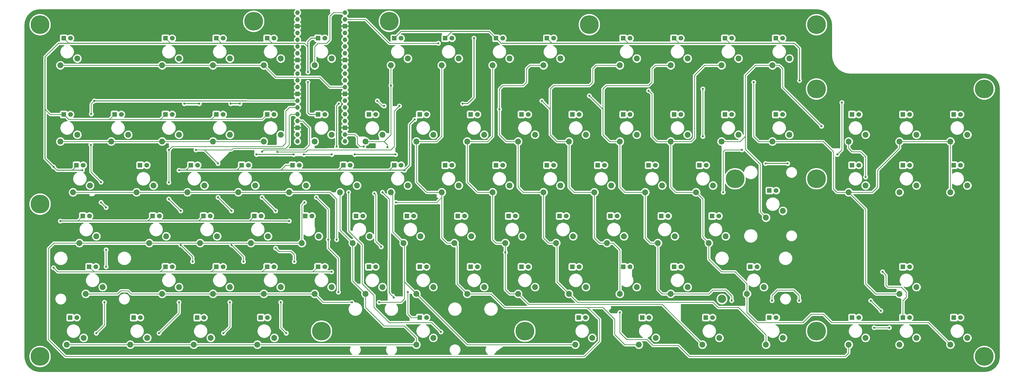
<source format=gtl>
G04 #@! TF.GenerationSoftware,KiCad,Pcbnew,(5.1.10)-1*
G04 #@! TF.CreationDate,2021-09-16T16:57:30+09:00*
G04 #@! TF.ProjectId,KiCAD,4b694341-442e-46b6-9963-61645f706362,rev?*
G04 #@! TF.SameCoordinates,Original*
G04 #@! TF.FileFunction,Copper,L1,Top*
G04 #@! TF.FilePolarity,Positive*
%FSLAX46Y46*%
G04 Gerber Fmt 4.6, Leading zero omitted, Abs format (unit mm)*
G04 Created by KiCad (PCBNEW (5.1.10)-1) date 2021-09-16 16:57:30*
%MOMM*%
%LPD*%
G01*
G04 APERTURE LIST*
G04 #@! TA.AperFunction,ComponentPad*
%ADD10C,2.200000*%
G04 #@! TD*
G04 #@! TA.AperFunction,WasherPad*
%ADD11C,3.050000*%
G04 #@! TD*
G04 #@! TA.AperFunction,ComponentPad*
%ADD12O,1.700000X1.700000*%
G04 #@! TD*
G04 #@! TA.AperFunction,ComponentPad*
%ADD13R,1.700000X1.700000*%
G04 #@! TD*
G04 #@! TA.AperFunction,ComponentPad*
%ADD14R,1.800000X1.800000*%
G04 #@! TD*
G04 #@! TA.AperFunction,ComponentPad*
%ADD15C,1.800000*%
G04 #@! TD*
G04 #@! TA.AperFunction,ComponentPad*
%ADD16C,7.000000*%
G04 #@! TD*
G04 #@! TA.AperFunction,ViaPad*
%ADD17C,0.800000*%
G04 #@! TD*
G04 #@! TA.AperFunction,Conductor*
%ADD18C,0.250000*%
G04 #@! TD*
G04 #@! TA.AperFunction,Conductor*
%ADD19C,0.300000*%
G04 #@! TD*
G04 #@! TA.AperFunction,Conductor*
%ADD20C,0.254000*%
G04 #@! TD*
G04 #@! TA.AperFunction,Conductor*
%ADD21C,0.100000*%
G04 #@! TD*
G04 APERTURE END LIST*
D10*
X305435000Y-167005000D03*
X311785000Y-164465000D03*
D11*
X296075000Y-168925000D03*
D10*
X57785000Y-167005000D03*
X64135000Y-164465000D03*
X153035000Y-128905000D03*
X159385000Y-126365000D03*
X172085000Y-128905000D03*
X178435000Y-126365000D03*
X210185000Y-128905000D03*
X216535000Y-126365000D03*
X53023000Y-128905000D03*
X59373000Y-126365000D03*
X264953500Y-186055000D03*
X271303500Y-183515000D03*
X276860000Y-167005000D03*
X283210000Y-164465000D03*
X257810000Y-167005000D03*
X264160000Y-164465000D03*
X219710000Y-109855000D03*
X226060000Y-107315000D03*
X157797500Y-147955000D03*
X164147500Y-145415000D03*
X162560000Y-109855000D03*
X168910000Y-107315000D03*
X50641000Y-186055000D03*
X56991000Y-183515000D03*
X100647500Y-147955000D03*
X106997500Y-145415000D03*
X119697500Y-147955000D03*
X126047500Y-145415000D03*
X143510000Y-109855000D03*
X149860000Y-107315000D03*
X124460000Y-109855000D03*
X130810000Y-107315000D03*
X124460000Y-81280000D03*
X130810000Y-78740000D03*
X253047500Y-147955000D03*
X259397500Y-145415000D03*
X98266000Y-186055000D03*
X104616000Y-183515000D03*
X191135000Y-128905000D03*
X197485000Y-126365000D03*
X86360000Y-81280000D03*
X92710000Y-78740000D03*
X343535000Y-128905000D03*
X349885000Y-126365000D03*
X76835000Y-128905000D03*
X83185000Y-126365000D03*
X105410000Y-109855000D03*
X111760000Y-107315000D03*
X276860000Y-109855000D03*
X283210000Y-107315000D03*
X381635000Y-109855000D03*
X387985000Y-107315000D03*
X210185000Y-81280000D03*
X216535000Y-78740000D03*
D12*
X137096500Y-61531500D03*
X137096500Y-64071500D03*
D13*
X137096500Y-66611500D03*
D12*
X137096500Y-69151500D03*
X137096500Y-71691500D03*
X137096500Y-74231500D03*
X137096500Y-76771500D03*
D13*
X137096500Y-79311500D03*
D12*
X137096500Y-81851500D03*
X137096500Y-84391500D03*
X137096500Y-86931500D03*
X137096500Y-89471500D03*
D13*
X137096500Y-92011500D03*
D12*
X137096500Y-94551500D03*
X137096500Y-97091500D03*
X137096500Y-99631500D03*
X137096500Y-102171500D03*
D13*
X137096500Y-104711500D03*
D12*
X137096500Y-107251500D03*
X137096500Y-109791500D03*
X154876500Y-109791500D03*
X154876500Y-107251500D03*
D13*
X154876500Y-104711500D03*
D12*
X154876500Y-102171500D03*
X154876500Y-99631500D03*
X154876500Y-97091500D03*
X154876500Y-94551500D03*
D13*
X154876500Y-92011500D03*
D12*
X154876500Y-89471500D03*
X154876500Y-86931500D03*
X154876500Y-84391500D03*
X154876500Y-81851500D03*
D13*
X154876500Y-79311500D03*
D12*
X154876500Y-76771500D03*
X154876500Y-74231500D03*
X154876500Y-71691500D03*
X154876500Y-69151500D03*
D13*
X154876500Y-66611500D03*
D12*
X154876500Y-64071500D03*
X154876500Y-61531500D03*
D10*
X105410000Y-81280000D03*
X111760000Y-78740000D03*
X241141000Y-186055000D03*
X247491000Y-183515000D03*
X312578499Y-138430000D03*
X318928499Y-135890000D03*
X55404000Y-147955000D03*
X61754000Y-145415000D03*
X124460000Y-167005000D03*
X130810000Y-164465000D03*
X187960000Y-183515000D03*
X181610000Y-186055000D03*
X381635000Y-186055000D03*
X387985000Y-183515000D03*
X362585000Y-186055000D03*
X368935000Y-183515000D03*
X343535000Y-186055000D03*
X349885000Y-183515000D03*
X312578499Y-186055000D03*
X318928499Y-183515000D03*
X288766000Y-186055000D03*
X295116000Y-183515000D03*
X122078500Y-186055000D03*
X128428500Y-183515000D03*
X74453500Y-186055000D03*
X80803500Y-183515000D03*
X362585000Y-167005000D03*
X368935000Y-164465000D03*
X238760000Y-167005000D03*
X245110000Y-164465000D03*
X219710000Y-167005000D03*
X226060000Y-164465000D03*
X200660000Y-167005000D03*
X207010000Y-164465000D03*
X181610000Y-167005000D03*
X187960000Y-164465000D03*
X162560000Y-167005000D03*
X168910000Y-164465000D03*
X143510000Y-167005000D03*
X149860000Y-164465000D03*
X105410000Y-167005000D03*
X111760000Y-164465000D03*
X86360000Y-167005000D03*
X92710000Y-164465000D03*
X291147500Y-147955000D03*
X297497500Y-145415000D03*
X272097500Y-147955000D03*
X278447500Y-145415000D03*
X233997500Y-147955000D03*
X240347500Y-145415000D03*
X214947500Y-147955000D03*
X221297500Y-145415000D03*
X195897500Y-147955000D03*
X202247500Y-145415000D03*
X176847500Y-147955000D03*
X183197500Y-145415000D03*
X138747500Y-147955000D03*
X145097500Y-145415000D03*
X81597500Y-147955000D03*
X87947500Y-145415000D03*
X381635000Y-128905000D03*
X387985000Y-126365000D03*
X362585000Y-128905000D03*
X368935000Y-126365000D03*
X286385000Y-128905000D03*
X292735000Y-126365000D03*
X267335000Y-128905000D03*
X273685000Y-126365000D03*
X248285000Y-128905000D03*
X254635000Y-126365000D03*
X229235000Y-128905000D03*
X235585000Y-126365000D03*
X133985000Y-128905000D03*
X140335000Y-126365000D03*
X114935000Y-128905000D03*
X121285000Y-126365000D03*
X95885000Y-128905000D03*
X102235000Y-126365000D03*
X362585000Y-109855000D03*
X368935000Y-107315000D03*
X343535000Y-109855000D03*
X349885000Y-107315000D03*
X314960000Y-109855000D03*
X321310000Y-107315000D03*
X295910000Y-109855000D03*
X302260000Y-107315000D03*
X257810000Y-109855000D03*
X264160000Y-107315000D03*
X238760000Y-109855000D03*
X245110000Y-107315000D03*
X200660000Y-109855000D03*
X207010000Y-107315000D03*
X181610000Y-109855000D03*
X187960000Y-107315000D03*
X86360000Y-109855000D03*
X92710000Y-107315000D03*
X67310000Y-109855000D03*
X73660000Y-107315000D03*
X48260000Y-109855000D03*
X54610000Y-107315000D03*
X314960000Y-81280000D03*
X321310000Y-78740000D03*
X295910000Y-81280000D03*
X302260000Y-78740000D03*
X276860000Y-81280000D03*
X283210000Y-78740000D03*
X257810000Y-81280000D03*
X264160000Y-78740000D03*
X229235000Y-81280000D03*
X235585000Y-78740000D03*
X191135000Y-81280000D03*
X197485000Y-78740000D03*
X172085000Y-81280000D03*
X178435000Y-78740000D03*
X143510000Y-81280000D03*
X149860000Y-78740000D03*
X48260000Y-81280000D03*
X54610000Y-78740000D03*
D14*
X49530000Y-71120000D03*
D15*
X52070000Y-71120000D03*
D14*
X87630000Y-99695000D03*
D15*
X90170000Y-99695000D03*
D14*
X382905000Y-99695000D03*
D15*
X385445000Y-99695000D03*
D14*
X344805000Y-118745000D03*
D15*
X347345000Y-118745000D03*
X275907500Y-137795000D03*
D14*
X273367500Y-137795000D03*
X306705000Y-156845000D03*
D15*
X309245000Y-156845000D03*
X90170000Y-71120000D03*
D14*
X87630000Y-71120000D03*
D15*
X109220000Y-99695000D03*
D14*
X106680000Y-99695000D03*
D15*
X56833000Y-118745000D03*
D14*
X54293000Y-118745000D03*
D15*
X366395000Y-118745000D03*
D14*
X363855000Y-118745000D03*
X292417500Y-137795000D03*
D15*
X294957500Y-137795000D03*
X366395000Y-156845000D03*
D14*
X363855000Y-156845000D03*
X106680000Y-71120000D03*
D15*
X109220000Y-71120000D03*
D14*
X125730000Y-99695000D03*
D15*
X128270000Y-99695000D03*
D14*
X78105000Y-118745000D03*
D15*
X80645000Y-118745000D03*
D14*
X382905000Y-118745000D03*
D15*
X385445000Y-118745000D03*
X61595000Y-156845000D03*
D14*
X59055000Y-156845000D03*
X51911000Y-175895000D03*
D15*
X54451000Y-175895000D03*
X128270000Y-71120000D03*
D14*
X125730000Y-71120000D03*
D15*
X147320000Y-99695000D03*
D14*
X144780000Y-99695000D03*
D15*
X99695000Y-118745000D03*
D14*
X97155000Y-118745000D03*
D15*
X59214000Y-137795000D03*
D14*
X56674000Y-137795000D03*
X87630000Y-156845000D03*
D15*
X90170000Y-156845000D03*
X78263500Y-175895000D03*
D14*
X75723500Y-175895000D03*
X144780000Y-71120000D03*
D15*
X147320000Y-71120000D03*
D14*
X163830000Y-99695000D03*
D15*
X166370000Y-99695000D03*
D14*
X116205000Y-118745000D03*
D15*
X118745000Y-118745000D03*
D14*
X82867500Y-137795000D03*
D15*
X85407500Y-137795000D03*
X109220000Y-156845000D03*
D14*
X106680000Y-156845000D03*
X99536000Y-175895000D03*
D15*
X102076000Y-175895000D03*
X175895000Y-71120000D03*
D14*
X173355000Y-71120000D03*
D15*
X185420000Y-99695000D03*
D14*
X182880000Y-99695000D03*
D15*
X137795000Y-118745000D03*
D14*
X135255000Y-118745000D03*
D15*
X104457500Y-137795000D03*
D14*
X101917500Y-137795000D03*
D15*
X128270000Y-156845000D03*
D14*
X125730000Y-156845000D03*
D15*
X125888500Y-175895000D03*
D14*
X123348500Y-175895000D03*
D15*
X194945000Y-71120000D03*
D14*
X192405000Y-71120000D03*
X201930000Y-99695000D03*
D15*
X204470000Y-99695000D03*
D14*
X154305000Y-118745000D03*
D15*
X156845000Y-118745000D03*
D14*
X120967500Y-137795000D03*
D15*
X123507500Y-137795000D03*
D14*
X144780000Y-156845000D03*
D15*
X147320000Y-156845000D03*
D14*
X182880000Y-175895000D03*
D15*
X185420000Y-175895000D03*
D14*
X211455000Y-71120000D03*
D15*
X213995000Y-71120000D03*
X223520000Y-99695000D03*
D14*
X220980000Y-99695000D03*
D15*
X175895000Y-118745000D03*
D14*
X173355000Y-118745000D03*
D15*
X142557500Y-137795000D03*
D14*
X140017500Y-137795000D03*
D15*
X166370000Y-156845000D03*
D14*
X163830000Y-156845000D03*
D15*
X244951000Y-175895000D03*
D14*
X242411000Y-175895000D03*
D15*
X233045000Y-71120000D03*
D14*
X230505000Y-71120000D03*
X240030000Y-99695000D03*
D15*
X242570000Y-99695000D03*
D14*
X192405000Y-118745000D03*
D15*
X194945000Y-118745000D03*
D14*
X159067500Y-137795000D03*
D15*
X161607500Y-137795000D03*
D14*
X182880000Y-156845000D03*
D15*
X185420000Y-156845000D03*
X268763500Y-175895000D03*
D14*
X266223500Y-175895000D03*
X259080000Y-71120000D03*
D15*
X261620000Y-71120000D03*
X261620000Y-99695000D03*
D14*
X259080000Y-99695000D03*
D15*
X213995000Y-118745000D03*
D14*
X211455000Y-118745000D03*
D15*
X180657500Y-137795000D03*
D14*
X178117500Y-137795000D03*
D15*
X204470000Y-156845000D03*
D14*
X201930000Y-156845000D03*
X290036000Y-175895000D03*
D15*
X292576000Y-175895000D03*
X280670000Y-71120000D03*
D14*
X278130000Y-71120000D03*
X278130000Y-99695000D03*
D15*
X280670000Y-99695000D03*
D14*
X230505000Y-118745000D03*
D15*
X233045000Y-118745000D03*
D14*
X197167500Y-137795000D03*
D15*
X199707500Y-137795000D03*
D14*
X220980000Y-156845000D03*
D15*
X223520000Y-156845000D03*
D14*
X313848499Y-175895000D03*
D15*
X316388499Y-175895000D03*
D14*
X297180000Y-71120000D03*
D15*
X299720000Y-71120000D03*
X299720000Y-99695000D03*
D14*
X297180000Y-99695000D03*
D15*
X252095000Y-118745000D03*
D14*
X249555000Y-118745000D03*
D15*
X218757500Y-137795000D03*
D14*
X216217500Y-137795000D03*
X240030000Y-156845000D03*
D15*
X242570000Y-156845000D03*
X347345000Y-175895000D03*
D14*
X344805000Y-175895000D03*
D15*
X318770000Y-71120000D03*
D14*
X316230000Y-71120000D03*
X316230000Y-99695000D03*
D15*
X318770000Y-99695000D03*
D14*
X268605000Y-118745000D03*
D15*
X271145000Y-118745000D03*
D14*
X235267500Y-137795000D03*
D15*
X237807500Y-137795000D03*
D14*
X259080000Y-156845000D03*
D15*
X261620000Y-156845000D03*
D14*
X363855000Y-175895000D03*
D15*
X366395000Y-175895000D03*
D14*
X49530000Y-99695000D03*
D15*
X52070000Y-99695000D03*
X347345000Y-99695000D03*
D14*
X344805000Y-99695000D03*
D15*
X290195000Y-118745000D03*
D14*
X287655000Y-118745000D03*
D15*
X256857500Y-137795000D03*
D14*
X254317500Y-137795000D03*
D15*
X280670000Y-156845000D03*
D14*
X278130000Y-156845000D03*
D15*
X385445000Y-175895000D03*
D14*
X382905000Y-175895000D03*
D15*
X71120000Y-99695000D03*
D14*
X68580000Y-99695000D03*
X363855000Y-99695000D03*
D15*
X366395000Y-99695000D03*
D14*
X313848499Y-128270000D03*
D15*
X316388499Y-128270000D03*
D16*
X40640000Y-133350000D03*
X40640000Y-66040000D03*
X120650000Y-64770000D03*
X40640000Y-190500000D03*
X171450000Y-64770000D03*
X331470000Y-66040000D03*
X246380000Y-66040000D03*
X394335000Y-90170000D03*
X331470000Y-180975000D03*
X300990000Y-123825000D03*
X222250000Y-180975000D03*
X394335000Y-190500000D03*
X331470000Y-123825000D03*
X146050000Y-180975000D03*
X331470000Y-90170000D03*
D17*
X242570000Y-173355000D03*
X187960000Y-175260000D03*
X160020000Y-149225000D03*
X186690000Y-142875000D03*
X172720000Y-146685000D03*
X160020000Y-162560000D03*
X179070000Y-179070000D03*
X169545000Y-187960000D03*
X163830000Y-111760000D03*
X165100000Y-111125000D03*
X248666000Y-173228000D03*
X284480000Y-186055000D03*
X274320000Y-176530000D03*
X256540000Y-172212000D03*
X281305000Y-173990000D03*
X288925000Y-188595000D03*
X312420000Y-188595000D03*
X333375000Y-176530000D03*
X341630000Y-182880000D03*
X154940000Y-187960000D03*
X130175000Y-188595000D03*
X104140000Y-188595000D03*
X83820000Y-187960000D03*
X64135000Y-187960000D03*
X46990000Y-183515000D03*
X52705000Y-188595000D03*
X179070000Y-184150000D03*
X176530000Y-180975000D03*
X178435000Y-176530000D03*
X177165000Y-170815000D03*
X156845000Y-145415000D03*
X154940000Y-142240000D03*
X150495000Y-128270000D03*
X152908000Y-144780000D03*
X135255000Y-95885000D03*
X142875000Y-72390000D03*
X158750000Y-111760000D03*
X158115000Y-108585000D03*
X156845000Y-108585000D03*
X135255000Y-111760000D03*
X151130000Y-62865000D03*
X153035000Y-62865000D03*
X148590000Y-60960000D03*
X156845000Y-60960000D03*
X156845000Y-62865000D03*
X171450000Y-71120000D03*
X177800000Y-69850000D03*
X346710000Y-130175000D03*
X360680000Y-165735000D03*
X221615000Y-170815000D03*
X238760000Y-169545000D03*
X298450000Y-115570000D03*
X304800000Y-115570000D03*
X139700000Y-71755000D03*
X135255000Y-100965000D03*
X144780000Y-111760000D03*
X314325000Y-184150000D03*
X317500000Y-179070000D03*
X320040000Y-74295000D03*
X189865000Y-69850000D03*
X267335000Y-186055000D03*
X161925000Y-187960000D03*
X169545000Y-117475000D03*
X170180000Y-128905000D03*
X165735000Y-111760000D03*
X52705000Y-173355000D03*
X49530000Y-176530000D03*
X193040000Y-185420000D03*
X189865000Y-186055000D03*
X265684000Y-172974000D03*
X356235000Y-186055000D03*
X352425000Y-186055000D03*
X349250000Y-173355000D03*
X349250000Y-176530000D03*
X177165000Y-74295000D03*
X189230000Y-82296000D03*
X177800000Y-82550000D03*
X174625000Y-79375000D03*
X172085000Y-74295000D03*
X171450000Y-75565000D03*
X156845000Y-70485000D03*
X156845000Y-73025000D03*
X175895000Y-83820000D03*
X148463000Y-96266000D03*
X146812000Y-95504000D03*
X146304000Y-98044000D03*
X163830000Y-101600000D03*
X160655000Y-97155000D03*
X167894000Y-97028000D03*
X168910000Y-99695000D03*
X187960000Y-99695000D03*
X207010000Y-99695000D03*
X226060000Y-99695000D03*
X245110000Y-99695000D03*
X264160000Y-99695000D03*
X283210000Y-99695000D03*
X302260000Y-99695000D03*
X316230000Y-97155000D03*
X297180000Y-97155000D03*
X278130000Y-97155000D03*
X259080000Y-97155000D03*
X240030000Y-97155000D03*
X220980000Y-97155000D03*
X201930000Y-97790000D03*
X182880000Y-97790000D03*
X163830000Y-97790000D03*
X161925000Y-116205000D03*
X164465000Y-116205000D03*
X287655000Y-116205000D03*
X268605000Y-116205000D03*
X249555000Y-116205000D03*
X230505000Y-116205000D03*
X211455000Y-116205000D03*
X192405000Y-116205000D03*
X197485000Y-118745000D03*
X180340000Y-119380000D03*
X177800000Y-118237000D03*
X216535000Y-118745000D03*
X235585000Y-118745000D03*
X254635000Y-118745000D03*
X273685000Y-118745000D03*
X292735000Y-118745000D03*
X314960000Y-126365000D03*
X290195000Y-137795000D03*
X278765000Y-137795000D03*
X259715000Y-137795000D03*
X240665000Y-137795000D03*
X221615000Y-137795000D03*
X202565000Y-137795000D03*
X183515000Y-137795000D03*
X164465000Y-137795000D03*
X145415000Y-137795000D03*
X139954000Y-135382000D03*
X159004000Y-135382000D03*
X178054000Y-135382000D03*
X197104000Y-135382000D03*
X216154000Y-135382000D03*
X235204000Y-135382000D03*
X254254000Y-135382000D03*
X273304000Y-135382000D03*
X287274000Y-135382000D03*
X306705000Y-154305000D03*
X278130000Y-154305000D03*
X283210000Y-156845000D03*
X264160000Y-156845000D03*
X245110000Y-156845000D03*
X226060000Y-156845000D03*
X207010000Y-156845000D03*
X187960000Y-156845000D03*
X168910000Y-156845000D03*
X164846000Y-154432000D03*
X182880000Y-154305000D03*
X221996000Y-154305000D03*
X240030000Y-154305000D03*
X259080000Y-154305000D03*
X278130000Y-154305000D03*
X344805000Y-173355000D03*
X334645000Y-173355000D03*
X342265000Y-175895000D03*
X337820000Y-175895000D03*
X382905000Y-173355000D03*
X379730000Y-175895000D03*
X369570000Y-175895000D03*
X369570000Y-173355000D03*
X123190000Y-173355000D03*
X99695000Y-173355000D03*
X76835000Y-173355000D03*
X57150000Y-175895000D03*
X81280000Y-175895000D03*
X105410000Y-175895000D03*
X78105000Y-116205000D03*
X75565000Y-118745000D03*
X58420000Y-116205000D03*
X349885000Y-99695000D03*
X364490000Y-97790000D03*
X382905000Y-97790000D03*
X368935000Y-99695000D03*
X351790000Y-118745000D03*
X363855000Y-116205000D03*
X379730000Y-118745000D03*
X382905000Y-116205000D03*
X368935000Y-118745000D03*
X250190000Y-94615000D03*
X230505000Y-94615000D03*
X180975000Y-71755000D03*
X307975000Y-85090000D03*
X156845000Y-75565000D03*
X156845000Y-83185000D03*
X156845000Y-85725000D03*
X156845000Y-88265000D03*
X162560000Y-102870000D03*
X167005000Y-108585000D03*
X165735000Y-107950000D03*
X387350000Y-99060000D03*
X362585000Y-173355000D03*
X175260000Y-187960000D03*
X153416000Y-72898000D03*
X151257000Y-73279000D03*
X179578000Y-167386000D03*
X50038000Y-101854000D03*
X176022000Y-167386000D03*
X172720000Y-166370000D03*
X206756000Y-187452000D03*
X206756000Y-189230000D03*
X211836000Y-189230000D03*
X254254000Y-173482000D03*
X382778000Y-120904000D03*
X138938000Y-103759000D03*
X138938000Y-74168000D03*
X95758000Y-149225000D03*
X114808000Y-149225000D03*
X188722000Y-131445000D03*
X338836000Y-111887000D03*
X382778000Y-126492000D03*
X153416000Y-111760000D03*
X150368000Y-111760000D03*
X158496000Y-116332000D03*
X155194000Y-116332000D03*
X163322000Y-129286000D03*
X167386000Y-129032000D03*
X61468000Y-127762000D03*
X54864000Y-116332000D03*
X50800000Y-115824000D03*
X56642000Y-108204000D03*
X50292000Y-97282000D03*
X69342000Y-97282000D03*
X88392000Y-97282000D03*
X107442000Y-97282000D03*
X126492000Y-97282000D03*
X117094000Y-116332000D03*
X97282000Y-116332000D03*
X57658000Y-135382000D03*
X83312000Y-135382000D03*
X102870000Y-135382000D03*
X121158000Y-135382000D03*
X151130000Y-166116000D03*
X146812000Y-146558000D03*
X183642000Y-173482000D03*
X350012000Y-113538000D03*
X297942000Y-68834000D03*
X316992000Y-68834000D03*
X278638000Y-68580000D03*
X259588000Y-68580000D03*
X230886000Y-68834000D03*
X212090000Y-68834000D03*
X208280000Y-82296000D03*
X166370000Y-93218000D03*
X88265000Y-68580000D03*
X107315000Y-68580000D03*
X126365000Y-68580000D03*
X135255000Y-62865000D03*
X139065000Y-62865000D03*
X145415000Y-68580000D03*
X345440000Y-97790000D03*
X153035000Y-98425000D03*
X148844000Y-98552000D03*
X144780000Y-101854000D03*
X136144000Y-116586000D03*
X111506000Y-97282000D03*
X152400000Y-126746000D03*
X125222000Y-115824000D03*
X129540000Y-115824000D03*
X294894000Y-129032000D03*
X304038000Y-120396000D03*
X345694000Y-116840000D03*
X345694000Y-115824000D03*
X308610000Y-119126000D03*
X64008000Y-146812000D03*
X60706000Y-154432000D03*
X88646000Y-154432000D03*
X107696000Y-154432000D03*
X126746000Y-154432000D03*
X145796000Y-154432000D03*
X202692000Y-154432000D03*
X258826000Y-177292000D03*
X368300000Y-154432000D03*
X383540000Y-154940000D03*
X384302000Y-170180000D03*
X354584000Y-169926000D03*
X390144000Y-185420000D03*
X339852000Y-127000000D03*
X352044000Y-127000000D03*
X62484000Y-135128000D03*
X178689000Y-159893000D03*
X262763000Y-167259000D03*
X294894000Y-113030000D03*
X174879000Y-116459000D03*
X86487000Y-127762000D03*
X105156000Y-127762000D03*
X82169000Y-117348000D03*
X87376000Y-113411000D03*
X97282000Y-108204000D03*
X97663000Y-113411000D03*
X94869000Y-107315000D03*
X126492000Y-110617000D03*
X288290000Y-109982000D03*
X328168000Y-93218000D03*
X119761000Y-70993000D03*
X316738000Y-164338000D03*
X323088000Y-164338000D03*
X303530000Y-113030000D03*
X296545000Y-128905000D03*
X165930153Y-129344847D03*
X168430001Y-149380001D03*
X161925000Y-111760000D03*
X168910000Y-128905000D03*
X173199999Y-168430001D03*
X156210000Y-128905000D03*
X190817500Y-181292500D03*
X172085000Y-88900000D03*
X167640000Y-170180000D03*
X157480000Y-170180000D03*
X170815000Y-112005001D03*
X139700000Y-132715000D03*
X173990000Y-132715000D03*
X151765000Y-146685000D03*
X214947500Y-151447500D03*
X189865000Y-73025000D03*
X129540000Y-113755000D03*
X169545000Y-96520000D03*
X175260000Y-96520000D03*
X167005000Y-94615000D03*
X212725000Y-97790000D03*
X228600000Y-94615000D03*
X257810000Y-173990000D03*
X246380000Y-92710000D03*
X351790000Y-169545000D03*
X355600000Y-173355000D03*
X299720000Y-169545000D03*
X314833000Y-169545000D03*
X324993000Y-169545000D03*
X268605000Y-90805000D03*
X349885000Y-123190000D03*
X288925000Y-107950000D03*
X288925000Y-90170000D03*
X333375000Y-104140000D03*
X307975000Y-87630000D03*
X65405000Y-134620000D03*
X63500000Y-132715000D03*
X59690000Y-111125000D03*
X63500000Y-125095000D03*
X61747500Y-181762500D03*
X64770000Y-170180000D03*
X59842500Y-99542500D03*
X60960000Y-94615000D03*
X65405000Y-150495000D03*
X65405000Y-156845000D03*
X88900000Y-113030000D03*
X93345000Y-135890000D03*
X88900000Y-131445000D03*
X97790000Y-154940000D03*
X93345000Y-148680000D03*
X88900000Y-125247500D03*
X85242500Y-181762500D03*
X92710000Y-170180000D03*
X112395000Y-135890000D03*
X107315000Y-130810000D03*
X116840000Y-154940000D03*
X112395000Y-148680000D03*
X107315000Y-118110000D03*
X99060000Y-113030000D03*
X109372500Y-181762500D03*
X111760000Y-170180000D03*
X123825000Y-130810000D03*
X128905000Y-135890000D03*
X123825000Y-113665000D03*
X135890000Y-154940000D03*
X128905000Y-149860000D03*
X130810000Y-170180000D03*
X132867500Y-181762500D03*
X144145000Y-130810000D03*
X152400000Y-166370000D03*
X148590000Y-146685000D03*
X140970000Y-87630000D03*
X140970000Y-83820000D03*
X92710000Y-120650000D03*
X133985000Y-139700000D03*
X178435000Y-166370000D03*
X358775000Y-179705000D03*
X353060000Y-179705000D03*
X149860000Y-158750000D03*
X48260000Y-139700000D03*
X56515000Y-120650000D03*
X45720000Y-119380000D03*
X320675000Y-118110000D03*
X180975000Y-101600000D03*
X177165000Y-120650000D03*
X325120000Y-86995000D03*
X356235000Y-158750000D03*
X312420000Y-118110000D03*
X92710000Y-120650000D03*
X45720000Y-157226000D03*
X121730000Y-114745000D03*
X158560000Y-114745000D03*
X152590000Y-95695000D03*
X198945000Y-95695000D03*
X203200000Y-71120000D03*
X135700000Y-114745000D03*
X339280000Y-114745000D03*
X340995000Y-95250000D03*
X173800000Y-114745000D03*
X139510000Y-114745000D03*
X151765000Y-111760000D03*
X115507000Y-95695000D03*
X112077000Y-95695000D03*
X100267000Y-95695000D03*
X94679000Y-95695000D03*
X149923000Y-114745000D03*
D18*
X296545000Y-113665000D02*
X297180000Y-113030000D01*
X297180000Y-113030000D02*
X303530000Y-113030000D01*
X154940000Y-102235000D02*
X154876500Y-102171500D01*
X296545000Y-119380000D02*
X296545000Y-113665000D01*
X296545000Y-119380000D02*
X296545000Y-128905000D01*
X166370000Y-147320000D02*
X168430001Y-149380001D01*
X166370000Y-129784694D02*
X166370000Y-147320000D01*
X165930153Y-129344847D02*
X166370000Y-129784694D01*
X168910000Y-128905000D02*
X171450000Y-131445000D01*
X171450000Y-131445000D02*
X171450000Y-154305000D01*
D19*
X171450000Y-166680002D02*
X173199999Y-168430001D01*
X171450000Y-154305000D02*
X171450000Y-166680002D01*
D18*
X158559500Y-107251500D02*
X154876500Y-107251500D01*
X159512000Y-108204000D02*
X158559500Y-107251500D01*
X161925000Y-111760000D02*
X160528000Y-111760000D01*
X159512000Y-110744000D02*
X159512000Y-109220000D01*
X160528000Y-111760000D02*
X159512000Y-110744000D01*
X159512000Y-109220000D02*
X159512000Y-108204000D01*
X159512000Y-109347000D02*
X159512000Y-109220000D01*
X187325000Y-177800000D02*
X190817500Y-181292500D01*
X171450000Y-177800000D02*
X187325000Y-177800000D01*
X165735000Y-172085000D02*
X171450000Y-177800000D01*
X165735000Y-167640000D02*
X165735000Y-172085000D01*
X161290000Y-163195000D02*
X165735000Y-167640000D01*
X161290000Y-148590000D02*
X161290000Y-163195000D01*
X156210000Y-128905000D02*
X156210000Y-143510000D01*
X161290000Y-148590000D02*
X161290000Y-148590000D01*
X156210000Y-143510000D02*
X156210000Y-143510000D01*
X156210000Y-143510000D02*
X161290000Y-148590000D01*
X50641000Y-186055000D02*
X122078500Y-186055000D01*
X127997502Y-186055000D02*
X162560000Y-186055000D01*
X122078500Y-186055000D02*
X127997502Y-186055000D01*
X157797500Y-147955000D02*
X153035000Y-143192500D01*
X153035000Y-143192500D02*
X153035000Y-128905000D01*
X181610000Y-183515000D02*
X181610000Y-186055000D01*
X169545000Y-179070000D02*
X169545000Y-179070000D01*
X162560000Y-167005000D02*
X162560000Y-172085000D01*
X150558500Y-61531500D02*
X154876500Y-61531500D01*
X149225000Y-62865000D02*
X150558500Y-61531500D01*
X147955000Y-73025000D02*
X149225000Y-71755000D01*
X144780000Y-73025000D02*
X147955000Y-73025000D01*
X143510000Y-74295000D02*
X144780000Y-73025000D01*
X149225000Y-71755000D02*
X149225000Y-62865000D01*
X143510000Y-81280000D02*
X143510000Y-74295000D01*
X169545000Y-186055000D02*
X181610000Y-186055000D01*
X162560000Y-186055000D02*
X169545000Y-186055000D01*
X162560000Y-172085000D02*
X162560000Y-172085000D01*
X166687500Y-176212500D02*
X169545000Y-179070000D01*
X181610000Y-183515000D02*
X181610000Y-183515000D01*
X162560000Y-172085000D02*
X166687500Y-176212500D01*
X157797500Y-147955000D02*
X157797500Y-154622500D01*
X157797500Y-162242500D02*
X162560000Y-167005000D01*
X157797500Y-162242500D02*
X157797500Y-162242500D01*
X157797500Y-154622500D02*
X157797500Y-162242500D01*
X169545000Y-179070000D02*
X177165000Y-179070000D01*
X177165000Y-179070000D02*
X181610000Y-183515000D01*
X181610000Y-167005000D02*
X177165000Y-162560000D01*
X177165000Y-148272500D02*
X176847500Y-147955000D01*
X177165000Y-162560000D02*
X177165000Y-148272500D01*
X176847500Y-147955000D02*
X172720000Y-143827500D01*
X172720000Y-129540000D02*
X172085000Y-128905000D01*
X172720000Y-143827500D02*
X172720000Y-129540000D01*
X200660000Y-186055000D02*
X181610000Y-167005000D01*
X241141000Y-186055000D02*
X200660000Y-186055000D01*
X172085000Y-107315000D02*
X172085000Y-81280000D01*
X169545000Y-109855000D02*
X172085000Y-107315000D01*
X162560000Y-109855000D02*
X169545000Y-109855000D01*
X146685000Y-170180000D02*
X143510000Y-167005000D01*
X177165000Y-168910000D02*
X177165000Y-162560000D01*
X175895000Y-170180000D02*
X177165000Y-168910000D01*
X167640000Y-170180000D02*
X175895000Y-170180000D01*
X157480000Y-170180000D02*
X146685000Y-170180000D01*
X157480000Y-170180000D02*
X157480000Y-170180000D01*
X169545000Y-109855000D02*
X170815000Y-111125000D01*
X170815000Y-111125000D02*
X170815000Y-112005001D01*
X73660000Y-165862000D02*
X74803000Y-167005000D01*
X70866000Y-165862000D02*
X73660000Y-165862000D01*
X74803000Y-167005000D02*
X143510000Y-167005000D01*
X69723000Y-167005000D02*
X70866000Y-165862000D01*
X57785000Y-167005000D02*
X69723000Y-167005000D01*
X55404000Y-147955000D02*
X138747500Y-147955000D01*
X209550000Y-167005000D02*
X200660000Y-167005000D01*
X214630000Y-172085000D02*
X209550000Y-167005000D01*
X255905000Y-182245000D02*
X255905000Y-176530000D01*
X255905000Y-176530000D02*
X251460000Y-172085000D01*
X259715000Y-186055000D02*
X255905000Y-182245000D01*
X264953500Y-186055000D02*
X259715000Y-186055000D01*
X200660000Y-167005000D02*
X196850000Y-163195000D01*
X196850000Y-148907500D02*
X195897500Y-147955000D01*
X196850000Y-163195000D02*
X196850000Y-148907500D01*
X195897500Y-147955000D02*
X193040000Y-147955000D01*
X191135000Y-146050000D02*
X191135000Y-132715000D01*
X193040000Y-147955000D02*
X191135000Y-146050000D01*
X191135000Y-128905000D02*
X185420000Y-128905000D01*
X181610000Y-125095000D02*
X181610000Y-109855000D01*
X185420000Y-128905000D02*
X181610000Y-125095000D01*
X181610000Y-109855000D02*
X189230000Y-109855000D01*
X191135000Y-107950000D02*
X191135000Y-81280000D01*
X189230000Y-109855000D02*
X191135000Y-107950000D01*
X251460000Y-172085000D02*
X244475000Y-172085000D01*
X244475000Y-172085000D02*
X214630000Y-172085000D01*
X138747500Y-133667500D02*
X139700000Y-132715000D01*
X138747500Y-147955000D02*
X138747500Y-133667500D01*
X191135000Y-130810000D02*
X189230000Y-132715000D01*
X191135000Y-128905000D02*
X191135000Y-130810000D01*
X191135000Y-130810000D02*
X191135000Y-132715000D01*
X179070000Y-132715000D02*
X173990000Y-132715000D01*
X189230000Y-132715000D02*
X179070000Y-132715000D01*
X245745000Y-172085000D02*
X250190000Y-176530000D01*
X50165000Y-190500000D02*
X43815000Y-184150000D01*
X244475000Y-172085000D02*
X245745000Y-172085000D01*
X244475000Y-190500000D02*
X236220000Y-190500000D01*
X201930000Y-190500000D02*
X190500000Y-190500000D01*
X177165000Y-190500000D02*
X190500000Y-190500000D01*
X250190000Y-176530000D02*
X250190000Y-184785000D01*
X177165000Y-190500000D02*
X50165000Y-190500000D01*
X250190000Y-184785000D02*
X244475000Y-190500000D01*
X201930000Y-190500000D02*
X236220000Y-190500000D01*
X55404000Y-147955000D02*
X45847000Y-147955000D01*
X45847000Y-147955000D02*
X43815000Y-149987000D01*
X43815000Y-159893000D02*
X43815000Y-159544000D01*
X43815000Y-149987000D02*
X43815000Y-159893000D01*
X43815000Y-184150000D02*
X43815000Y-159893000D01*
X53023000Y-128905000D02*
X133985000Y-128905000D01*
X288766000Y-186055000D02*
X273685000Y-170974000D01*
X223679000Y-170974000D02*
X219710000Y-167005000D01*
X273685000Y-170974000D02*
X223679000Y-170974000D01*
X219710000Y-167005000D02*
X216535000Y-167005000D01*
X214947500Y-165417500D02*
X214947500Y-151447500D01*
X216535000Y-167005000D02*
X214947500Y-165417500D01*
X214947500Y-147955000D02*
X211455000Y-147955000D01*
X210185000Y-146685000D02*
X210185000Y-128905000D01*
X211455000Y-147955000D02*
X210185000Y-146685000D01*
X210185000Y-128905000D02*
X204470000Y-128905000D01*
X200660000Y-125095000D02*
X200660000Y-109855000D01*
X204470000Y-128905000D02*
X200660000Y-125095000D01*
X200660000Y-109855000D02*
X208280000Y-109855000D01*
X208280000Y-109855000D02*
X210185000Y-107950000D01*
X210185000Y-107950000D02*
X210185000Y-81280000D01*
X144145000Y-128905000D02*
X133985000Y-128905000D01*
X144780000Y-128905000D02*
X144145000Y-128905000D01*
X214947500Y-150812500D02*
X214947500Y-147955000D01*
X214947500Y-151447500D02*
X214947500Y-150812500D01*
X162496500Y-64071500D02*
X154876500Y-64071500D01*
X171450000Y-73025000D02*
X162496500Y-64071500D01*
X186055000Y-73025000D02*
X171450000Y-73025000D01*
X149225000Y-128905000D02*
X144145000Y-128905000D01*
X151765000Y-146685000D02*
X151765000Y-131445000D01*
X151765000Y-131445000D02*
X149225000Y-128905000D01*
X186055000Y-73025000D02*
X189865000Y-73025000D01*
X48260000Y-109855000D02*
X124460000Y-109855000D01*
X312578499Y-182403499D02*
X312578499Y-186055000D01*
X302260000Y-172085000D02*
X312578499Y-182403499D01*
X294640000Y-172085000D02*
X302260000Y-172085000D01*
X292735000Y-170180000D02*
X294640000Y-172085000D01*
X241935000Y-170180000D02*
X292735000Y-170180000D01*
X238760000Y-167005000D02*
X241935000Y-170180000D01*
X229235000Y-128905000D02*
X221615000Y-128905000D01*
X219710000Y-127000000D02*
X219710000Y-114300000D01*
X221615000Y-128905000D02*
X219710000Y-127000000D01*
X233997500Y-147955000D02*
X231140000Y-147955000D01*
X229235000Y-146050000D02*
X229235000Y-128905000D01*
X231140000Y-147955000D02*
X229235000Y-146050000D01*
X238760000Y-167005000D02*
X234315000Y-162560000D01*
X234315000Y-148272500D02*
X233997500Y-147955000D01*
X234315000Y-162560000D02*
X234315000Y-148272500D01*
X219710000Y-114300000D02*
X219710000Y-109855000D01*
X140970000Y-113030000D02*
X140970000Y-113030000D01*
X229235000Y-81280000D02*
X224155000Y-81280000D01*
X224155000Y-81280000D02*
X222885000Y-82550000D01*
X222885000Y-82550000D02*
X222885000Y-87630000D01*
X222885000Y-87630000D02*
X221615000Y-88900000D01*
X221615000Y-88900000D02*
X213995000Y-88900000D01*
X213995000Y-88900000D02*
X212725000Y-90170000D01*
X212725000Y-107315000D02*
X212725000Y-107315000D01*
X215265000Y-109855000D02*
X219710000Y-109855000D01*
X168910000Y-96520000D02*
X169545000Y-96520000D01*
X166941500Y-94551500D02*
X167005000Y-94615000D01*
X167005000Y-94615000D02*
X168910000Y-96520000D01*
X212725000Y-107315000D02*
X215265000Y-109855000D01*
X212725000Y-90170000D02*
X212725000Y-97790000D01*
X212725000Y-97790000D02*
X212725000Y-107315000D01*
X212725000Y-97790000D02*
X212725000Y-97790000D01*
X140245000Y-113755000D02*
X129540000Y-113755000D01*
X140970000Y-113030000D02*
X140245000Y-113755000D01*
X172085000Y-113030000D02*
X140970000Y-113030000D01*
X173355000Y-111760000D02*
X172085000Y-113030000D01*
X173355000Y-98425000D02*
X173355000Y-111760000D01*
X175260000Y-96520000D02*
X173355000Y-98425000D01*
X124460000Y-81280000D02*
X105410000Y-81280000D01*
X86360000Y-81280000D02*
X105410000Y-81280000D01*
X48260000Y-81280000D02*
X86360000Y-81280000D01*
X248285000Y-128905000D02*
X240665000Y-128905000D01*
X238760000Y-127000000D02*
X238760000Y-109855000D01*
X240665000Y-128905000D02*
X238760000Y-127000000D01*
X253047500Y-147955000D02*
X250190000Y-147955000D01*
X248285000Y-146050000D02*
X248285000Y-128905000D01*
X250190000Y-147955000D02*
X248285000Y-146050000D01*
X253047500Y-147955000D02*
X255270000Y-147955000D01*
X257810000Y-150495000D02*
X257810000Y-167005000D01*
X255270000Y-147955000D02*
X257810000Y-150495000D01*
X343535000Y-189230000D02*
X343535000Y-186055000D01*
X342265000Y-190500000D02*
X343535000Y-189230000D01*
X283845000Y-190500000D02*
X342265000Y-190500000D01*
X270192500Y-186372500D02*
X279717500Y-186372500D01*
X267970000Y-184150000D02*
X270192500Y-186372500D01*
X260350000Y-184150000D02*
X267970000Y-184150000D01*
X257810000Y-181610000D02*
X260350000Y-184150000D01*
X279717500Y-186372500D02*
X283845000Y-190500000D01*
X257810000Y-81280000D02*
X249555000Y-81280000D01*
X249555000Y-81280000D02*
X248920000Y-81280000D01*
X248920000Y-81280000D02*
X247650000Y-82550000D01*
X247650000Y-82550000D02*
X247650000Y-87630000D01*
X247650000Y-87630000D02*
X246380000Y-88900000D01*
X246380000Y-88900000D02*
X233045000Y-88900000D01*
X233045000Y-88900000D02*
X231775000Y-90170000D01*
X231775000Y-90170000D02*
X231775000Y-97790000D01*
X231775000Y-107315000D02*
X234315000Y-109855000D01*
X231775000Y-97790000D02*
X231775000Y-107315000D01*
X234315000Y-109855000D02*
X238760000Y-109855000D01*
X128936499Y-85756499D02*
X145446499Y-85756499D01*
X124460000Y-81280000D02*
X128936499Y-85756499D01*
X149161500Y-89471500D02*
X154876500Y-89471500D01*
X145446499Y-85756499D02*
X149161500Y-89471500D01*
X228600000Y-94615000D02*
X231775000Y-97790000D01*
X257810000Y-173990000D02*
X257810000Y-181610000D01*
X276860000Y-167005000D02*
X273685000Y-167005000D01*
X272097500Y-165417500D02*
X272097500Y-147955000D01*
X273685000Y-167005000D02*
X272097500Y-165417500D01*
X272097500Y-147955000D02*
X269240000Y-147955000D01*
X267335000Y-146050000D02*
X267335000Y-128905000D01*
X269240000Y-147955000D02*
X267335000Y-146050000D01*
X267335000Y-128905000D02*
X259715000Y-128905000D01*
X257810000Y-127000000D02*
X257810000Y-109855000D01*
X259715000Y-128905000D02*
X257810000Y-127000000D01*
X251460000Y-93345000D02*
X251460000Y-97790000D01*
X251460000Y-90170000D02*
X251460000Y-93345000D01*
X252730000Y-88900000D02*
X251460000Y-90170000D01*
X268605000Y-88900000D02*
X252730000Y-88900000D01*
X269875000Y-82550000D02*
X269875000Y-87630000D01*
X271145000Y-81280000D02*
X269875000Y-82550000D01*
X269875000Y-87630000D02*
X268605000Y-88900000D01*
X276860000Y-81280000D02*
X271145000Y-81280000D01*
X254000000Y-109855000D02*
X251460000Y-107315000D01*
X257810000Y-109855000D02*
X254000000Y-109855000D01*
X251460000Y-97790000D02*
X251460000Y-107315000D01*
X246380000Y-92710000D02*
X251460000Y-97790000D01*
X355600000Y-173355000D02*
X351790000Y-169545000D01*
X299720000Y-169545000D02*
X299720000Y-167894000D01*
X299720000Y-167894000D02*
X297434000Y-165608000D01*
X292608000Y-165608000D02*
X291211000Y-167005000D01*
X297434000Y-165608000D02*
X292608000Y-165608000D01*
X291211000Y-167005000D02*
X276860000Y-167005000D01*
X314833000Y-169545000D02*
X314833000Y-167640000D01*
X314833000Y-167640000D02*
X316865000Y-165608000D01*
X316865000Y-165608000D02*
X322961000Y-165608000D01*
X322961000Y-165608000D02*
X324993000Y-167640000D01*
X324993000Y-167640000D02*
X324993000Y-169545000D01*
X284480000Y-109855000D02*
X276860000Y-109855000D01*
X285750000Y-85090000D02*
X285750000Y-108585000D01*
X285750000Y-108585000D02*
X284480000Y-109855000D01*
X289560000Y-81280000D02*
X285750000Y-85090000D01*
X295910000Y-81280000D02*
X289560000Y-81280000D01*
X288925000Y-145732500D02*
X291147500Y-147955000D01*
X288925000Y-131445000D02*
X288925000Y-145732500D01*
X286385000Y-128905000D02*
X288925000Y-131445000D01*
X291147500Y-147955000D02*
X291147500Y-153987500D01*
X291147500Y-153987500D02*
X295910000Y-158750000D01*
X295910000Y-158750000D02*
X300990000Y-158750000D01*
X305435000Y-163195000D02*
X305435000Y-167005000D01*
X300990000Y-158750000D02*
X305435000Y-163195000D01*
X305435000Y-173990000D02*
X305435000Y-167005000D01*
X309245000Y-177800000D02*
X309245000Y-177800000D01*
X329565000Y-174625000D02*
X326390000Y-177800000D01*
X334010000Y-174625000D02*
X329565000Y-174625000D01*
X337185000Y-177800000D02*
X334010000Y-174625000D01*
X373380000Y-177800000D02*
X337185000Y-177800000D01*
X381635000Y-186055000D02*
X373380000Y-177800000D01*
X268605000Y-90805000D02*
X269875000Y-92075000D01*
X269875000Y-107950000D02*
X271780000Y-109855000D01*
X271780000Y-109855000D02*
X276860000Y-109855000D01*
X269875000Y-92075000D02*
X269875000Y-93980000D01*
X269875000Y-93980000D02*
X269875000Y-107950000D01*
X269875000Y-92710000D02*
X269875000Y-93980000D01*
X276860000Y-127000000D02*
X278765000Y-128905000D01*
X276860000Y-127000000D02*
X276860000Y-109855000D01*
X278765000Y-128905000D02*
X286385000Y-128905000D01*
X309245000Y-177800000D02*
X305435000Y-173990000D01*
X326390000Y-177800000D02*
X326390000Y-177800000D01*
X309245000Y-177800000D02*
X326390000Y-177800000D01*
X295910000Y-109855000D02*
X302895000Y-109855000D01*
X302895000Y-109855000D02*
X304800000Y-107950000D01*
X304800000Y-107950000D02*
X304800000Y-85090000D01*
X308610000Y-81280000D02*
X314960000Y-81280000D01*
X304800000Y-85090000D02*
X308610000Y-81280000D01*
X343535000Y-109855000D02*
X343535000Y-112395000D01*
X343535000Y-112395000D02*
X344805000Y-113665000D01*
X344805000Y-113665000D02*
X347980000Y-113665000D01*
X347980000Y-113665000D02*
X349885000Y-115570000D01*
X349885000Y-115570000D02*
X349885000Y-123190000D01*
X288925000Y-90170000D02*
X288925000Y-107950000D01*
X318770000Y-89535000D02*
X333375000Y-104140000D01*
X318770000Y-82550000D02*
X318770000Y-89535000D01*
X317500000Y-81280000D02*
X318770000Y-82550000D01*
X314960000Y-81280000D02*
X317500000Y-81280000D01*
X304800000Y-112776000D02*
X304800000Y-107950000D01*
X310388000Y-118364000D02*
X304800000Y-112776000D01*
X310388000Y-136239501D02*
X312578499Y-138430000D01*
X310388000Y-118364000D02*
X310388000Y-136239501D01*
X381635000Y-117629998D02*
X381635000Y-109855000D01*
X381635000Y-128905000D02*
X381635000Y-117629998D01*
X381635000Y-109855000D02*
X362585000Y-109855000D01*
X352425000Y-128905000D02*
X343535000Y-128905000D01*
X354330000Y-120650000D02*
X354330000Y-127000000D01*
X362585000Y-112395000D02*
X354330000Y-120650000D01*
X354330000Y-127000000D02*
X352425000Y-128905000D01*
X362585000Y-109855000D02*
X362585000Y-112395000D01*
X349885000Y-135255000D02*
X343535000Y-128905000D01*
X349885000Y-163195000D02*
X349885000Y-135255000D01*
X353695000Y-167005000D02*
X349885000Y-163195000D01*
X362585000Y-167005000D02*
X353695000Y-167005000D01*
X314960000Y-109855000D02*
X320040000Y-109855000D01*
X334010000Y-109855000D02*
X320040000Y-109855000D01*
X337820000Y-118745000D02*
X337820000Y-113755000D01*
X337820000Y-127635000D02*
X337820000Y-118745000D01*
X339090000Y-128905000D02*
X337820000Y-127635000D01*
X339090000Y-128905000D02*
X343535000Y-128905000D01*
X334010000Y-109855000D02*
X337820000Y-113665000D01*
X314960000Y-109855000D02*
X309880000Y-109855000D01*
X307975000Y-107950000D02*
X307975000Y-87630000D01*
X309880000Y-109855000D02*
X307975000Y-107950000D01*
X63500000Y-132715000D02*
X65405000Y-134620000D01*
X59690000Y-121285000D02*
X63500000Y-125095000D01*
X59690000Y-111125000D02*
X59690000Y-121285000D01*
X64770000Y-178740000D02*
X61747500Y-181762500D01*
X64770000Y-170180000D02*
X64770000Y-178740000D01*
X59842500Y-99542500D02*
X59842500Y-95732500D01*
X59842500Y-95732500D02*
X60960000Y-94615000D01*
X60960000Y-94615000D02*
X61023500Y-94551500D01*
X137033000Y-94615000D02*
X137096500Y-94551500D01*
X118110000Y-94615000D02*
X137033000Y-94615000D01*
X65405000Y-150495000D02*
X65405000Y-156845000D01*
X65405000Y-156845000D02*
X65405000Y-156845000D01*
D19*
X118110000Y-94615000D02*
X60960000Y-94615000D01*
D18*
X88900000Y-131445000D02*
X93345000Y-135890000D01*
X137096500Y-97091500D02*
X134048500Y-97091500D01*
X134048500Y-97091500D02*
X132715000Y-98425000D01*
X132715000Y-98425000D02*
X132715000Y-110490000D01*
X132715000Y-110490000D02*
X131445000Y-111760000D01*
X90170000Y-111760000D02*
X88900000Y-113030000D01*
X131445000Y-111760000D02*
X90170000Y-111760000D01*
X97790000Y-153125000D02*
X93345000Y-148680000D01*
X97790000Y-154940000D02*
X97790000Y-153125000D01*
X88900000Y-113030000D02*
X88900000Y-125247500D01*
X92710000Y-174295000D02*
X85242500Y-181762500D01*
X92710000Y-170180000D02*
X92710000Y-174295000D01*
X134683500Y-99631500D02*
X137096500Y-99631500D01*
X134683500Y-99631500D02*
X133985000Y-100330000D01*
X133985000Y-100330000D02*
X133985000Y-111125000D01*
X133985000Y-111125000D02*
X132715000Y-112395000D01*
X130810000Y-112395000D02*
X131445000Y-112395000D01*
X132715000Y-112395000D02*
X130810000Y-112395000D01*
X120015000Y-112395000D02*
X130810000Y-112395000D01*
X120015000Y-112395000D02*
X113030000Y-112395000D01*
X112395000Y-135890000D02*
X107315000Y-130810000D01*
X116840000Y-153125000D02*
X112395000Y-148680000D01*
X116840000Y-154940000D02*
X116840000Y-153125000D01*
X102235000Y-113030000D02*
X107315000Y-118110000D01*
X99060000Y-113030000D02*
X102235000Y-113030000D01*
X102235000Y-113030000D02*
X112395000Y-113030000D01*
X112395000Y-113030000D02*
X113030000Y-112395000D01*
X111760000Y-179375000D02*
X109372500Y-181762500D01*
X111760000Y-170180000D02*
X111760000Y-179375000D01*
X123825000Y-130810000D02*
X128905000Y-135890000D01*
X124460000Y-113030000D02*
X123825000Y-113665000D01*
X141605000Y-111125000D02*
X139700000Y-113030000D01*
X139001500Y-102171500D02*
X141605000Y-104775000D01*
X139700000Y-113030000D02*
X124460000Y-113030000D01*
X141605000Y-104775000D02*
X141605000Y-111125000D01*
X137096500Y-102171500D02*
X139001500Y-102171500D01*
X135890000Y-154940000D02*
X135890000Y-152400000D01*
X135890000Y-152400000D02*
X134620000Y-151130000D01*
X130175000Y-151130000D02*
X128905000Y-149860000D01*
X134620000Y-151130000D02*
X130175000Y-151130000D01*
X130810000Y-179705000D02*
X132867500Y-181762500D01*
X130810000Y-170180000D02*
X130810000Y-179705000D01*
X144145000Y-130810000D02*
X148590000Y-135255000D01*
X152400000Y-153670000D02*
X152400000Y-166370000D01*
X148590000Y-149860000D02*
X152400000Y-153670000D01*
X148590000Y-146685000D02*
X148590000Y-149860000D01*
X148590000Y-135255000D02*
X148590000Y-146685000D01*
X140970000Y-99060000D02*
X140970000Y-99060000D01*
X173355000Y-118745000D02*
X171450000Y-120650000D01*
X165735000Y-120650000D02*
X171450000Y-120650000D01*
X154305000Y-118745000D02*
X152400000Y-120650000D01*
X152400000Y-120650000D02*
X165735000Y-120650000D01*
X97155000Y-118745000D02*
X95250000Y-120650000D01*
X99060000Y-120650000D02*
X92710000Y-120650000D01*
X118110000Y-120650000D02*
X99060000Y-120650000D01*
X119062500Y-139700000D02*
X120967500Y-137795000D01*
X118110000Y-139700000D02*
X119062500Y-139700000D01*
X100012500Y-139700000D02*
X101917500Y-137795000D01*
X99060000Y-139700000D02*
X100012500Y-139700000D01*
X80645000Y-139700000D02*
X80962500Y-139700000D01*
X80962500Y-139700000D02*
X82867500Y-137795000D01*
X54769000Y-139700000D02*
X56674000Y-137795000D01*
X54610000Y-139700000D02*
X54769000Y-139700000D01*
X51911000Y-175895000D02*
X52070000Y-175895000D01*
X182880000Y-175895000D02*
X179705000Y-175895000D01*
X179705000Y-175895000D02*
X178435000Y-174625000D01*
X178435000Y-174625000D02*
X178435000Y-166370000D01*
X358775000Y-179705000D02*
X353060000Y-179705000D01*
X59055000Y-156845000D02*
X60960000Y-158750000D01*
X144780000Y-156845000D02*
X142875000Y-158750000D01*
X142875000Y-158750000D02*
X149860000Y-158750000D01*
X125730000Y-156845000D02*
X123825000Y-158750000D01*
X106680000Y-156845000D02*
X104775000Y-158750000D01*
X87630000Y-156845000D02*
X85725000Y-158750000D01*
X85725000Y-158750000D02*
X142875000Y-158750000D01*
X60960000Y-158750000D02*
X85725000Y-158750000D01*
X48895000Y-139700000D02*
X48260000Y-139700000D01*
X54293000Y-119062000D02*
X52705000Y-120650000D01*
X54293000Y-118745000D02*
X54293000Y-119062000D01*
X52705000Y-120650000D02*
X46990000Y-120650000D01*
X56515000Y-120650000D02*
X52705000Y-120650000D01*
X44450000Y-99695000D02*
X42545000Y-97790000D01*
X49530000Y-99695000D02*
X44450000Y-99695000D01*
X42545000Y-97790000D02*
X42545000Y-78105000D01*
X42545000Y-116205000D02*
X42545000Y-97790000D01*
X49530000Y-99695000D02*
X51435000Y-101600000D01*
X123825000Y-101600000D02*
X125730000Y-99695000D01*
X106680000Y-99695000D02*
X104775000Y-101600000D01*
X104775000Y-101600000D02*
X123825000Y-101600000D01*
X51435000Y-101600000D02*
X104775000Y-101600000D01*
X87630000Y-99695000D02*
X85725000Y-101600000D01*
X68580000Y-99695000D02*
X66675000Y-101600000D01*
X125730000Y-71120000D02*
X127635000Y-73025000D01*
X106680000Y-71120000D02*
X108585000Y-73025000D01*
X87630000Y-71120000D02*
X89535000Y-73025000D01*
X47625000Y-73025000D02*
X52705000Y-73025000D01*
X49530000Y-71120000D02*
X51435000Y-73025000D01*
X173355000Y-71120000D02*
X175895000Y-68580000D01*
X318135000Y-73025000D02*
X316230000Y-71120000D01*
X314325000Y-73025000D02*
X323215000Y-73025000D01*
X297180000Y-71120000D02*
X299085000Y-73025000D01*
X278130000Y-71120000D02*
X280035000Y-73025000D01*
X280035000Y-73025000D02*
X314325000Y-73025000D01*
X259080000Y-71120000D02*
X260985000Y-73025000D01*
X260985000Y-73025000D02*
X280035000Y-73025000D01*
X230505000Y-71120000D02*
X232410000Y-73025000D01*
X232410000Y-73025000D02*
X260985000Y-73025000D01*
X213360000Y-73025000D02*
X232410000Y-73025000D01*
X192405000Y-71120000D02*
X194945000Y-68580000D01*
X194945000Y-68580000D02*
X208915000Y-68580000D01*
X175895000Y-68580000D02*
X193040000Y-68580000D01*
X357505000Y-160020000D02*
X356235000Y-158750000D01*
X357505000Y-163830000D02*
X357505000Y-160020000D01*
X358140000Y-164465000D02*
X357505000Y-163830000D01*
X363220000Y-164465000D02*
X358140000Y-164465000D01*
X365125000Y-166370000D02*
X363220000Y-164465000D01*
X365125000Y-168275000D02*
X365125000Y-166370000D01*
X363855000Y-169545000D02*
X365125000Y-168275000D01*
X363855000Y-175895000D02*
X363855000Y-169545000D01*
X290036000Y-175895000D02*
X290036000Y-175736000D01*
X313848499Y-175895000D02*
X313690000Y-175895000D01*
X132715000Y-118745000D02*
X130810000Y-120650000D01*
X130810000Y-120650000D02*
X118110000Y-120650000D01*
X130810000Y-120650000D02*
X142240000Y-120650000D01*
X152400000Y-120650000D02*
X142240000Y-120650000D01*
X177165000Y-120650000D02*
X171450000Y-120650000D01*
D19*
X133985000Y-139700000D02*
X48260000Y-139700000D01*
X92710000Y-120650000D02*
X177165000Y-120650000D01*
X312420000Y-118110000D02*
X320675000Y-118110000D01*
X180975000Y-101600000D02*
X179070000Y-103505000D01*
X179070000Y-118745000D02*
X177165000Y-120650000D01*
X179070000Y-103505000D02*
X179070000Y-118745000D01*
X325120000Y-74930000D02*
X323215000Y-73025000D01*
X325120000Y-86995000D02*
X325120000Y-74930000D01*
X213360000Y-73025000D02*
X211455000Y-71120000D01*
X323215000Y-73025000D02*
X213360000Y-73025000D01*
X211455000Y-71120000D02*
X208915000Y-68580000D01*
X208915000Y-68580000D02*
X175895000Y-68580000D01*
X141605000Y-99695000D02*
X140970000Y-99060000D01*
X144780000Y-99695000D02*
X141605000Y-99695000D01*
X140970000Y-99060000D02*
X140970000Y-87630000D01*
X140970000Y-74295000D02*
X139700000Y-73025000D01*
X140970000Y-83820000D02*
X140970000Y-74295000D01*
X136653998Y-73025000D02*
X47625000Y-73025000D01*
X139700000Y-73025000D02*
X136653998Y-73025000D01*
X47625000Y-73025000D02*
X42545000Y-78105000D01*
X42545000Y-78105000D02*
X42545000Y-116205000D01*
X42545000Y-116205000D02*
X45720000Y-119380000D01*
X140970000Y-74295000D02*
X140970000Y-72390000D01*
X140970000Y-72390000D02*
X142240000Y-71120000D01*
X142240000Y-71120000D02*
X144780000Y-71120000D01*
X45720000Y-119380000D02*
X46990000Y-120650000D01*
X46990000Y-120650000D02*
X56515000Y-120650000D01*
D18*
X116205000Y-118745000D02*
X114300000Y-120650000D01*
X132715000Y-118745000D02*
X135255000Y-118745000D01*
X193040000Y-68580000D02*
X194945000Y-68580000D01*
X45720000Y-157226000D02*
X47244000Y-158750000D01*
X47244000Y-158750000D02*
X49784000Y-158750000D01*
X49784000Y-158750000D02*
X49530000Y-158750000D01*
X60960000Y-158750000D02*
X49784000Y-158750000D01*
X133160000Y-114745000D02*
X133160000Y-114745000D01*
X162370000Y-114745000D02*
X162370000Y-114745000D01*
X135700000Y-114745000D02*
X135700000Y-114745000D01*
D19*
X152590000Y-95695000D02*
X151765000Y-96520000D01*
D18*
X339280000Y-114745000D02*
X340995000Y-113030000D01*
X340995000Y-113030000D02*
X340995000Y-96520000D01*
X340995000Y-96520000D02*
X340995000Y-95250000D01*
X173800000Y-114745000D02*
X173800000Y-114745000D01*
D19*
X158560000Y-114745000D02*
X173800000Y-114745000D01*
X115507000Y-95695000D02*
X112077000Y-95695000D01*
X112077000Y-95695000D02*
X112077000Y-95695000D01*
X100267000Y-95695000D02*
X94679000Y-95695000D01*
X94679000Y-95695000D02*
X94679000Y-95695000D01*
X121730000Y-114745000D02*
X135700000Y-114745000D01*
X203200000Y-93345000D02*
X200850000Y-95695000D01*
X203200000Y-71120000D02*
X203200000Y-93345000D01*
X198945000Y-95695000D02*
X200850000Y-95695000D01*
X151765000Y-96520000D02*
X151765000Y-111760000D01*
D18*
X149923000Y-114745000D02*
X139510000Y-114745000D01*
D20*
X136149868Y-60378025D02*
X135943025Y-60584868D01*
X135780510Y-60828089D01*
X135668568Y-61098342D01*
X135611500Y-61385240D01*
X135611500Y-61677760D01*
X135668568Y-61964658D01*
X135780510Y-62234911D01*
X135943025Y-62478132D01*
X136149868Y-62684975D01*
X136324260Y-62801500D01*
X136149868Y-62918025D01*
X135943025Y-63124868D01*
X135780510Y-63368089D01*
X135668568Y-63638342D01*
X135611500Y-63925240D01*
X135611500Y-64217760D01*
X135668568Y-64504658D01*
X135780510Y-64774911D01*
X135943025Y-65018132D01*
X136074880Y-65149987D01*
X136002320Y-65171998D01*
X135892006Y-65230963D01*
X135795315Y-65310315D01*
X135715963Y-65407006D01*
X135656998Y-65517320D01*
X135620688Y-65637018D01*
X135608428Y-65761500D01*
X135611500Y-66325750D01*
X135770250Y-66484500D01*
X136969500Y-66484500D01*
X136969500Y-66464500D01*
X137223500Y-66464500D01*
X137223500Y-66484500D01*
X138422750Y-66484500D01*
X138581500Y-66325750D01*
X138584572Y-65761500D01*
X138572312Y-65637018D01*
X138536002Y-65517320D01*
X138477037Y-65407006D01*
X138397685Y-65310315D01*
X138300994Y-65230963D01*
X138190680Y-65171998D01*
X138118120Y-65149987D01*
X138249975Y-65018132D01*
X138412490Y-64774911D01*
X138524432Y-64504658D01*
X138581500Y-64217760D01*
X138581500Y-63925240D01*
X138524432Y-63638342D01*
X138412490Y-63368089D01*
X138249975Y-63124868D01*
X138043132Y-62918025D01*
X137868740Y-62801500D01*
X138043132Y-62684975D01*
X138249975Y-62478132D01*
X138412490Y-62234911D01*
X138524432Y-61964658D01*
X138581500Y-61677760D01*
X138581500Y-61385240D01*
X138524432Y-61098342D01*
X138412490Y-60828089D01*
X138249975Y-60584868D01*
X138043132Y-60378025D01*
X138001190Y-60350000D01*
X149098000Y-60350000D01*
X149098000Y-61595000D01*
X149100440Y-61619776D01*
X149107667Y-61643601D01*
X149119403Y-61665557D01*
X149135197Y-61684803D01*
X149154443Y-61700597D01*
X149176399Y-61712333D01*
X149200224Y-61719560D01*
X149225000Y-61722000D01*
X149293199Y-61722000D01*
X148713998Y-62301201D01*
X148685000Y-62324999D01*
X148661202Y-62353997D01*
X148661201Y-62353998D01*
X148590026Y-62440724D01*
X148519454Y-62572754D01*
X148512883Y-62594418D01*
X148475998Y-62716014D01*
X148465001Y-62827667D01*
X148461324Y-62865000D01*
X148465001Y-62902332D01*
X148465000Y-70094183D01*
X148298505Y-69927688D01*
X148047095Y-69759701D01*
X147767743Y-69643989D01*
X147471184Y-69585000D01*
X147168816Y-69585000D01*
X146872257Y-69643989D01*
X146592905Y-69759701D01*
X146341495Y-69927688D01*
X146275056Y-69994127D01*
X146269502Y-69975820D01*
X146210537Y-69865506D01*
X146131185Y-69768815D01*
X146034494Y-69689463D01*
X145924180Y-69630498D01*
X145804482Y-69594188D01*
X145680000Y-69581928D01*
X143880000Y-69581928D01*
X143755518Y-69594188D01*
X143635820Y-69630498D01*
X143525506Y-69689463D01*
X143428815Y-69768815D01*
X143349463Y-69865506D01*
X143290498Y-69975820D01*
X143254188Y-70095518D01*
X143241928Y-70220000D01*
X143241928Y-70335000D01*
X142278552Y-70335000D01*
X142239999Y-70331203D01*
X142201446Y-70335000D01*
X142201439Y-70335000D01*
X142100490Y-70344943D01*
X142086112Y-70346359D01*
X142053263Y-70356324D01*
X141938140Y-70391246D01*
X141801767Y-70464138D01*
X141741559Y-70513550D01*
X141712187Y-70537655D01*
X141712184Y-70537658D01*
X141682236Y-70562236D01*
X141657658Y-70592185D01*
X140442185Y-71807658D01*
X140412237Y-71832236D01*
X140387659Y-71862184D01*
X140387655Y-71862188D01*
X140361842Y-71893641D01*
X140314139Y-71951767D01*
X140277668Y-72020000D01*
X140241246Y-72088141D01*
X140196359Y-72236114D01*
X140181203Y-72390000D01*
X140182746Y-72405670D01*
X140138233Y-72369138D01*
X140001860Y-72296246D01*
X139853887Y-72251359D01*
X139738561Y-72240000D01*
X139738553Y-72240000D01*
X139700000Y-72236203D01*
X139661447Y-72240000D01*
X138476656Y-72240000D01*
X138524432Y-72124658D01*
X138581500Y-71837760D01*
X138581500Y-71545240D01*
X138524432Y-71258342D01*
X138412490Y-70988089D01*
X138249975Y-70744868D01*
X138043132Y-70538025D01*
X137868740Y-70421500D01*
X138043132Y-70304975D01*
X138249975Y-70098132D01*
X138412490Y-69854911D01*
X138524432Y-69584658D01*
X138581500Y-69297760D01*
X138581500Y-69005240D01*
X138524432Y-68718342D01*
X138412490Y-68448089D01*
X138249975Y-68204868D01*
X138118120Y-68073013D01*
X138190680Y-68051002D01*
X138300994Y-67992037D01*
X138397685Y-67912685D01*
X138477037Y-67815994D01*
X138536002Y-67705680D01*
X138572312Y-67585982D01*
X138584572Y-67461500D01*
X138581500Y-66897250D01*
X138422750Y-66738500D01*
X137223500Y-66738500D01*
X137223500Y-66758500D01*
X136969500Y-66758500D01*
X136969500Y-66738500D01*
X135770250Y-66738500D01*
X135611500Y-66897250D01*
X135608428Y-67461500D01*
X135620688Y-67585982D01*
X135656998Y-67705680D01*
X135715963Y-67815994D01*
X135795315Y-67912685D01*
X135892006Y-67992037D01*
X136002320Y-68051002D01*
X136074880Y-68073013D01*
X135943025Y-68204868D01*
X135780510Y-68448089D01*
X135668568Y-68718342D01*
X135611500Y-69005240D01*
X135611500Y-69297760D01*
X135668568Y-69584658D01*
X135780510Y-69854911D01*
X135943025Y-70098132D01*
X136149868Y-70304975D01*
X136324260Y-70421500D01*
X136149868Y-70538025D01*
X135943025Y-70744868D01*
X135780510Y-70988089D01*
X135668568Y-71258342D01*
X135611500Y-71545240D01*
X135611500Y-71837760D01*
X135668568Y-72124658D01*
X135716344Y-72240000D01*
X129320817Y-72240000D01*
X129462312Y-72098505D01*
X129630299Y-71847095D01*
X129746011Y-71567743D01*
X129805000Y-71271184D01*
X129805000Y-70968816D01*
X129746011Y-70672257D01*
X129630299Y-70392905D01*
X129462312Y-70141495D01*
X129248505Y-69927688D01*
X128997095Y-69759701D01*
X128717743Y-69643989D01*
X128421184Y-69585000D01*
X128118816Y-69585000D01*
X127822257Y-69643989D01*
X127542905Y-69759701D01*
X127291495Y-69927688D01*
X127225056Y-69994127D01*
X127219502Y-69975820D01*
X127160537Y-69865506D01*
X127081185Y-69768815D01*
X126984494Y-69689463D01*
X126874180Y-69630498D01*
X126754482Y-69594188D01*
X126630000Y-69581928D01*
X124830000Y-69581928D01*
X124705518Y-69594188D01*
X124585820Y-69630498D01*
X124475506Y-69689463D01*
X124378815Y-69768815D01*
X124299463Y-69865506D01*
X124240498Y-69975820D01*
X124204188Y-70095518D01*
X124191928Y-70220000D01*
X124191928Y-72020000D01*
X124204188Y-72144482D01*
X124233163Y-72240000D01*
X110270817Y-72240000D01*
X110412312Y-72098505D01*
X110580299Y-71847095D01*
X110696011Y-71567743D01*
X110755000Y-71271184D01*
X110755000Y-70968816D01*
X110696011Y-70672257D01*
X110580299Y-70392905D01*
X110412312Y-70141495D01*
X110198505Y-69927688D01*
X109947095Y-69759701D01*
X109667743Y-69643989D01*
X109371184Y-69585000D01*
X109068816Y-69585000D01*
X108772257Y-69643989D01*
X108492905Y-69759701D01*
X108241495Y-69927688D01*
X108175056Y-69994127D01*
X108169502Y-69975820D01*
X108110537Y-69865506D01*
X108031185Y-69768815D01*
X107934494Y-69689463D01*
X107824180Y-69630498D01*
X107704482Y-69594188D01*
X107580000Y-69581928D01*
X105780000Y-69581928D01*
X105655518Y-69594188D01*
X105535820Y-69630498D01*
X105425506Y-69689463D01*
X105328815Y-69768815D01*
X105249463Y-69865506D01*
X105190498Y-69975820D01*
X105154188Y-70095518D01*
X105141928Y-70220000D01*
X105141928Y-72020000D01*
X105154188Y-72144482D01*
X105183163Y-72240000D01*
X91220817Y-72240000D01*
X91362312Y-72098505D01*
X91530299Y-71847095D01*
X91646011Y-71567743D01*
X91705000Y-71271184D01*
X91705000Y-70968816D01*
X91646011Y-70672257D01*
X91530299Y-70392905D01*
X91362312Y-70141495D01*
X91148505Y-69927688D01*
X90897095Y-69759701D01*
X90617743Y-69643989D01*
X90321184Y-69585000D01*
X90018816Y-69585000D01*
X89722257Y-69643989D01*
X89442905Y-69759701D01*
X89191495Y-69927688D01*
X89125056Y-69994127D01*
X89119502Y-69975820D01*
X89060537Y-69865506D01*
X88981185Y-69768815D01*
X88884494Y-69689463D01*
X88774180Y-69630498D01*
X88654482Y-69594188D01*
X88530000Y-69581928D01*
X86730000Y-69581928D01*
X86605518Y-69594188D01*
X86485820Y-69630498D01*
X86375506Y-69689463D01*
X86278815Y-69768815D01*
X86199463Y-69865506D01*
X86140498Y-69975820D01*
X86104188Y-70095518D01*
X86091928Y-70220000D01*
X86091928Y-72020000D01*
X86104188Y-72144482D01*
X86133163Y-72240000D01*
X53120817Y-72240000D01*
X53262312Y-72098505D01*
X53430299Y-71847095D01*
X53546011Y-71567743D01*
X53605000Y-71271184D01*
X53605000Y-70968816D01*
X53546011Y-70672257D01*
X53430299Y-70392905D01*
X53262312Y-70141495D01*
X53048505Y-69927688D01*
X52797095Y-69759701D01*
X52517743Y-69643989D01*
X52221184Y-69585000D01*
X51918816Y-69585000D01*
X51622257Y-69643989D01*
X51342905Y-69759701D01*
X51091495Y-69927688D01*
X51025056Y-69994127D01*
X51019502Y-69975820D01*
X50960537Y-69865506D01*
X50881185Y-69768815D01*
X50784494Y-69689463D01*
X50674180Y-69630498D01*
X50554482Y-69594188D01*
X50430000Y-69581928D01*
X48630000Y-69581928D01*
X48505518Y-69594188D01*
X48385820Y-69630498D01*
X48275506Y-69689463D01*
X48178815Y-69768815D01*
X48099463Y-69865506D01*
X48040498Y-69975820D01*
X48004188Y-70095518D01*
X47991928Y-70220000D01*
X47991928Y-72020000D01*
X48004188Y-72144482D01*
X48033163Y-72240000D01*
X47663556Y-72240000D01*
X47625000Y-72236203D01*
X47586444Y-72240000D01*
X47586439Y-72240000D01*
X47546026Y-72243980D01*
X47471113Y-72251358D01*
X47327244Y-72295001D01*
X47323140Y-72296246D01*
X47186767Y-72369138D01*
X47126559Y-72418550D01*
X47097187Y-72442655D01*
X47097184Y-72442658D01*
X47067236Y-72467236D01*
X47042658Y-72497184D01*
X42017190Y-77522653D01*
X41987236Y-77547236D01*
X41889138Y-77666768D01*
X41816246Y-77803141D01*
X41771359Y-77951114D01*
X41760000Y-78066440D01*
X41760000Y-78066447D01*
X41756203Y-78105000D01*
X41760000Y-78143553D01*
X41760001Y-116166437D01*
X41756203Y-116205000D01*
X41771359Y-116358886D01*
X41816246Y-116506859D01*
X41816247Y-116506860D01*
X41889139Y-116643233D01*
X41929690Y-116692644D01*
X41962655Y-116732812D01*
X41962659Y-116732816D01*
X41987237Y-116762764D01*
X42017185Y-116787342D01*
X44685000Y-119455158D01*
X44685000Y-119481939D01*
X44724774Y-119681898D01*
X44802795Y-119870256D01*
X44916063Y-120039774D01*
X45060226Y-120183937D01*
X45229744Y-120297205D01*
X45418102Y-120375226D01*
X45618061Y-120415000D01*
X45644843Y-120415000D01*
X46407658Y-121177815D01*
X46432236Y-121207764D01*
X46462184Y-121232342D01*
X46462187Y-121232345D01*
X46468175Y-121237259D01*
X46551767Y-121305862D01*
X46688140Y-121378754D01*
X46791145Y-121410000D01*
X46836112Y-121423641D01*
X46850490Y-121425057D01*
X46951439Y-121435000D01*
X46951446Y-121435000D01*
X46989999Y-121438797D01*
X47028552Y-121435000D01*
X54447382Y-121435000D01*
X54314859Y-121489893D01*
X53883285Y-121778262D01*
X53516262Y-122145285D01*
X53227893Y-122576859D01*
X53029261Y-123056399D01*
X52928000Y-123565475D01*
X52928000Y-124084525D01*
X53029261Y-124593601D01*
X53227893Y-125073141D01*
X53516262Y-125504715D01*
X53883285Y-125871738D01*
X54314859Y-126160107D01*
X54794399Y-126358739D01*
X55303475Y-126460000D01*
X55822525Y-126460000D01*
X56331601Y-126358739D01*
X56729033Y-126194117D01*
X57638000Y-126194117D01*
X57638000Y-126535883D01*
X57704675Y-126871081D01*
X57835463Y-127186831D01*
X58025337Y-127470998D01*
X58267002Y-127712663D01*
X58551169Y-127902537D01*
X58866919Y-128033325D01*
X59202117Y-128100000D01*
X59543883Y-128100000D01*
X59879081Y-128033325D01*
X60194831Y-127902537D01*
X60478998Y-127712663D01*
X60720663Y-127470998D01*
X60910537Y-127186831D01*
X61041325Y-126871081D01*
X61108000Y-126535883D01*
X61108000Y-126194117D01*
X61041325Y-125858919D01*
X60910537Y-125543169D01*
X60720663Y-125259002D01*
X60478998Y-125017337D01*
X60194831Y-124827463D01*
X59879081Y-124696675D01*
X59543883Y-124630000D01*
X59202117Y-124630000D01*
X58866919Y-124696675D01*
X58551169Y-124827463D01*
X58267002Y-125017337D01*
X58025337Y-125259002D01*
X57835463Y-125543169D01*
X57704675Y-125858919D01*
X57638000Y-126194117D01*
X56729033Y-126194117D01*
X56811141Y-126160107D01*
X57242715Y-125871738D01*
X57609738Y-125504715D01*
X57898107Y-125073141D01*
X58096739Y-124593601D01*
X58198000Y-124084525D01*
X58198000Y-123565475D01*
X58096739Y-123056399D01*
X57898107Y-122576859D01*
X57609738Y-122145285D01*
X57242715Y-121778262D01*
X56956853Y-121587255D01*
X57005256Y-121567205D01*
X57174774Y-121453937D01*
X57318937Y-121309774D01*
X57432205Y-121140256D01*
X57510226Y-120951898D01*
X57550000Y-120751939D01*
X57550000Y-120548061D01*
X57510226Y-120348102D01*
X57432205Y-120159744D01*
X57431435Y-120158592D01*
X57560095Y-120105299D01*
X57811505Y-119937312D01*
X58025312Y-119723505D01*
X58193299Y-119472095D01*
X58309011Y-119192743D01*
X58368000Y-118896184D01*
X58368000Y-118593816D01*
X58309011Y-118297257D01*
X58193299Y-118017905D01*
X58025312Y-117766495D01*
X57811505Y-117552688D01*
X57560095Y-117384701D01*
X57280743Y-117268989D01*
X56984184Y-117210000D01*
X56681816Y-117210000D01*
X56385257Y-117268989D01*
X56105905Y-117384701D01*
X55854495Y-117552688D01*
X55788056Y-117619127D01*
X55782502Y-117600820D01*
X55723537Y-117490506D01*
X55644185Y-117393815D01*
X55547494Y-117314463D01*
X55437180Y-117255498D01*
X55317482Y-117219188D01*
X55193000Y-117206928D01*
X53393000Y-117206928D01*
X53268518Y-117219188D01*
X53148820Y-117255498D01*
X53038506Y-117314463D01*
X52941815Y-117393815D01*
X52862463Y-117490506D01*
X52803498Y-117600820D01*
X52767188Y-117720518D01*
X52754928Y-117845000D01*
X52754928Y-119525271D01*
X52415199Y-119865000D01*
X47315158Y-119865000D01*
X46755000Y-119304843D01*
X46755000Y-119278061D01*
X46715226Y-119078102D01*
X46637205Y-118889744D01*
X46523937Y-118720226D01*
X46379774Y-118576063D01*
X46210256Y-118462795D01*
X46021898Y-118384774D01*
X45821939Y-118345000D01*
X45795158Y-118345000D01*
X43330000Y-115879843D01*
X43330000Y-109684117D01*
X46525000Y-109684117D01*
X46525000Y-110025883D01*
X46591675Y-110361081D01*
X46722463Y-110676831D01*
X46912337Y-110960998D01*
X47154002Y-111202663D01*
X47438169Y-111392537D01*
X47753919Y-111523325D01*
X48089117Y-111590000D01*
X48430883Y-111590000D01*
X48766081Y-111523325D01*
X49081831Y-111392537D01*
X49365998Y-111202663D01*
X49607663Y-110960998D01*
X49797537Y-110676831D01*
X49823148Y-110615000D01*
X58785987Y-110615000D01*
X58772795Y-110634744D01*
X58694774Y-110823102D01*
X58655000Y-111023061D01*
X58655000Y-111226939D01*
X58694774Y-111426898D01*
X58772795Y-111615256D01*
X58886063Y-111784774D01*
X58930000Y-111828711D01*
X58930001Y-121247668D01*
X58926324Y-121285000D01*
X58930001Y-121322333D01*
X58940998Y-121433986D01*
X58947050Y-121453937D01*
X58984454Y-121577246D01*
X59055026Y-121709276D01*
X59111642Y-121778262D01*
X59150000Y-121825001D01*
X59178998Y-121848799D01*
X62465000Y-125134802D01*
X62465000Y-125196939D01*
X62504774Y-125396898D01*
X62582795Y-125585256D01*
X62696063Y-125754774D01*
X62840226Y-125898937D01*
X63009744Y-126012205D01*
X63198102Y-126090226D01*
X63398061Y-126130000D01*
X63601939Y-126130000D01*
X63801898Y-126090226D01*
X63990256Y-126012205D01*
X64159774Y-125898937D01*
X64303937Y-125754774D01*
X64417205Y-125585256D01*
X64495226Y-125396898D01*
X64535000Y-125196939D01*
X64535000Y-124993061D01*
X64495226Y-124793102D01*
X64417205Y-124604744D01*
X64303937Y-124435226D01*
X64159774Y-124291063D01*
X63990256Y-124177795D01*
X63801898Y-124099774D01*
X63601939Y-124060000D01*
X63539802Y-124060000D01*
X63045277Y-123565475D01*
X76740000Y-123565475D01*
X76740000Y-124084525D01*
X76841261Y-124593601D01*
X77039893Y-125073141D01*
X77328262Y-125504715D01*
X77695285Y-125871738D01*
X78126859Y-126160107D01*
X78606399Y-126358739D01*
X79115475Y-126460000D01*
X79634525Y-126460000D01*
X80143601Y-126358739D01*
X80541033Y-126194117D01*
X81450000Y-126194117D01*
X81450000Y-126535883D01*
X81516675Y-126871081D01*
X81647463Y-127186831D01*
X81837337Y-127470998D01*
X82079002Y-127712663D01*
X82363169Y-127902537D01*
X82678919Y-128033325D01*
X83014117Y-128100000D01*
X83355883Y-128100000D01*
X83691081Y-128033325D01*
X84006831Y-127902537D01*
X84290998Y-127712663D01*
X84532663Y-127470998D01*
X84722537Y-127186831D01*
X84853325Y-126871081D01*
X84920000Y-126535883D01*
X84920000Y-126194117D01*
X84853325Y-125858919D01*
X84722537Y-125543169D01*
X84532663Y-125259002D01*
X84290998Y-125017337D01*
X84006831Y-124827463D01*
X83691081Y-124696675D01*
X83355883Y-124630000D01*
X83014117Y-124630000D01*
X82678919Y-124696675D01*
X82363169Y-124827463D01*
X82079002Y-125017337D01*
X81837337Y-125259002D01*
X81647463Y-125543169D01*
X81516675Y-125858919D01*
X81450000Y-126194117D01*
X80541033Y-126194117D01*
X80623141Y-126160107D01*
X81054715Y-125871738D01*
X81421738Y-125504715D01*
X81710107Y-125073141D01*
X81908739Y-124593601D01*
X82010000Y-124084525D01*
X82010000Y-123565475D01*
X81908739Y-123056399D01*
X81710107Y-122576859D01*
X81421738Y-122145285D01*
X81054715Y-121778262D01*
X80623141Y-121489893D01*
X80143601Y-121291261D01*
X79634525Y-121190000D01*
X79115475Y-121190000D01*
X78606399Y-121291261D01*
X78126859Y-121489893D01*
X77695285Y-121778262D01*
X77328262Y-122145285D01*
X77039893Y-122576859D01*
X76841261Y-123056399D01*
X76740000Y-123565475D01*
X63045277Y-123565475D01*
X60450000Y-120970199D01*
X60450000Y-117845000D01*
X76566928Y-117845000D01*
X76566928Y-119645000D01*
X76579188Y-119769482D01*
X76615498Y-119889180D01*
X76674463Y-119999494D01*
X76753815Y-120096185D01*
X76850506Y-120175537D01*
X76960820Y-120234502D01*
X77080518Y-120270812D01*
X77205000Y-120283072D01*
X79005000Y-120283072D01*
X79129482Y-120270812D01*
X79249180Y-120234502D01*
X79359494Y-120175537D01*
X79456185Y-120096185D01*
X79535537Y-119999494D01*
X79594502Y-119889180D01*
X79600056Y-119870873D01*
X79666495Y-119937312D01*
X79917905Y-120105299D01*
X80197257Y-120221011D01*
X80493816Y-120280000D01*
X80796184Y-120280000D01*
X81092743Y-120221011D01*
X81372095Y-120105299D01*
X81623505Y-119937312D01*
X81837312Y-119723505D01*
X82005299Y-119472095D01*
X82121011Y-119192743D01*
X82180000Y-118896184D01*
X82180000Y-118593816D01*
X82121011Y-118297257D01*
X82005299Y-118017905D01*
X81837312Y-117766495D01*
X81623505Y-117552688D01*
X81372095Y-117384701D01*
X81092743Y-117268989D01*
X80796184Y-117210000D01*
X80493816Y-117210000D01*
X80197257Y-117268989D01*
X79917905Y-117384701D01*
X79666495Y-117552688D01*
X79600056Y-117619127D01*
X79594502Y-117600820D01*
X79535537Y-117490506D01*
X79456185Y-117393815D01*
X79359494Y-117314463D01*
X79249180Y-117255498D01*
X79129482Y-117219188D01*
X79005000Y-117206928D01*
X77205000Y-117206928D01*
X77080518Y-117219188D01*
X76960820Y-117255498D01*
X76850506Y-117314463D01*
X76753815Y-117393815D01*
X76674463Y-117490506D01*
X76615498Y-117600820D01*
X76579188Y-117720518D01*
X76566928Y-117845000D01*
X60450000Y-117845000D01*
X60450000Y-111828711D01*
X60493937Y-111784774D01*
X60607205Y-111615256D01*
X60685226Y-111426898D01*
X60725000Y-111226939D01*
X60725000Y-111023061D01*
X60685226Y-110823102D01*
X60607205Y-110634744D01*
X60594013Y-110615000D01*
X65746852Y-110615000D01*
X65772463Y-110676831D01*
X65962337Y-110960998D01*
X66204002Y-111202663D01*
X66488169Y-111392537D01*
X66803919Y-111523325D01*
X67139117Y-111590000D01*
X67480883Y-111590000D01*
X67816081Y-111523325D01*
X68131831Y-111392537D01*
X68415998Y-111202663D01*
X68657663Y-110960998D01*
X68847537Y-110676831D01*
X68873148Y-110615000D01*
X84796852Y-110615000D01*
X84822463Y-110676831D01*
X85012337Y-110960998D01*
X85254002Y-111202663D01*
X85538169Y-111392537D01*
X85853919Y-111523325D01*
X86189117Y-111590000D01*
X86530883Y-111590000D01*
X86866081Y-111523325D01*
X87181831Y-111392537D01*
X87465998Y-111202663D01*
X87707663Y-110960998D01*
X87897537Y-110676831D01*
X87923148Y-110615000D01*
X88773000Y-110615000D01*
X88773000Y-111760000D01*
X88775440Y-111784776D01*
X88782667Y-111808601D01*
X88794403Y-111830557D01*
X88810197Y-111849803D01*
X88829443Y-111865597D01*
X88851399Y-111877333D01*
X88875224Y-111884560D01*
X88900000Y-111887000D01*
X88968199Y-111887000D01*
X88860199Y-111995000D01*
X88798061Y-111995000D01*
X88598102Y-112034774D01*
X88409744Y-112112795D01*
X88240226Y-112226063D01*
X88096063Y-112370226D01*
X87982795Y-112539744D01*
X87904774Y-112728102D01*
X87865000Y-112928061D01*
X87865000Y-113131939D01*
X87904774Y-113331898D01*
X87982795Y-113520256D01*
X88096063Y-113689774D01*
X88140000Y-113733711D01*
X88140001Y-124543788D01*
X88096063Y-124587726D01*
X87982795Y-124757244D01*
X87904774Y-124945602D01*
X87865000Y-125145561D01*
X87865000Y-125349439D01*
X87904774Y-125549398D01*
X87982795Y-125737756D01*
X88096063Y-125907274D01*
X88240226Y-126051437D01*
X88409744Y-126164705D01*
X88598102Y-126242726D01*
X88798061Y-126282500D01*
X89001939Y-126282500D01*
X89201898Y-126242726D01*
X89390256Y-126164705D01*
X89559774Y-126051437D01*
X89703937Y-125907274D01*
X89817205Y-125737756D01*
X89895226Y-125549398D01*
X89935000Y-125349439D01*
X89935000Y-125145561D01*
X89895226Y-124945602D01*
X89817205Y-124757244D01*
X89703937Y-124587726D01*
X89660000Y-124543789D01*
X89660000Y-120548061D01*
X91675000Y-120548061D01*
X91675000Y-120751939D01*
X91714774Y-120951898D01*
X91792795Y-121140256D01*
X91906063Y-121309774D01*
X92050226Y-121453937D01*
X92219744Y-121567205D01*
X92408102Y-121645226D01*
X92608061Y-121685000D01*
X92811939Y-121685000D01*
X93011898Y-121645226D01*
X93200256Y-121567205D01*
X93369774Y-121453937D01*
X93388711Y-121435000D01*
X97309382Y-121435000D01*
X97176859Y-121489893D01*
X96745285Y-121778262D01*
X96378262Y-122145285D01*
X96089893Y-122576859D01*
X95891261Y-123056399D01*
X95790000Y-123565475D01*
X95790000Y-124084525D01*
X95891261Y-124593601D01*
X96089893Y-125073141D01*
X96378262Y-125504715D01*
X96745285Y-125871738D01*
X97176859Y-126160107D01*
X97656399Y-126358739D01*
X98165475Y-126460000D01*
X98684525Y-126460000D01*
X99193601Y-126358739D01*
X99591033Y-126194117D01*
X100500000Y-126194117D01*
X100500000Y-126535883D01*
X100566675Y-126871081D01*
X100697463Y-127186831D01*
X100887337Y-127470998D01*
X101129002Y-127712663D01*
X101413169Y-127902537D01*
X101728919Y-128033325D01*
X102064117Y-128100000D01*
X102405883Y-128100000D01*
X102741081Y-128033325D01*
X103056831Y-127902537D01*
X103340998Y-127712663D01*
X103582663Y-127470998D01*
X103772537Y-127186831D01*
X103903325Y-126871081D01*
X103970000Y-126535883D01*
X103970000Y-126194117D01*
X103903325Y-125858919D01*
X103772537Y-125543169D01*
X103582663Y-125259002D01*
X103340998Y-125017337D01*
X103056831Y-124827463D01*
X102741081Y-124696675D01*
X102405883Y-124630000D01*
X102064117Y-124630000D01*
X101728919Y-124696675D01*
X101413169Y-124827463D01*
X101129002Y-125017337D01*
X100887337Y-125259002D01*
X100697463Y-125543169D01*
X100566675Y-125858919D01*
X100500000Y-126194117D01*
X99591033Y-126194117D01*
X99673141Y-126160107D01*
X100104715Y-125871738D01*
X100471738Y-125504715D01*
X100760107Y-125073141D01*
X100958739Y-124593601D01*
X101060000Y-124084525D01*
X101060000Y-123565475D01*
X100958739Y-123056399D01*
X100760107Y-122576859D01*
X100471738Y-122145285D01*
X100104715Y-121778262D01*
X99673141Y-121489893D01*
X99540618Y-121435000D01*
X116359382Y-121435000D01*
X116226859Y-121489893D01*
X115795285Y-121778262D01*
X115428262Y-122145285D01*
X115139893Y-122576859D01*
X114941261Y-123056399D01*
X114840000Y-123565475D01*
X114840000Y-124084525D01*
X114941261Y-124593601D01*
X115139893Y-125073141D01*
X115428262Y-125504715D01*
X115795285Y-125871738D01*
X116226859Y-126160107D01*
X116706399Y-126358739D01*
X117215475Y-126460000D01*
X117734525Y-126460000D01*
X118243601Y-126358739D01*
X118641033Y-126194117D01*
X119550000Y-126194117D01*
X119550000Y-126535883D01*
X119616675Y-126871081D01*
X119747463Y-127186831D01*
X119937337Y-127470998D01*
X120179002Y-127712663D01*
X120463169Y-127902537D01*
X120778919Y-128033325D01*
X121114117Y-128100000D01*
X121455883Y-128100000D01*
X121791081Y-128033325D01*
X122106831Y-127902537D01*
X122390998Y-127712663D01*
X122632663Y-127470998D01*
X122822537Y-127186831D01*
X122953325Y-126871081D01*
X123020000Y-126535883D01*
X123020000Y-126194117D01*
X122953325Y-125858919D01*
X122822537Y-125543169D01*
X122632663Y-125259002D01*
X122390998Y-125017337D01*
X122106831Y-124827463D01*
X121791081Y-124696675D01*
X121455883Y-124630000D01*
X121114117Y-124630000D01*
X120778919Y-124696675D01*
X120463169Y-124827463D01*
X120179002Y-125017337D01*
X119937337Y-125259002D01*
X119747463Y-125543169D01*
X119616675Y-125858919D01*
X119550000Y-126194117D01*
X118641033Y-126194117D01*
X118723141Y-126160107D01*
X119154715Y-125871738D01*
X119521738Y-125504715D01*
X119810107Y-125073141D01*
X120008739Y-124593601D01*
X120110000Y-124084525D01*
X120110000Y-123565475D01*
X120008739Y-123056399D01*
X119810107Y-122576859D01*
X119521738Y-122145285D01*
X119154715Y-121778262D01*
X118723141Y-121489893D01*
X118590618Y-121435000D01*
X135409382Y-121435000D01*
X135276859Y-121489893D01*
X134845285Y-121778262D01*
X134478262Y-122145285D01*
X134189893Y-122576859D01*
X133991261Y-123056399D01*
X133890000Y-123565475D01*
X133890000Y-124084525D01*
X133991261Y-124593601D01*
X134189893Y-125073141D01*
X134478262Y-125504715D01*
X134845285Y-125871738D01*
X135276859Y-126160107D01*
X135756399Y-126358739D01*
X136265475Y-126460000D01*
X136784525Y-126460000D01*
X137293601Y-126358739D01*
X137691033Y-126194117D01*
X138600000Y-126194117D01*
X138600000Y-126535883D01*
X138666675Y-126871081D01*
X138797463Y-127186831D01*
X138987337Y-127470998D01*
X139229002Y-127712663D01*
X139513169Y-127902537D01*
X139828919Y-128033325D01*
X140164117Y-128100000D01*
X140505883Y-128100000D01*
X140841081Y-128033325D01*
X141156831Y-127902537D01*
X141440998Y-127712663D01*
X141682663Y-127470998D01*
X141872537Y-127186831D01*
X142003325Y-126871081D01*
X142070000Y-126535883D01*
X142070000Y-126194117D01*
X142003325Y-125858919D01*
X141872537Y-125543169D01*
X141682663Y-125259002D01*
X141440998Y-125017337D01*
X141156831Y-124827463D01*
X140841081Y-124696675D01*
X140505883Y-124630000D01*
X140164117Y-124630000D01*
X139828919Y-124696675D01*
X139513169Y-124827463D01*
X139229002Y-125017337D01*
X138987337Y-125259002D01*
X138797463Y-125543169D01*
X138666675Y-125858919D01*
X138600000Y-126194117D01*
X137691033Y-126194117D01*
X137773141Y-126160107D01*
X138204715Y-125871738D01*
X138571738Y-125504715D01*
X138860107Y-125073141D01*
X139058739Y-124593601D01*
X139160000Y-124084525D01*
X139160000Y-123565475D01*
X139058739Y-123056399D01*
X138860107Y-122576859D01*
X138571738Y-122145285D01*
X138204715Y-121778262D01*
X137773141Y-121489893D01*
X137640618Y-121435000D01*
X154459382Y-121435000D01*
X154326859Y-121489893D01*
X153895285Y-121778262D01*
X153528262Y-122145285D01*
X153239893Y-122576859D01*
X153041261Y-123056399D01*
X152940000Y-123565475D01*
X152940000Y-124084525D01*
X153041261Y-124593601D01*
X153239893Y-125073141D01*
X153528262Y-125504715D01*
X153895285Y-125871738D01*
X154326859Y-126160107D01*
X154806399Y-126358739D01*
X155315475Y-126460000D01*
X155834525Y-126460000D01*
X156343601Y-126358739D01*
X156741033Y-126194117D01*
X157650000Y-126194117D01*
X157650000Y-126535883D01*
X157716675Y-126871081D01*
X157847463Y-127186831D01*
X158037337Y-127470998D01*
X158279002Y-127712663D01*
X158563169Y-127902537D01*
X158878919Y-128033325D01*
X159214117Y-128100000D01*
X159555883Y-128100000D01*
X159891081Y-128033325D01*
X160206831Y-127902537D01*
X160490998Y-127712663D01*
X160732663Y-127470998D01*
X160922537Y-127186831D01*
X161053325Y-126871081D01*
X161120000Y-126535883D01*
X161120000Y-126194117D01*
X161053325Y-125858919D01*
X160922537Y-125543169D01*
X160732663Y-125259002D01*
X160490998Y-125017337D01*
X160206831Y-124827463D01*
X159891081Y-124696675D01*
X159555883Y-124630000D01*
X159214117Y-124630000D01*
X158878919Y-124696675D01*
X158563169Y-124827463D01*
X158279002Y-125017337D01*
X158037337Y-125259002D01*
X157847463Y-125543169D01*
X157716675Y-125858919D01*
X157650000Y-126194117D01*
X156741033Y-126194117D01*
X156823141Y-126160107D01*
X157254715Y-125871738D01*
X157621738Y-125504715D01*
X157910107Y-125073141D01*
X158108739Y-124593601D01*
X158210000Y-124084525D01*
X158210000Y-123565475D01*
X158108739Y-123056399D01*
X157910107Y-122576859D01*
X157621738Y-122145285D01*
X157254715Y-121778262D01*
X156823141Y-121489893D01*
X156690618Y-121435000D01*
X173509382Y-121435000D01*
X173376859Y-121489893D01*
X172945285Y-121778262D01*
X172578262Y-122145285D01*
X172289893Y-122576859D01*
X172091261Y-123056399D01*
X171990000Y-123565475D01*
X171990000Y-124084525D01*
X172091261Y-124593601D01*
X172289893Y-125073141D01*
X172578262Y-125504715D01*
X172945285Y-125871738D01*
X173376859Y-126160107D01*
X173856399Y-126358739D01*
X174365475Y-126460000D01*
X174884525Y-126460000D01*
X175393601Y-126358739D01*
X175791033Y-126194117D01*
X176700000Y-126194117D01*
X176700000Y-126535883D01*
X176766675Y-126871081D01*
X176897463Y-127186831D01*
X177087337Y-127470998D01*
X177329002Y-127712663D01*
X177613169Y-127902537D01*
X177928919Y-128033325D01*
X178264117Y-128100000D01*
X178605883Y-128100000D01*
X178941081Y-128033325D01*
X179256831Y-127902537D01*
X179540998Y-127712663D01*
X179782663Y-127470998D01*
X179972537Y-127186831D01*
X180103325Y-126871081D01*
X180170000Y-126535883D01*
X180170000Y-126194117D01*
X180103325Y-125858919D01*
X179972537Y-125543169D01*
X179782663Y-125259002D01*
X179540998Y-125017337D01*
X179256831Y-124827463D01*
X178941081Y-124696675D01*
X178605883Y-124630000D01*
X178264117Y-124630000D01*
X177928919Y-124696675D01*
X177613169Y-124827463D01*
X177329002Y-125017337D01*
X177087337Y-125259002D01*
X176897463Y-125543169D01*
X176766675Y-125858919D01*
X176700000Y-126194117D01*
X175791033Y-126194117D01*
X175873141Y-126160107D01*
X176304715Y-125871738D01*
X176671738Y-125504715D01*
X176960107Y-125073141D01*
X177158739Y-124593601D01*
X177260000Y-124084525D01*
X177260000Y-123565475D01*
X177158739Y-123056399D01*
X176960107Y-122576859D01*
X176671738Y-122145285D01*
X176304715Y-121778262D01*
X175873141Y-121489893D01*
X175740618Y-121435000D01*
X176486289Y-121435000D01*
X176505226Y-121453937D01*
X176674744Y-121567205D01*
X176863102Y-121645226D01*
X177063061Y-121685000D01*
X177266939Y-121685000D01*
X177466898Y-121645226D01*
X177655256Y-121567205D01*
X177824774Y-121453937D01*
X177968937Y-121309774D01*
X178082205Y-121140256D01*
X178160226Y-120951898D01*
X178200000Y-120751939D01*
X178200000Y-120725157D01*
X179597810Y-119327347D01*
X179627764Y-119302764D01*
X179725862Y-119183233D01*
X179798754Y-119046860D01*
X179804716Y-119027205D01*
X179843642Y-118898887D01*
X179851903Y-118815000D01*
X179855000Y-118783561D01*
X179855000Y-118783556D01*
X179858797Y-118745000D01*
X179855000Y-118706444D01*
X179855000Y-104515475D01*
X181515000Y-104515475D01*
X181515000Y-105034525D01*
X181616261Y-105543601D01*
X181814893Y-106023141D01*
X182103262Y-106454715D01*
X182470285Y-106821738D01*
X182901859Y-107110107D01*
X183381399Y-107308739D01*
X183890475Y-107410000D01*
X184409525Y-107410000D01*
X184918601Y-107308739D01*
X185316033Y-107144117D01*
X186225000Y-107144117D01*
X186225000Y-107485883D01*
X186291675Y-107821081D01*
X186422463Y-108136831D01*
X186612337Y-108420998D01*
X186854002Y-108662663D01*
X187138169Y-108852537D01*
X187453919Y-108983325D01*
X187789117Y-109050000D01*
X188130883Y-109050000D01*
X188466081Y-108983325D01*
X188781831Y-108852537D01*
X189065998Y-108662663D01*
X189307663Y-108420998D01*
X189497537Y-108136831D01*
X189628325Y-107821081D01*
X189695000Y-107485883D01*
X189695000Y-107144117D01*
X189628325Y-106808919D01*
X189497537Y-106493169D01*
X189307663Y-106209002D01*
X189065998Y-105967337D01*
X188781831Y-105777463D01*
X188466081Y-105646675D01*
X188130883Y-105580000D01*
X187789117Y-105580000D01*
X187453919Y-105646675D01*
X187138169Y-105777463D01*
X186854002Y-105967337D01*
X186612337Y-106209002D01*
X186422463Y-106493169D01*
X186291675Y-106808919D01*
X186225000Y-107144117D01*
X185316033Y-107144117D01*
X185398141Y-107110107D01*
X185829715Y-106821738D01*
X186196738Y-106454715D01*
X186485107Y-106023141D01*
X186683739Y-105543601D01*
X186785000Y-105034525D01*
X186785000Y-104515475D01*
X186683739Y-104006399D01*
X186485107Y-103526859D01*
X186196738Y-103095285D01*
X185829715Y-102728262D01*
X185398141Y-102439893D01*
X184918601Y-102241261D01*
X184409525Y-102140000D01*
X183890475Y-102140000D01*
X183381399Y-102241261D01*
X182901859Y-102439893D01*
X182470285Y-102728262D01*
X182103262Y-103095285D01*
X181814893Y-103526859D01*
X181616261Y-104006399D01*
X181515000Y-104515475D01*
X179855000Y-104515475D01*
X179855000Y-103830157D01*
X181050157Y-102635000D01*
X181076939Y-102635000D01*
X181276898Y-102595226D01*
X181465256Y-102517205D01*
X181634774Y-102403937D01*
X181778937Y-102259774D01*
X181892205Y-102090256D01*
X181970226Y-101901898D01*
X182010000Y-101701939D01*
X182010000Y-101498061D01*
X181970226Y-101298102D01*
X181941728Y-101229303D01*
X181980000Y-101233072D01*
X183780000Y-101233072D01*
X183904482Y-101220812D01*
X184024180Y-101184502D01*
X184134494Y-101125537D01*
X184231185Y-101046185D01*
X184310537Y-100949494D01*
X184369502Y-100839180D01*
X184375056Y-100820873D01*
X184441495Y-100887312D01*
X184692905Y-101055299D01*
X184972257Y-101171011D01*
X185268816Y-101230000D01*
X185571184Y-101230000D01*
X185867743Y-101171011D01*
X186147095Y-101055299D01*
X186398505Y-100887312D01*
X186612312Y-100673505D01*
X186780299Y-100422095D01*
X186896011Y-100142743D01*
X186955000Y-99846184D01*
X186955000Y-99543816D01*
X186896011Y-99247257D01*
X186780299Y-98967905D01*
X186612312Y-98716495D01*
X186398505Y-98502688D01*
X186147095Y-98334701D01*
X185867743Y-98218989D01*
X185571184Y-98160000D01*
X185268816Y-98160000D01*
X184972257Y-98218989D01*
X184692905Y-98334701D01*
X184441495Y-98502688D01*
X184375056Y-98569127D01*
X184369502Y-98550820D01*
X184310537Y-98440506D01*
X184231185Y-98343815D01*
X184134494Y-98264463D01*
X184024180Y-98205498D01*
X183904482Y-98169188D01*
X183780000Y-98156928D01*
X181980000Y-98156928D01*
X181855518Y-98169188D01*
X181735820Y-98205498D01*
X181625506Y-98264463D01*
X181528815Y-98343815D01*
X181449463Y-98440506D01*
X181390498Y-98550820D01*
X181354188Y-98670518D01*
X181341928Y-98795000D01*
X181341928Y-100595000D01*
X181345697Y-100633272D01*
X181276898Y-100604774D01*
X181076939Y-100565000D01*
X180873061Y-100565000D01*
X180673102Y-100604774D01*
X180484744Y-100682795D01*
X180315226Y-100796063D01*
X180171063Y-100940226D01*
X180057795Y-101109744D01*
X179979774Y-101298102D01*
X179940000Y-101498061D01*
X179940000Y-101524843D01*
X178542190Y-102922653D01*
X178512236Y-102947236D01*
X178414138Y-103066768D01*
X178341246Y-103203141D01*
X178296359Y-103351114D01*
X178285000Y-103466440D01*
X178285000Y-103466447D01*
X178281203Y-103505000D01*
X178285000Y-103543553D01*
X178285001Y-118419842D01*
X177271245Y-119433598D01*
X177371011Y-119192743D01*
X177430000Y-118896184D01*
X177430000Y-118593816D01*
X177371011Y-118297257D01*
X177255299Y-118017905D01*
X177087312Y-117766495D01*
X176873505Y-117552688D01*
X176622095Y-117384701D01*
X176342743Y-117268989D01*
X176046184Y-117210000D01*
X175743816Y-117210000D01*
X175447257Y-117268989D01*
X175167905Y-117384701D01*
X174916495Y-117552688D01*
X174850056Y-117619127D01*
X174844502Y-117600820D01*
X174785537Y-117490506D01*
X174706185Y-117393815D01*
X174609494Y-117314463D01*
X174499180Y-117255498D01*
X174379482Y-117219188D01*
X174255000Y-117206928D01*
X172455000Y-117206928D01*
X172330518Y-117219188D01*
X172210820Y-117255498D01*
X172100506Y-117314463D01*
X172003815Y-117393815D01*
X171924463Y-117490506D01*
X171865498Y-117600820D01*
X171829188Y-117720518D01*
X171816928Y-117845000D01*
X171816928Y-119208271D01*
X171160199Y-119865000D01*
X157895817Y-119865000D01*
X158037312Y-119723505D01*
X158205299Y-119472095D01*
X158321011Y-119192743D01*
X158380000Y-118896184D01*
X158380000Y-118593816D01*
X158321011Y-118297257D01*
X158205299Y-118017905D01*
X158037312Y-117766495D01*
X157823505Y-117552688D01*
X157572095Y-117384701D01*
X157292743Y-117268989D01*
X156996184Y-117210000D01*
X156693816Y-117210000D01*
X156397257Y-117268989D01*
X156117905Y-117384701D01*
X155866495Y-117552688D01*
X155800056Y-117619127D01*
X155794502Y-117600820D01*
X155735537Y-117490506D01*
X155656185Y-117393815D01*
X155559494Y-117314463D01*
X155449180Y-117255498D01*
X155329482Y-117219188D01*
X155205000Y-117206928D01*
X153405000Y-117206928D01*
X153280518Y-117219188D01*
X153160820Y-117255498D01*
X153050506Y-117314463D01*
X152953815Y-117393815D01*
X152874463Y-117490506D01*
X152815498Y-117600820D01*
X152779188Y-117720518D01*
X152766928Y-117845000D01*
X152766928Y-119208271D01*
X152110199Y-119865000D01*
X138845817Y-119865000D01*
X138987312Y-119723505D01*
X139155299Y-119472095D01*
X139271011Y-119192743D01*
X139330000Y-118896184D01*
X139330000Y-118593816D01*
X139271011Y-118297257D01*
X139155299Y-118017905D01*
X138987312Y-117766495D01*
X138773505Y-117552688D01*
X138522095Y-117384701D01*
X138242743Y-117268989D01*
X137946184Y-117210000D01*
X137643816Y-117210000D01*
X137347257Y-117268989D01*
X137067905Y-117384701D01*
X136816495Y-117552688D01*
X136750056Y-117619127D01*
X136744502Y-117600820D01*
X136685537Y-117490506D01*
X136606185Y-117393815D01*
X136509494Y-117314463D01*
X136399180Y-117255498D01*
X136279482Y-117219188D01*
X136155000Y-117206928D01*
X134355000Y-117206928D01*
X134230518Y-117219188D01*
X134110820Y-117255498D01*
X134000506Y-117314463D01*
X133903815Y-117393815D01*
X133824463Y-117490506D01*
X133765498Y-117600820D01*
X133729188Y-117720518D01*
X133716928Y-117845000D01*
X133716928Y-117985000D01*
X132752323Y-117985000D01*
X132715000Y-117981324D01*
X132677677Y-117985000D01*
X132677667Y-117985000D01*
X132566014Y-117995997D01*
X132422753Y-118039454D01*
X132290724Y-118110026D01*
X132174999Y-118204999D01*
X132151201Y-118233997D01*
X130520199Y-119865000D01*
X119795817Y-119865000D01*
X119937312Y-119723505D01*
X120105299Y-119472095D01*
X120221011Y-119192743D01*
X120280000Y-118896184D01*
X120280000Y-118593816D01*
X120221011Y-118297257D01*
X120105299Y-118017905D01*
X119937312Y-117766495D01*
X119723505Y-117552688D01*
X119472095Y-117384701D01*
X119192743Y-117268989D01*
X118896184Y-117210000D01*
X118593816Y-117210000D01*
X118297257Y-117268989D01*
X118017905Y-117384701D01*
X117766495Y-117552688D01*
X117700056Y-117619127D01*
X117694502Y-117600820D01*
X117635537Y-117490506D01*
X117556185Y-117393815D01*
X117459494Y-117314463D01*
X117349180Y-117255498D01*
X117229482Y-117219188D01*
X117105000Y-117206928D01*
X115305000Y-117206928D01*
X115180518Y-117219188D01*
X115060820Y-117255498D01*
X114950506Y-117314463D01*
X114853815Y-117393815D01*
X114774463Y-117490506D01*
X114715498Y-117600820D01*
X114679188Y-117720518D01*
X114666928Y-117845000D01*
X114666928Y-119208271D01*
X114010199Y-119865000D01*
X100745817Y-119865000D01*
X100887312Y-119723505D01*
X101055299Y-119472095D01*
X101171011Y-119192743D01*
X101230000Y-118896184D01*
X101230000Y-118593816D01*
X101171011Y-118297257D01*
X101055299Y-118017905D01*
X100887312Y-117766495D01*
X100673505Y-117552688D01*
X100422095Y-117384701D01*
X100142743Y-117268989D01*
X99846184Y-117210000D01*
X99543816Y-117210000D01*
X99247257Y-117268989D01*
X98967905Y-117384701D01*
X98716495Y-117552688D01*
X98650056Y-117619127D01*
X98644502Y-117600820D01*
X98585537Y-117490506D01*
X98506185Y-117393815D01*
X98409494Y-117314463D01*
X98299180Y-117255498D01*
X98179482Y-117219188D01*
X98055000Y-117206928D01*
X96255000Y-117206928D01*
X96130518Y-117219188D01*
X96010820Y-117255498D01*
X95900506Y-117314463D01*
X95803815Y-117393815D01*
X95724463Y-117490506D01*
X95665498Y-117600820D01*
X95629188Y-117720518D01*
X95616928Y-117845000D01*
X95616928Y-119208271D01*
X94960199Y-119865000D01*
X93388711Y-119865000D01*
X93369774Y-119846063D01*
X93200256Y-119732795D01*
X93011898Y-119654774D01*
X92811939Y-119615000D01*
X92608061Y-119615000D01*
X92408102Y-119654774D01*
X92219744Y-119732795D01*
X92050226Y-119846063D01*
X91906063Y-119990226D01*
X91792795Y-120159744D01*
X91714774Y-120348102D01*
X91675000Y-120548061D01*
X89660000Y-120548061D01*
X89660000Y-113733711D01*
X89703937Y-113689774D01*
X89817205Y-113520256D01*
X89895226Y-113331898D01*
X89935000Y-113131939D01*
X89935000Y-113069801D01*
X90484802Y-112520000D01*
X98155987Y-112520000D01*
X98142795Y-112539744D01*
X98064774Y-112728102D01*
X98025000Y-112928061D01*
X98025000Y-113131939D01*
X98064774Y-113331898D01*
X98142795Y-113520256D01*
X98256063Y-113689774D01*
X98400226Y-113833937D01*
X98569744Y-113947205D01*
X98758102Y-114025226D01*
X98958061Y-114065000D01*
X99161939Y-114065000D01*
X99361898Y-114025226D01*
X99550256Y-113947205D01*
X99719774Y-113833937D01*
X99763711Y-113790000D01*
X101920199Y-113790000D01*
X106280000Y-118149802D01*
X106280000Y-118211939D01*
X106319774Y-118411898D01*
X106397795Y-118600256D01*
X106511063Y-118769774D01*
X106655226Y-118913937D01*
X106824744Y-119027205D01*
X107013102Y-119105226D01*
X107213061Y-119145000D01*
X107416939Y-119145000D01*
X107616898Y-119105226D01*
X107805256Y-119027205D01*
X107974774Y-118913937D01*
X108118937Y-118769774D01*
X108232205Y-118600256D01*
X108310226Y-118411898D01*
X108350000Y-118211939D01*
X108350000Y-118008061D01*
X108310226Y-117808102D01*
X108232205Y-117619744D01*
X108133133Y-117471473D01*
X111814606Y-113790000D01*
X112357678Y-113790000D01*
X112395000Y-113793676D01*
X112432322Y-113790000D01*
X112432333Y-113790000D01*
X112543986Y-113779003D01*
X112687247Y-113735546D01*
X112819276Y-113664974D01*
X112935001Y-113570001D01*
X112958803Y-113540998D01*
X113344802Y-113155000D01*
X120777000Y-113155000D01*
X120777000Y-114341160D01*
X120734774Y-114443102D01*
X120695000Y-114643061D01*
X120695000Y-114846939D01*
X120734774Y-115046898D01*
X120812795Y-115235256D01*
X120926063Y-115404774D01*
X121070226Y-115548937D01*
X121239744Y-115662205D01*
X121428102Y-115740226D01*
X121628061Y-115780000D01*
X121831939Y-115780000D01*
X122031898Y-115740226D01*
X122220256Y-115662205D01*
X122389774Y-115548937D01*
X122408711Y-115530000D01*
X135021289Y-115530000D01*
X135040226Y-115548937D01*
X135209744Y-115662205D01*
X135398102Y-115740226D01*
X135598061Y-115780000D01*
X135801939Y-115780000D01*
X136001898Y-115740226D01*
X136190256Y-115662205D01*
X136359774Y-115548937D01*
X136465711Y-115443000D01*
X138744289Y-115443000D01*
X138850226Y-115548937D01*
X139019744Y-115662205D01*
X139208102Y-115740226D01*
X139408061Y-115780000D01*
X139611939Y-115780000D01*
X139811898Y-115740226D01*
X140000256Y-115662205D01*
X140169774Y-115548937D01*
X140213711Y-115505000D01*
X149219289Y-115505000D01*
X149263226Y-115548937D01*
X149432744Y-115662205D01*
X149621102Y-115740226D01*
X149821061Y-115780000D01*
X150024939Y-115780000D01*
X150224898Y-115740226D01*
X150413256Y-115662205D01*
X150582774Y-115548937D01*
X150726937Y-115404774D01*
X150840205Y-115235256D01*
X150918226Y-115046898D01*
X150940484Y-114935000D01*
X157542516Y-114935000D01*
X157564774Y-115046898D01*
X157642795Y-115235256D01*
X157756063Y-115404774D01*
X157900226Y-115548937D01*
X158069744Y-115662205D01*
X158258102Y-115740226D01*
X158458061Y-115780000D01*
X158661939Y-115780000D01*
X158861898Y-115740226D01*
X159050256Y-115662205D01*
X159219774Y-115548937D01*
X159238711Y-115530000D01*
X173121289Y-115530000D01*
X173140226Y-115548937D01*
X173309744Y-115662205D01*
X173498102Y-115740226D01*
X173698061Y-115780000D01*
X173901939Y-115780000D01*
X174101898Y-115740226D01*
X174290256Y-115662205D01*
X174459774Y-115548937D01*
X174603937Y-115404774D01*
X174717205Y-115235256D01*
X174795226Y-115046898D01*
X174835000Y-114846939D01*
X174835000Y-114643061D01*
X174795226Y-114443102D01*
X174717205Y-114254744D01*
X174603937Y-114085226D01*
X174459774Y-113941063D01*
X174290256Y-113827795D01*
X174101898Y-113749774D01*
X173901939Y-113710000D01*
X173863000Y-113710000D01*
X173863000Y-112326802D01*
X173866003Y-112323799D01*
X173895001Y-112300001D01*
X173989974Y-112184276D01*
X174060546Y-112052247D01*
X174104003Y-111908986D01*
X174115000Y-111797333D01*
X174115000Y-111797324D01*
X174118676Y-111760001D01*
X174115000Y-111722678D01*
X174115000Y-98739801D01*
X175299802Y-97555000D01*
X175361939Y-97555000D01*
X175561898Y-97515226D01*
X175750256Y-97437205D01*
X175919774Y-97323937D01*
X176063937Y-97179774D01*
X176177205Y-97010256D01*
X176255226Y-96821898D01*
X176295000Y-96621939D01*
X176295000Y-96418061D01*
X176255226Y-96218102D01*
X176177205Y-96029744D01*
X176063937Y-95860226D01*
X175919774Y-95716063D01*
X175750256Y-95602795D01*
X175561898Y-95524774D01*
X175361939Y-95485000D01*
X175158061Y-95485000D01*
X174958102Y-95524774D01*
X174769744Y-95602795D01*
X174600226Y-95716063D01*
X174456063Y-95860226D01*
X174342795Y-96029744D01*
X174264774Y-96218102D01*
X174229985Y-96393000D01*
X172845000Y-96393000D01*
X172845000Y-89603711D01*
X172888937Y-89559774D01*
X173002205Y-89390256D01*
X173080226Y-89201898D01*
X173120000Y-89001939D01*
X173120000Y-88798061D01*
X173080226Y-88598102D01*
X173002205Y-88409744D01*
X172888937Y-88240226D01*
X172845000Y-88196289D01*
X172845000Y-82843148D01*
X172906831Y-82817537D01*
X173190998Y-82627663D01*
X173432663Y-82385998D01*
X173622537Y-82101831D01*
X173753325Y-81786081D01*
X173820000Y-81450883D01*
X173820000Y-81109117D01*
X173753325Y-80773919D01*
X173622537Y-80458169D01*
X173432663Y-80174002D01*
X173190998Y-79932337D01*
X172906831Y-79742463D01*
X172591081Y-79611675D01*
X172255883Y-79545000D01*
X171914117Y-79545000D01*
X171578919Y-79611675D01*
X171263169Y-79742463D01*
X170979002Y-79932337D01*
X170737337Y-80174002D01*
X170547463Y-80458169D01*
X170416675Y-80773919D01*
X170350000Y-81109117D01*
X170350000Y-81450883D01*
X170416675Y-81786081D01*
X170547463Y-82101831D01*
X170737337Y-82385998D01*
X170979002Y-82627663D01*
X171263169Y-82817537D01*
X171325001Y-82843149D01*
X171325001Y-88196288D01*
X171281063Y-88240226D01*
X171167795Y-88409744D01*
X171089774Y-88598102D01*
X171050000Y-88798061D01*
X171050000Y-89001939D01*
X171089774Y-89201898D01*
X171167795Y-89390256D01*
X171281063Y-89559774D01*
X171325001Y-89603712D01*
X171325000Y-106553000D01*
X170472320Y-106553000D01*
X170447537Y-106493169D01*
X170257663Y-106209002D01*
X170015998Y-105967337D01*
X169731831Y-105777463D01*
X169416081Y-105646675D01*
X169080883Y-105580000D01*
X168739117Y-105580000D01*
X168403919Y-105646675D01*
X168088169Y-105777463D01*
X167804002Y-105967337D01*
X167562337Y-106209002D01*
X167372463Y-106493169D01*
X167241675Y-106808919D01*
X167175000Y-107144117D01*
X167175000Y-107485883D01*
X167241675Y-107821081D01*
X167372463Y-108136831D01*
X167513000Y-108347160D01*
X167513000Y-109095000D01*
X164123148Y-109095000D01*
X164097537Y-109033169D01*
X163907663Y-108749002D01*
X163665998Y-108507337D01*
X163381831Y-108317463D01*
X163066081Y-108186675D01*
X162730883Y-108120000D01*
X162687000Y-108120000D01*
X162687000Y-107950000D01*
X162684560Y-107925224D01*
X162677333Y-107901399D01*
X162665597Y-107879443D01*
X162649803Y-107860197D01*
X162630557Y-107844403D01*
X162608601Y-107832667D01*
X162584776Y-107825440D01*
X162560000Y-107823000D01*
X160170106Y-107823000D01*
X160146974Y-107779724D01*
X160113779Y-107739276D01*
X160075799Y-107692996D01*
X160075795Y-107692992D01*
X160052001Y-107663999D01*
X160023008Y-107640205D01*
X159123303Y-106740502D01*
X159099501Y-106711499D01*
X158983776Y-106616526D01*
X158851747Y-106545954D01*
X158708486Y-106502497D01*
X158596833Y-106491500D01*
X158596822Y-106491500D01*
X158559500Y-106487824D01*
X158522178Y-106491500D01*
X156154678Y-106491500D01*
X156029975Y-106304868D01*
X155898120Y-106173013D01*
X155970680Y-106151002D01*
X156080994Y-106092037D01*
X156177685Y-106012685D01*
X156257037Y-105915994D01*
X156316002Y-105805680D01*
X156352312Y-105685982D01*
X156364572Y-105561500D01*
X156361500Y-104997250D01*
X156202750Y-104838500D01*
X155003500Y-104838500D01*
X155003500Y-104858500D01*
X154749500Y-104858500D01*
X154749500Y-104838500D01*
X153550250Y-104838500D01*
X153391500Y-104997250D01*
X153388428Y-105561500D01*
X153400688Y-105685982D01*
X153436998Y-105805680D01*
X153495963Y-105915994D01*
X153575315Y-106012685D01*
X153672006Y-106092037D01*
X153782320Y-106151002D01*
X153854880Y-106173013D01*
X153723025Y-106304868D01*
X153560510Y-106548089D01*
X153448568Y-106818342D01*
X153391500Y-107105240D01*
X153391500Y-107397760D01*
X153448568Y-107684658D01*
X153560510Y-107954911D01*
X153723025Y-108198132D01*
X153929868Y-108404975D01*
X154104260Y-108521500D01*
X153929868Y-108638025D01*
X153723025Y-108844868D01*
X153560510Y-109088089D01*
X153448568Y-109358342D01*
X153391500Y-109645240D01*
X153391500Y-109937760D01*
X153448568Y-110224658D01*
X153560510Y-110494911D01*
X153723025Y-110738132D01*
X153929868Y-110944975D01*
X154173089Y-111107490D01*
X154443342Y-111219432D01*
X154730240Y-111276500D01*
X155022760Y-111276500D01*
X155309658Y-111219432D01*
X155579911Y-111107490D01*
X155823132Y-110944975D01*
X156029975Y-110738132D01*
X156192490Y-110494911D01*
X156304432Y-110224658D01*
X156361500Y-109937760D01*
X156361500Y-109645240D01*
X156304432Y-109358342D01*
X156192490Y-109088089D01*
X156029975Y-108844868D01*
X155823132Y-108638025D01*
X155648740Y-108521500D01*
X155823132Y-108404975D01*
X156029975Y-108198132D01*
X156154678Y-108011500D01*
X158244699Y-108011500D01*
X158752001Y-108518803D01*
X158752000Y-109182666D01*
X158752000Y-109384332D01*
X158752001Y-109384341D01*
X158752000Y-110706677D01*
X158748324Y-110744000D01*
X158752000Y-110781322D01*
X158752000Y-110781332D01*
X158762997Y-110892985D01*
X158804560Y-111030001D01*
X158806454Y-111036246D01*
X158877026Y-111168276D01*
X158899944Y-111196201D01*
X158971999Y-111284001D01*
X159001002Y-111307804D01*
X159963198Y-112270000D01*
X154051000Y-112270000D01*
X154051000Y-112268000D01*
X154048560Y-112243224D01*
X154041333Y-112219399D01*
X154029597Y-112197443D01*
X154013803Y-112178197D01*
X153994557Y-112162403D01*
X153972601Y-112150667D01*
X153948776Y-112143440D01*
X153924000Y-112141000D01*
X152727461Y-112141000D01*
X152760226Y-112061898D01*
X152800000Y-111861939D01*
X152800000Y-111658061D01*
X152760226Y-111458102D01*
X152682205Y-111269744D01*
X152568937Y-111100226D01*
X152550000Y-111081289D01*
X152550000Y-96845157D01*
X152665157Y-96730000D01*
X152691939Y-96730000D01*
X152891898Y-96690226D01*
X153080256Y-96612205D01*
X153249774Y-96498937D01*
X153393937Y-96354774D01*
X153507205Y-96185256D01*
X153585226Y-95996898D01*
X153625000Y-95796939D01*
X153625000Y-95593061D01*
X153585226Y-95393102D01*
X153507205Y-95204744D01*
X153393937Y-95035226D01*
X153249774Y-94891063D01*
X153080256Y-94777795D01*
X152891898Y-94699774D01*
X152691939Y-94660000D01*
X152488061Y-94660000D01*
X152288102Y-94699774D01*
X152099744Y-94777795D01*
X151930226Y-94891063D01*
X151786063Y-95035226D01*
X151672795Y-95204744D01*
X151594774Y-95393102D01*
X151555000Y-95593061D01*
X151555000Y-95619843D01*
X151237190Y-95937653D01*
X151207236Y-95962236D01*
X151109138Y-96081768D01*
X151036246Y-96218141D01*
X150991359Y-96366114D01*
X150980000Y-96481440D01*
X150980000Y-96481447D01*
X150976203Y-96520000D01*
X150980000Y-96558553D01*
X150980001Y-105981340D01*
X150965998Y-105967337D01*
X150681831Y-105777463D01*
X150366081Y-105646675D01*
X150030883Y-105580000D01*
X149689117Y-105580000D01*
X149353919Y-105646675D01*
X149038169Y-105777463D01*
X148754002Y-105967337D01*
X148512337Y-106209002D01*
X148322463Y-106493169D01*
X148191675Y-106808919D01*
X148125000Y-107144117D01*
X148125000Y-107485883D01*
X148191675Y-107821081D01*
X148322463Y-108136831D01*
X148512337Y-108420998D01*
X148754002Y-108662663D01*
X149038169Y-108852537D01*
X149353919Y-108983325D01*
X149689117Y-109050000D01*
X150030883Y-109050000D01*
X150366081Y-108983325D01*
X150681831Y-108852537D01*
X150965998Y-108662663D01*
X150980001Y-108648660D01*
X150980001Y-111081288D01*
X150961063Y-111100226D01*
X150847795Y-111269744D01*
X150769774Y-111458102D01*
X150730000Y-111658061D01*
X150730000Y-111861939D01*
X150769774Y-112061898D01*
X150802539Y-112141000D01*
X148336000Y-112141000D01*
X148311224Y-112143440D01*
X148287399Y-112150667D01*
X148265443Y-112162403D01*
X148246197Y-112178197D01*
X148230403Y-112197443D01*
X148218667Y-112219399D01*
X148211440Y-112243224D01*
X148209000Y-112268000D01*
X148209000Y-112270000D01*
X143637000Y-112270000D01*
X143637000Y-111590000D01*
X143680883Y-111590000D01*
X144016081Y-111523325D01*
X144331831Y-111392537D01*
X144615998Y-111202663D01*
X144857663Y-110960998D01*
X145047537Y-110676831D01*
X145178325Y-110361081D01*
X145245000Y-110025883D01*
X145245000Y-109684117D01*
X145178325Y-109348919D01*
X145047537Y-109033169D01*
X144857663Y-108749002D01*
X144615998Y-108507337D01*
X144331831Y-108317463D01*
X144016081Y-108186675D01*
X143680883Y-108120000D01*
X143339117Y-108120000D01*
X143003919Y-108186675D01*
X142688169Y-108317463D01*
X142404002Y-108507337D01*
X142365000Y-108546339D01*
X142365000Y-104812322D01*
X142368676Y-104774999D01*
X142365000Y-104737677D01*
X142365000Y-104737667D01*
X142354003Y-104626014D01*
X142320472Y-104515475D01*
X143415000Y-104515475D01*
X143415000Y-105034525D01*
X143516261Y-105543601D01*
X143714893Y-106023141D01*
X144003262Y-106454715D01*
X144370285Y-106821738D01*
X144801859Y-107110107D01*
X145281399Y-107308739D01*
X145790475Y-107410000D01*
X146309525Y-107410000D01*
X146818601Y-107308739D01*
X147298141Y-107110107D01*
X147729715Y-106821738D01*
X148096738Y-106454715D01*
X148385107Y-106023141D01*
X148583739Y-105543601D01*
X148685000Y-105034525D01*
X148685000Y-104515475D01*
X148583739Y-104006399D01*
X148385107Y-103526859D01*
X148096738Y-103095285D01*
X147729715Y-102728262D01*
X147298141Y-102439893D01*
X146818601Y-102241261D01*
X146309525Y-102140000D01*
X145790475Y-102140000D01*
X145281399Y-102241261D01*
X144801859Y-102439893D01*
X144370285Y-102728262D01*
X144003262Y-103095285D01*
X143714893Y-103526859D01*
X143516261Y-104006399D01*
X143415000Y-104515475D01*
X142320472Y-104515475D01*
X142310546Y-104482753D01*
X142239975Y-104350725D01*
X142239974Y-104350723D01*
X142168799Y-104263997D01*
X142145001Y-104234999D01*
X142116004Y-104211202D01*
X139565304Y-101660503D01*
X139541501Y-101631499D01*
X139425776Y-101536526D01*
X139293747Y-101465954D01*
X139150486Y-101422497D01*
X139038833Y-101411500D01*
X139038822Y-101411500D01*
X139001500Y-101407824D01*
X138964178Y-101411500D01*
X138374678Y-101411500D01*
X138249975Y-101224868D01*
X138043132Y-101018025D01*
X137868740Y-100901500D01*
X138043132Y-100784975D01*
X138249975Y-100578132D01*
X138412490Y-100334911D01*
X138524432Y-100064658D01*
X138581500Y-99777760D01*
X138581500Y-99485240D01*
X138524432Y-99198342D01*
X138412490Y-98928089D01*
X138249975Y-98684868D01*
X138043132Y-98478025D01*
X137868740Y-98361500D01*
X138043132Y-98244975D01*
X138249975Y-98038132D01*
X138412490Y-97794911D01*
X138524432Y-97524658D01*
X138581500Y-97237760D01*
X138581500Y-96945240D01*
X138524432Y-96658342D01*
X138412490Y-96388089D01*
X138249975Y-96144868D01*
X138043132Y-95938025D01*
X137868740Y-95821500D01*
X138043132Y-95704975D01*
X138249975Y-95498132D01*
X138412490Y-95254911D01*
X138524432Y-94984658D01*
X138581500Y-94697760D01*
X138581500Y-94405240D01*
X138524432Y-94118342D01*
X138412490Y-93848089D01*
X138249975Y-93604868D01*
X138118120Y-93473013D01*
X138190680Y-93451002D01*
X138300994Y-93392037D01*
X138397685Y-93312685D01*
X138477037Y-93215994D01*
X138536002Y-93105680D01*
X138572312Y-92985982D01*
X138584572Y-92861500D01*
X138581500Y-92297250D01*
X138422750Y-92138500D01*
X137223500Y-92138500D01*
X137223500Y-92158500D01*
X136969500Y-92158500D01*
X136969500Y-92138500D01*
X135770250Y-92138500D01*
X135611500Y-92297250D01*
X135608428Y-92861500D01*
X135620688Y-92985982D01*
X135656998Y-93105680D01*
X135715963Y-93215994D01*
X135795315Y-93312685D01*
X135892006Y-93392037D01*
X136002320Y-93451002D01*
X136074880Y-93473013D01*
X135943025Y-93604868D01*
X135780510Y-93848089D01*
X135777647Y-93855000D01*
X118308855Y-93855000D01*
X118263887Y-93841359D01*
X118148561Y-93830000D01*
X61638711Y-93830000D01*
X61619774Y-93811063D01*
X61450256Y-93697795D01*
X61261898Y-93619774D01*
X61061939Y-93580000D01*
X60858061Y-93580000D01*
X60658102Y-93619774D01*
X60469744Y-93697795D01*
X60300226Y-93811063D01*
X60156063Y-93955226D01*
X60042795Y-94124744D01*
X59964774Y-94313102D01*
X59925000Y-94513061D01*
X59925000Y-94575198D01*
X59331498Y-95168701D01*
X59302500Y-95192499D01*
X59278702Y-95221497D01*
X59278701Y-95221498D01*
X59207526Y-95308224D01*
X59136954Y-95440254D01*
X59111316Y-95524774D01*
X59103089Y-95551898D01*
X59093498Y-95583515D01*
X59078824Y-95732500D01*
X59082501Y-95769832D01*
X59082500Y-98838789D01*
X59038563Y-98882726D01*
X58925295Y-99052244D01*
X58847274Y-99240602D01*
X58807500Y-99440561D01*
X58807500Y-99644439D01*
X58847274Y-99844398D01*
X58925295Y-100032756D01*
X59038563Y-100202274D01*
X59182726Y-100346437D01*
X59352244Y-100459705D01*
X59540602Y-100537726D01*
X59740561Y-100577500D01*
X59944439Y-100577500D01*
X60144398Y-100537726D01*
X60332756Y-100459705D01*
X60502274Y-100346437D01*
X60646437Y-100202274D01*
X60759705Y-100032756D01*
X60837726Y-99844398D01*
X60877500Y-99644439D01*
X60877500Y-99440561D01*
X60837726Y-99240602D01*
X60759705Y-99052244D01*
X60646437Y-98882726D01*
X60602500Y-98838789D01*
X60602500Y-96047301D01*
X60999802Y-95650000D01*
X61061939Y-95650000D01*
X61261898Y-95610226D01*
X61450256Y-95532205D01*
X61619774Y-95418937D01*
X61638711Y-95400000D01*
X93682402Y-95400000D01*
X93644000Y-95593061D01*
X93644000Y-95796939D01*
X93683774Y-95996898D01*
X93761795Y-96185256D01*
X93875063Y-96354774D01*
X94019226Y-96498937D01*
X94188744Y-96612205D01*
X94377102Y-96690226D01*
X94577061Y-96730000D01*
X94780939Y-96730000D01*
X94980898Y-96690226D01*
X95169256Y-96612205D01*
X95338774Y-96498937D01*
X95357711Y-96480000D01*
X99588289Y-96480000D01*
X99607226Y-96498937D01*
X99776744Y-96612205D01*
X99965102Y-96690226D01*
X100165061Y-96730000D01*
X100368939Y-96730000D01*
X100568898Y-96690226D01*
X100757256Y-96612205D01*
X100926774Y-96498937D01*
X101070937Y-96354774D01*
X101184205Y-96185256D01*
X101262226Y-95996898D01*
X101302000Y-95796939D01*
X101302000Y-95593061D01*
X101263598Y-95400000D01*
X111080402Y-95400000D01*
X111042000Y-95593061D01*
X111042000Y-95796939D01*
X111081774Y-95996898D01*
X111159795Y-96185256D01*
X111273063Y-96354774D01*
X111417226Y-96498937D01*
X111586744Y-96612205D01*
X111775102Y-96690226D01*
X111975061Y-96730000D01*
X112178939Y-96730000D01*
X112378898Y-96690226D01*
X112567256Y-96612205D01*
X112736774Y-96498937D01*
X112755711Y-96480000D01*
X114828289Y-96480000D01*
X114847226Y-96498937D01*
X115016744Y-96612205D01*
X115205102Y-96690226D01*
X115405061Y-96730000D01*
X115608939Y-96730000D01*
X115808898Y-96690226D01*
X115997256Y-96612205D01*
X116166774Y-96498937D01*
X116310937Y-96354774D01*
X116424205Y-96185256D01*
X116502226Y-95996898D01*
X116542000Y-95796939D01*
X116542000Y-95593061D01*
X116503598Y-95400000D01*
X118148561Y-95400000D01*
X118263887Y-95388641D01*
X118308855Y-95375000D01*
X135860751Y-95375000D01*
X135943025Y-95498132D01*
X136149868Y-95704975D01*
X136324260Y-95821500D01*
X136149868Y-95938025D01*
X135943025Y-96144868D01*
X135818322Y-96331500D01*
X134085825Y-96331500D01*
X134048500Y-96327824D01*
X134011175Y-96331500D01*
X134011167Y-96331500D01*
X133899514Y-96342497D01*
X133756253Y-96385954D01*
X133624224Y-96456526D01*
X133508499Y-96551499D01*
X133484701Y-96580497D01*
X132204003Y-97861196D01*
X132174999Y-97884999D01*
X132119871Y-97952174D01*
X132080026Y-98000724D01*
X132060031Y-98038132D01*
X132009454Y-98132754D01*
X131965997Y-98276015D01*
X131955000Y-98387668D01*
X131955000Y-98387678D01*
X131951324Y-98425000D01*
X131955000Y-98462322D01*
X131955001Y-106006340D01*
X131915998Y-105967337D01*
X131631831Y-105777463D01*
X131316081Y-105646675D01*
X130980883Y-105580000D01*
X130639117Y-105580000D01*
X130303919Y-105646675D01*
X129988169Y-105777463D01*
X129704002Y-105967337D01*
X129462337Y-106209002D01*
X129272463Y-106493169D01*
X129141675Y-106808919D01*
X129075000Y-107144117D01*
X129075000Y-107485883D01*
X129141675Y-107821081D01*
X129159000Y-107862907D01*
X129159000Y-111000000D01*
X125768661Y-111000000D01*
X125807663Y-110960998D01*
X125997537Y-110676831D01*
X126128325Y-110361081D01*
X126195000Y-110025883D01*
X126195000Y-109684117D01*
X126128325Y-109348919D01*
X125997537Y-109033169D01*
X125807663Y-108749002D01*
X125565998Y-108507337D01*
X125281831Y-108317463D01*
X124966081Y-108186675D01*
X124630883Y-108120000D01*
X124289117Y-108120000D01*
X123953919Y-108186675D01*
X123638169Y-108317463D01*
X123354002Y-108507337D01*
X123112337Y-108749002D01*
X122922463Y-109033169D01*
X122896852Y-109095000D01*
X106973148Y-109095000D01*
X106947537Y-109033169D01*
X106757663Y-108749002D01*
X106515998Y-108507337D01*
X106231831Y-108317463D01*
X105916081Y-108186675D01*
X105580883Y-108120000D01*
X105239117Y-108120000D01*
X104903919Y-108186675D01*
X104588169Y-108317463D01*
X104304002Y-108507337D01*
X104062337Y-108749002D01*
X103872463Y-109033169D01*
X103846852Y-109095000D01*
X87923148Y-109095000D01*
X87897537Y-109033169D01*
X87707663Y-108749002D01*
X87465998Y-108507337D01*
X87181831Y-108317463D01*
X86866081Y-108186675D01*
X86530883Y-108120000D01*
X86189117Y-108120000D01*
X85853919Y-108186675D01*
X85538169Y-108317463D01*
X85254002Y-108507337D01*
X85012337Y-108749002D01*
X84822463Y-109033169D01*
X84796852Y-109095000D01*
X68873148Y-109095000D01*
X68847537Y-109033169D01*
X68657663Y-108749002D01*
X68415998Y-108507337D01*
X68131831Y-108317463D01*
X67816081Y-108186675D01*
X67480883Y-108120000D01*
X67139117Y-108120000D01*
X66803919Y-108186675D01*
X66488169Y-108317463D01*
X66204002Y-108507337D01*
X65962337Y-108749002D01*
X65772463Y-109033169D01*
X65746852Y-109095000D01*
X49823148Y-109095000D01*
X49797537Y-109033169D01*
X49607663Y-108749002D01*
X49365998Y-108507337D01*
X49081831Y-108317463D01*
X48766081Y-108186675D01*
X48430883Y-108120000D01*
X48089117Y-108120000D01*
X47753919Y-108186675D01*
X47438169Y-108317463D01*
X47154002Y-108507337D01*
X46912337Y-108749002D01*
X46722463Y-109033169D01*
X46591675Y-109348919D01*
X46525000Y-109684117D01*
X43330000Y-109684117D01*
X43330000Y-99649802D01*
X43886200Y-100206002D01*
X43909999Y-100235001D01*
X44025724Y-100329974D01*
X44157753Y-100400546D01*
X44301014Y-100444003D01*
X44412667Y-100455000D01*
X44412677Y-100455000D01*
X44450000Y-100458676D01*
X44487323Y-100455000D01*
X47991928Y-100455000D01*
X47991928Y-100595000D01*
X48004188Y-100719482D01*
X48040498Y-100839180D01*
X48099463Y-100949494D01*
X48178815Y-101046185D01*
X48275506Y-101125537D01*
X48385820Y-101184502D01*
X48505518Y-101220812D01*
X48630000Y-101233072D01*
X49993270Y-101233072D01*
X50871201Y-102111003D01*
X50894998Y-102140000D01*
X50540475Y-102140000D01*
X50031399Y-102241261D01*
X49551859Y-102439893D01*
X49120285Y-102728262D01*
X48753262Y-103095285D01*
X48464893Y-103526859D01*
X48266261Y-104006399D01*
X48165000Y-104515475D01*
X48165000Y-105034525D01*
X48266261Y-105543601D01*
X48464893Y-106023141D01*
X48753262Y-106454715D01*
X49120285Y-106821738D01*
X49551859Y-107110107D01*
X50031399Y-107308739D01*
X50540475Y-107410000D01*
X51059525Y-107410000D01*
X51568601Y-107308739D01*
X51966033Y-107144117D01*
X52875000Y-107144117D01*
X52875000Y-107485883D01*
X52941675Y-107821081D01*
X53072463Y-108136831D01*
X53262337Y-108420998D01*
X53504002Y-108662663D01*
X53788169Y-108852537D01*
X54103919Y-108983325D01*
X54439117Y-109050000D01*
X54780883Y-109050000D01*
X55116081Y-108983325D01*
X55431831Y-108852537D01*
X55715998Y-108662663D01*
X55957663Y-108420998D01*
X56147537Y-108136831D01*
X56278325Y-107821081D01*
X56345000Y-107485883D01*
X56345000Y-107144117D01*
X56278325Y-106808919D01*
X56147537Y-106493169D01*
X55957663Y-106209002D01*
X55715998Y-105967337D01*
X55431831Y-105777463D01*
X55116081Y-105646675D01*
X54780883Y-105580000D01*
X54439117Y-105580000D01*
X54103919Y-105646675D01*
X53788169Y-105777463D01*
X53504002Y-105967337D01*
X53262337Y-106209002D01*
X53072463Y-106493169D01*
X52941675Y-106808919D01*
X52875000Y-107144117D01*
X51966033Y-107144117D01*
X52048141Y-107110107D01*
X52479715Y-106821738D01*
X52846738Y-106454715D01*
X53135107Y-106023141D01*
X53333739Y-105543601D01*
X53435000Y-105034525D01*
X53435000Y-104515475D01*
X53333739Y-104006399D01*
X53135107Y-103526859D01*
X52846738Y-103095285D01*
X52479715Y-102728262D01*
X52048141Y-102439893D01*
X51855262Y-102360000D01*
X66637678Y-102360000D01*
X66675000Y-102363676D01*
X66712322Y-102360000D01*
X68794738Y-102360000D01*
X68601859Y-102439893D01*
X68170285Y-102728262D01*
X67803262Y-103095285D01*
X67514893Y-103526859D01*
X67316261Y-104006399D01*
X67215000Y-104515475D01*
X67215000Y-105034525D01*
X67316261Y-105543601D01*
X67514893Y-106023141D01*
X67803262Y-106454715D01*
X68170285Y-106821738D01*
X68601859Y-107110107D01*
X69081399Y-107308739D01*
X69590475Y-107410000D01*
X70109525Y-107410000D01*
X70618601Y-107308739D01*
X71016033Y-107144117D01*
X71925000Y-107144117D01*
X71925000Y-107485883D01*
X71991675Y-107821081D01*
X72122463Y-108136831D01*
X72312337Y-108420998D01*
X72554002Y-108662663D01*
X72838169Y-108852537D01*
X73153919Y-108983325D01*
X73489117Y-109050000D01*
X73830883Y-109050000D01*
X74166081Y-108983325D01*
X74481831Y-108852537D01*
X74765998Y-108662663D01*
X75007663Y-108420998D01*
X75197537Y-108136831D01*
X75328325Y-107821081D01*
X75395000Y-107485883D01*
X75395000Y-107144117D01*
X75328325Y-106808919D01*
X75197537Y-106493169D01*
X75007663Y-106209002D01*
X74765998Y-105967337D01*
X74481831Y-105777463D01*
X74166081Y-105646675D01*
X73830883Y-105580000D01*
X73489117Y-105580000D01*
X73153919Y-105646675D01*
X72838169Y-105777463D01*
X72554002Y-105967337D01*
X72312337Y-106209002D01*
X72122463Y-106493169D01*
X71991675Y-106808919D01*
X71925000Y-107144117D01*
X71016033Y-107144117D01*
X71098141Y-107110107D01*
X71529715Y-106821738D01*
X71896738Y-106454715D01*
X72185107Y-106023141D01*
X72383739Y-105543601D01*
X72485000Y-105034525D01*
X72485000Y-104515475D01*
X72383739Y-104006399D01*
X72185107Y-103526859D01*
X71896738Y-103095285D01*
X71529715Y-102728262D01*
X71098141Y-102439893D01*
X70905262Y-102360000D01*
X85687678Y-102360000D01*
X85725000Y-102363676D01*
X85762322Y-102360000D01*
X87844738Y-102360000D01*
X87651859Y-102439893D01*
X87220285Y-102728262D01*
X86853262Y-103095285D01*
X86564893Y-103526859D01*
X86366261Y-104006399D01*
X86265000Y-104515475D01*
X86265000Y-105034525D01*
X86366261Y-105543601D01*
X86564893Y-106023141D01*
X86853262Y-106454715D01*
X87220285Y-106821738D01*
X87651859Y-107110107D01*
X88131399Y-107308739D01*
X88640475Y-107410000D01*
X89159525Y-107410000D01*
X89668601Y-107308739D01*
X90066033Y-107144117D01*
X90975000Y-107144117D01*
X90975000Y-107485883D01*
X91041675Y-107821081D01*
X91172463Y-108136831D01*
X91362337Y-108420998D01*
X91604002Y-108662663D01*
X91888169Y-108852537D01*
X92203919Y-108983325D01*
X92539117Y-109050000D01*
X92880883Y-109050000D01*
X93216081Y-108983325D01*
X93531831Y-108852537D01*
X93815998Y-108662663D01*
X94057663Y-108420998D01*
X94247537Y-108136831D01*
X94378325Y-107821081D01*
X94445000Y-107485883D01*
X94445000Y-107144117D01*
X94378325Y-106808919D01*
X94247537Y-106493169D01*
X94057663Y-106209002D01*
X93815998Y-105967337D01*
X93531831Y-105777463D01*
X93216081Y-105646675D01*
X92880883Y-105580000D01*
X92539117Y-105580000D01*
X92203919Y-105646675D01*
X91888169Y-105777463D01*
X91604002Y-105967337D01*
X91362337Y-106209002D01*
X91172463Y-106493169D01*
X91041675Y-106808919D01*
X90975000Y-107144117D01*
X90066033Y-107144117D01*
X90148141Y-107110107D01*
X90579715Y-106821738D01*
X90946738Y-106454715D01*
X91235107Y-106023141D01*
X91433739Y-105543601D01*
X91535000Y-105034525D01*
X91535000Y-104515475D01*
X91433739Y-104006399D01*
X91235107Y-103526859D01*
X90946738Y-103095285D01*
X90579715Y-102728262D01*
X90148141Y-102439893D01*
X89955262Y-102360000D01*
X104737678Y-102360000D01*
X104775000Y-102363676D01*
X104812322Y-102360000D01*
X106894738Y-102360000D01*
X106701859Y-102439893D01*
X106270285Y-102728262D01*
X105903262Y-103095285D01*
X105614893Y-103526859D01*
X105416261Y-104006399D01*
X105315000Y-104515475D01*
X105315000Y-105034525D01*
X105416261Y-105543601D01*
X105614893Y-106023141D01*
X105903262Y-106454715D01*
X106270285Y-106821738D01*
X106701859Y-107110107D01*
X107181399Y-107308739D01*
X107690475Y-107410000D01*
X108209525Y-107410000D01*
X108718601Y-107308739D01*
X109116033Y-107144117D01*
X110025000Y-107144117D01*
X110025000Y-107485883D01*
X110091675Y-107821081D01*
X110222463Y-108136831D01*
X110412337Y-108420998D01*
X110654002Y-108662663D01*
X110938169Y-108852537D01*
X111253919Y-108983325D01*
X111589117Y-109050000D01*
X111930883Y-109050000D01*
X112266081Y-108983325D01*
X112581831Y-108852537D01*
X112865998Y-108662663D01*
X113107663Y-108420998D01*
X113297537Y-108136831D01*
X113428325Y-107821081D01*
X113495000Y-107485883D01*
X113495000Y-107144117D01*
X113428325Y-106808919D01*
X113297537Y-106493169D01*
X113107663Y-106209002D01*
X112865998Y-105967337D01*
X112581831Y-105777463D01*
X112266081Y-105646675D01*
X111930883Y-105580000D01*
X111589117Y-105580000D01*
X111253919Y-105646675D01*
X110938169Y-105777463D01*
X110654002Y-105967337D01*
X110412337Y-106209002D01*
X110222463Y-106493169D01*
X110091675Y-106808919D01*
X110025000Y-107144117D01*
X109116033Y-107144117D01*
X109198141Y-107110107D01*
X109629715Y-106821738D01*
X109996738Y-106454715D01*
X110285107Y-106023141D01*
X110483739Y-105543601D01*
X110585000Y-105034525D01*
X110585000Y-104515475D01*
X124365000Y-104515475D01*
X124365000Y-105034525D01*
X124466261Y-105543601D01*
X124664893Y-106023141D01*
X124953262Y-106454715D01*
X125320285Y-106821738D01*
X125751859Y-107110107D01*
X126231399Y-107308739D01*
X126740475Y-107410000D01*
X127259525Y-107410000D01*
X127768601Y-107308739D01*
X128248141Y-107110107D01*
X128679715Y-106821738D01*
X129046738Y-106454715D01*
X129335107Y-106023141D01*
X129533739Y-105543601D01*
X129635000Y-105034525D01*
X129635000Y-104515475D01*
X129533739Y-104006399D01*
X129335107Y-103526859D01*
X129046738Y-103095285D01*
X128679715Y-102728262D01*
X128248141Y-102439893D01*
X127768601Y-102241261D01*
X127259525Y-102140000D01*
X126740475Y-102140000D01*
X126231399Y-102241261D01*
X125751859Y-102439893D01*
X125320285Y-102728262D01*
X124953262Y-103095285D01*
X124664893Y-103526859D01*
X124466261Y-104006399D01*
X124365000Y-104515475D01*
X110585000Y-104515475D01*
X110483739Y-104006399D01*
X110285107Y-103526859D01*
X109996738Y-103095285D01*
X109629715Y-102728262D01*
X109198141Y-102439893D01*
X109005262Y-102360000D01*
X123787678Y-102360000D01*
X123825000Y-102363676D01*
X123862322Y-102360000D01*
X123862333Y-102360000D01*
X123973986Y-102349003D01*
X124117247Y-102305546D01*
X124249276Y-102234974D01*
X124365001Y-102140001D01*
X124388804Y-102110997D01*
X125266729Y-101233072D01*
X126630000Y-101233072D01*
X126754482Y-101220812D01*
X126874180Y-101184502D01*
X126984494Y-101125537D01*
X127081185Y-101046185D01*
X127160537Y-100949494D01*
X127219502Y-100839180D01*
X127225056Y-100820873D01*
X127291495Y-100887312D01*
X127542905Y-101055299D01*
X127822257Y-101171011D01*
X128118816Y-101230000D01*
X128421184Y-101230000D01*
X128717743Y-101171011D01*
X128997095Y-101055299D01*
X129248505Y-100887312D01*
X129462312Y-100673505D01*
X129630299Y-100422095D01*
X129746011Y-100142743D01*
X129805000Y-99846184D01*
X129805000Y-99543816D01*
X129746011Y-99247257D01*
X129630299Y-98967905D01*
X129462312Y-98716495D01*
X129248505Y-98502688D01*
X128997095Y-98334701D01*
X128717743Y-98218989D01*
X128421184Y-98160000D01*
X128118816Y-98160000D01*
X127822257Y-98218989D01*
X127542905Y-98334701D01*
X127291495Y-98502688D01*
X127225056Y-98569127D01*
X127219502Y-98550820D01*
X127160537Y-98440506D01*
X127081185Y-98343815D01*
X126984494Y-98264463D01*
X126874180Y-98205498D01*
X126754482Y-98169188D01*
X126630000Y-98156928D01*
X124830000Y-98156928D01*
X124705518Y-98169188D01*
X124585820Y-98205498D01*
X124475506Y-98264463D01*
X124378815Y-98343815D01*
X124299463Y-98440506D01*
X124240498Y-98550820D01*
X124204188Y-98670518D01*
X124191928Y-98795000D01*
X124191928Y-100158271D01*
X123510199Y-100840000D01*
X110245817Y-100840000D01*
X110412312Y-100673505D01*
X110580299Y-100422095D01*
X110696011Y-100142743D01*
X110755000Y-99846184D01*
X110755000Y-99543816D01*
X110696011Y-99247257D01*
X110580299Y-98967905D01*
X110412312Y-98716495D01*
X110198505Y-98502688D01*
X109947095Y-98334701D01*
X109667743Y-98218989D01*
X109371184Y-98160000D01*
X109068816Y-98160000D01*
X108772257Y-98218989D01*
X108492905Y-98334701D01*
X108241495Y-98502688D01*
X108175056Y-98569127D01*
X108169502Y-98550820D01*
X108110537Y-98440506D01*
X108031185Y-98343815D01*
X107934494Y-98264463D01*
X107824180Y-98205498D01*
X107704482Y-98169188D01*
X107580000Y-98156928D01*
X105780000Y-98156928D01*
X105655518Y-98169188D01*
X105535820Y-98205498D01*
X105425506Y-98264463D01*
X105328815Y-98343815D01*
X105249463Y-98440506D01*
X105190498Y-98550820D01*
X105154188Y-98670518D01*
X105141928Y-98795000D01*
X105141928Y-100158271D01*
X104460199Y-100840000D01*
X91195817Y-100840000D01*
X91362312Y-100673505D01*
X91530299Y-100422095D01*
X91646011Y-100142743D01*
X91705000Y-99846184D01*
X91705000Y-99543816D01*
X91646011Y-99247257D01*
X91530299Y-98967905D01*
X91362312Y-98716495D01*
X91148505Y-98502688D01*
X90897095Y-98334701D01*
X90617743Y-98218989D01*
X90321184Y-98160000D01*
X90018816Y-98160000D01*
X89722257Y-98218989D01*
X89442905Y-98334701D01*
X89191495Y-98502688D01*
X89125056Y-98569127D01*
X89119502Y-98550820D01*
X89060537Y-98440506D01*
X88981185Y-98343815D01*
X88884494Y-98264463D01*
X88774180Y-98205498D01*
X88654482Y-98169188D01*
X88530000Y-98156928D01*
X86730000Y-98156928D01*
X86605518Y-98169188D01*
X86485820Y-98205498D01*
X86375506Y-98264463D01*
X86278815Y-98343815D01*
X86199463Y-98440506D01*
X86140498Y-98550820D01*
X86104188Y-98670518D01*
X86091928Y-98795000D01*
X86091928Y-100158271D01*
X85410199Y-100840000D01*
X72145817Y-100840000D01*
X72312312Y-100673505D01*
X72480299Y-100422095D01*
X72596011Y-100142743D01*
X72655000Y-99846184D01*
X72655000Y-99543816D01*
X72596011Y-99247257D01*
X72480299Y-98967905D01*
X72312312Y-98716495D01*
X72098505Y-98502688D01*
X71847095Y-98334701D01*
X71567743Y-98218989D01*
X71271184Y-98160000D01*
X70968816Y-98160000D01*
X70672257Y-98218989D01*
X70392905Y-98334701D01*
X70141495Y-98502688D01*
X70075056Y-98569127D01*
X70069502Y-98550820D01*
X70010537Y-98440506D01*
X69931185Y-98343815D01*
X69834494Y-98264463D01*
X69724180Y-98205498D01*
X69604482Y-98169188D01*
X69480000Y-98156928D01*
X67680000Y-98156928D01*
X67555518Y-98169188D01*
X67435820Y-98205498D01*
X67325506Y-98264463D01*
X67228815Y-98343815D01*
X67149463Y-98440506D01*
X67090498Y-98550820D01*
X67054188Y-98670518D01*
X67041928Y-98795000D01*
X67041928Y-100158271D01*
X66360199Y-100840000D01*
X53095817Y-100840000D01*
X53262312Y-100673505D01*
X53430299Y-100422095D01*
X53546011Y-100142743D01*
X53605000Y-99846184D01*
X53605000Y-99543816D01*
X53546011Y-99247257D01*
X53430299Y-98967905D01*
X53262312Y-98716495D01*
X53048505Y-98502688D01*
X52797095Y-98334701D01*
X52517743Y-98218989D01*
X52221184Y-98160000D01*
X51918816Y-98160000D01*
X51622257Y-98218989D01*
X51342905Y-98334701D01*
X51091495Y-98502688D01*
X51025056Y-98569127D01*
X51019502Y-98550820D01*
X50960537Y-98440506D01*
X50881185Y-98343815D01*
X50784494Y-98264463D01*
X50674180Y-98205498D01*
X50554482Y-98169188D01*
X50430000Y-98156928D01*
X48630000Y-98156928D01*
X48505518Y-98169188D01*
X48385820Y-98205498D01*
X48275506Y-98264463D01*
X48178815Y-98343815D01*
X48099463Y-98440506D01*
X48040498Y-98550820D01*
X48004188Y-98670518D01*
X47991928Y-98795000D01*
X47991928Y-98935000D01*
X44764802Y-98935000D01*
X43330000Y-97500199D01*
X43330000Y-81109117D01*
X46525000Y-81109117D01*
X46525000Y-81450883D01*
X46591675Y-81786081D01*
X46722463Y-82101831D01*
X46912337Y-82385998D01*
X47154002Y-82627663D01*
X47438169Y-82817537D01*
X47753919Y-82948325D01*
X48089117Y-83015000D01*
X48430883Y-83015000D01*
X48766081Y-82948325D01*
X49081831Y-82817537D01*
X49365998Y-82627663D01*
X49607663Y-82385998D01*
X49797537Y-82101831D01*
X49823148Y-82040000D01*
X84796852Y-82040000D01*
X84822463Y-82101831D01*
X85012337Y-82385998D01*
X85254002Y-82627663D01*
X85538169Y-82817537D01*
X85853919Y-82948325D01*
X86189117Y-83015000D01*
X86530883Y-83015000D01*
X86866081Y-82948325D01*
X87181831Y-82817537D01*
X87465998Y-82627663D01*
X87707663Y-82385998D01*
X87897537Y-82101831D01*
X87923148Y-82040000D01*
X103846852Y-82040000D01*
X103872463Y-82101831D01*
X104062337Y-82385998D01*
X104304002Y-82627663D01*
X104588169Y-82817537D01*
X104903919Y-82948325D01*
X105239117Y-83015000D01*
X105580883Y-83015000D01*
X105916081Y-82948325D01*
X106231831Y-82817537D01*
X106515998Y-82627663D01*
X106757663Y-82385998D01*
X106947537Y-82101831D01*
X106973148Y-82040000D01*
X122896852Y-82040000D01*
X122922463Y-82101831D01*
X123112337Y-82385998D01*
X123354002Y-82627663D01*
X123638169Y-82817537D01*
X123953919Y-82948325D01*
X124289117Y-83015000D01*
X124630883Y-83015000D01*
X124966081Y-82948325D01*
X125027912Y-82922714D01*
X128372699Y-86267501D01*
X128396498Y-86296500D01*
X128425496Y-86320298D01*
X128512223Y-86391473D01*
X128644252Y-86462045D01*
X128787513Y-86505502D01*
X128936499Y-86520176D01*
X128973832Y-86516499D01*
X135664956Y-86516499D01*
X135611500Y-86785240D01*
X135611500Y-87077760D01*
X135668568Y-87364658D01*
X135780510Y-87634911D01*
X135943025Y-87878132D01*
X136149868Y-88084975D01*
X136324260Y-88201500D01*
X136149868Y-88318025D01*
X135943025Y-88524868D01*
X135780510Y-88768089D01*
X135668568Y-89038342D01*
X135611500Y-89325240D01*
X135611500Y-89617760D01*
X135668568Y-89904658D01*
X135780510Y-90174911D01*
X135943025Y-90418132D01*
X136074880Y-90549987D01*
X136002320Y-90571998D01*
X135892006Y-90630963D01*
X135795315Y-90710315D01*
X135715963Y-90807006D01*
X135656998Y-90917320D01*
X135620688Y-91037018D01*
X135608428Y-91161500D01*
X135611500Y-91725750D01*
X135770250Y-91884500D01*
X136969500Y-91884500D01*
X136969500Y-91864500D01*
X137223500Y-91864500D01*
X137223500Y-91884500D01*
X138422750Y-91884500D01*
X138581500Y-91725750D01*
X138584572Y-91161500D01*
X138572312Y-91037018D01*
X138536002Y-90917320D01*
X138477037Y-90807006D01*
X138397685Y-90710315D01*
X138300994Y-90630963D01*
X138190680Y-90571998D01*
X138118120Y-90549987D01*
X138249975Y-90418132D01*
X138412490Y-90174911D01*
X138524432Y-89904658D01*
X138581500Y-89617760D01*
X138581500Y-89325240D01*
X138524432Y-89038342D01*
X138412490Y-88768089D01*
X138249975Y-88524868D01*
X138043132Y-88318025D01*
X137868740Y-88201500D01*
X138043132Y-88084975D01*
X138249975Y-87878132D01*
X138412490Y-87634911D01*
X138456748Y-87528061D01*
X139935000Y-87528061D01*
X139935000Y-87731939D01*
X139974774Y-87931898D01*
X140052795Y-88120256D01*
X140166063Y-88289774D01*
X140185001Y-88308712D01*
X140185000Y-99021447D01*
X140181203Y-99060000D01*
X140185000Y-99098553D01*
X140185000Y-99098560D01*
X140196359Y-99213886D01*
X140241246Y-99361859D01*
X140314138Y-99498232D01*
X140412236Y-99617764D01*
X140442190Y-99642347D01*
X141022653Y-100222810D01*
X141047236Y-100252764D01*
X141166767Y-100350862D01*
X141300036Y-100422095D01*
X141303140Y-100423754D01*
X141451113Y-100468642D01*
X141526026Y-100476020D01*
X141566439Y-100480000D01*
X141566444Y-100480000D01*
X141605000Y-100483797D01*
X141643556Y-100480000D01*
X143241928Y-100480000D01*
X143241928Y-100595000D01*
X143254188Y-100719482D01*
X143290498Y-100839180D01*
X143349463Y-100949494D01*
X143428815Y-101046185D01*
X143525506Y-101125537D01*
X143635820Y-101184502D01*
X143755518Y-101220812D01*
X143880000Y-101233072D01*
X145680000Y-101233072D01*
X145804482Y-101220812D01*
X145924180Y-101184502D01*
X146034494Y-101125537D01*
X146131185Y-101046185D01*
X146210537Y-100949494D01*
X146269502Y-100839180D01*
X146275056Y-100820873D01*
X146341495Y-100887312D01*
X146592905Y-101055299D01*
X146872257Y-101171011D01*
X147168816Y-101230000D01*
X147471184Y-101230000D01*
X147767743Y-101171011D01*
X148047095Y-101055299D01*
X148298505Y-100887312D01*
X148512312Y-100673505D01*
X148680299Y-100422095D01*
X148796011Y-100142743D01*
X148855000Y-99846184D01*
X148855000Y-99543816D01*
X148796011Y-99247257D01*
X148680299Y-98967905D01*
X148512312Y-98716495D01*
X148298505Y-98502688D01*
X148047095Y-98334701D01*
X147767743Y-98218989D01*
X147471184Y-98160000D01*
X147168816Y-98160000D01*
X146872257Y-98218989D01*
X146592905Y-98334701D01*
X146341495Y-98502688D01*
X146275056Y-98569127D01*
X146269502Y-98550820D01*
X146210537Y-98440506D01*
X146131185Y-98343815D01*
X146034494Y-98264463D01*
X145924180Y-98205498D01*
X145804482Y-98169188D01*
X145680000Y-98156928D01*
X143880000Y-98156928D01*
X143755518Y-98169188D01*
X143635820Y-98205498D01*
X143525506Y-98264463D01*
X143428815Y-98343815D01*
X143349463Y-98440506D01*
X143290498Y-98550820D01*
X143254188Y-98670518D01*
X143241928Y-98795000D01*
X143241928Y-98910000D01*
X141930157Y-98910000D01*
X141755000Y-98734843D01*
X141755000Y-92861500D01*
X153388428Y-92861500D01*
X153400688Y-92985982D01*
X153436998Y-93105680D01*
X153495963Y-93215994D01*
X153575315Y-93312685D01*
X153672006Y-93392037D01*
X153782320Y-93451002D01*
X153854880Y-93473013D01*
X153723025Y-93604868D01*
X153560510Y-93848089D01*
X153448568Y-94118342D01*
X153391500Y-94405240D01*
X153391500Y-94697760D01*
X153448568Y-94984658D01*
X153560510Y-95254911D01*
X153723025Y-95498132D01*
X153929868Y-95704975D01*
X154104260Y-95821500D01*
X153929868Y-95938025D01*
X153723025Y-96144868D01*
X153560510Y-96388089D01*
X153448568Y-96658342D01*
X153391500Y-96945240D01*
X153391500Y-97237760D01*
X153448568Y-97524658D01*
X153560510Y-97794911D01*
X153723025Y-98038132D01*
X153929868Y-98244975D01*
X154104260Y-98361500D01*
X153929868Y-98478025D01*
X153723025Y-98684868D01*
X153560510Y-98928089D01*
X153448568Y-99198342D01*
X153391500Y-99485240D01*
X153391500Y-99777760D01*
X153448568Y-100064658D01*
X153560510Y-100334911D01*
X153723025Y-100578132D01*
X153929868Y-100784975D01*
X154104260Y-100901500D01*
X153929868Y-101018025D01*
X153723025Y-101224868D01*
X153560510Y-101468089D01*
X153448568Y-101738342D01*
X153391500Y-102025240D01*
X153391500Y-102317760D01*
X153448568Y-102604658D01*
X153560510Y-102874911D01*
X153723025Y-103118132D01*
X153854880Y-103249987D01*
X153782320Y-103271998D01*
X153672006Y-103330963D01*
X153575315Y-103410315D01*
X153495963Y-103507006D01*
X153436998Y-103617320D01*
X153400688Y-103737018D01*
X153388428Y-103861500D01*
X153391500Y-104425750D01*
X153550250Y-104584500D01*
X154749500Y-104584500D01*
X154749500Y-104564500D01*
X155003500Y-104564500D01*
X155003500Y-104584500D01*
X156202750Y-104584500D01*
X156271775Y-104515475D01*
X162465000Y-104515475D01*
X162465000Y-105034525D01*
X162566261Y-105543601D01*
X162764893Y-106023141D01*
X163053262Y-106454715D01*
X163420285Y-106821738D01*
X163851859Y-107110107D01*
X164331399Y-107308739D01*
X164840475Y-107410000D01*
X165359525Y-107410000D01*
X165868601Y-107308739D01*
X166348141Y-107110107D01*
X166779715Y-106821738D01*
X167146738Y-106454715D01*
X167435107Y-106023141D01*
X167633739Y-105543601D01*
X167735000Y-105034525D01*
X167735000Y-104515475D01*
X167633739Y-104006399D01*
X167435107Y-103526859D01*
X167146738Y-103095285D01*
X166779715Y-102728262D01*
X166348141Y-102439893D01*
X165868601Y-102241261D01*
X165359525Y-102140000D01*
X164840475Y-102140000D01*
X164331399Y-102241261D01*
X163851859Y-102439893D01*
X163420285Y-102728262D01*
X163053262Y-103095285D01*
X162764893Y-103526859D01*
X162566261Y-104006399D01*
X162465000Y-104515475D01*
X156271775Y-104515475D01*
X156361500Y-104425750D01*
X156364572Y-103861500D01*
X156352312Y-103737018D01*
X156316002Y-103617320D01*
X156257037Y-103507006D01*
X156177685Y-103410315D01*
X156080994Y-103330963D01*
X155970680Y-103271998D01*
X155898120Y-103249987D01*
X156029975Y-103118132D01*
X156192490Y-102874911D01*
X156304432Y-102604658D01*
X156361500Y-102317760D01*
X156361500Y-102025240D01*
X156304432Y-101738342D01*
X156192490Y-101468089D01*
X156029975Y-101224868D01*
X155823132Y-101018025D01*
X155648740Y-100901500D01*
X155823132Y-100784975D01*
X156029975Y-100578132D01*
X156192490Y-100334911D01*
X156304432Y-100064658D01*
X156361500Y-99777760D01*
X156361500Y-99485240D01*
X156304432Y-99198342D01*
X156192490Y-98928089D01*
X156103563Y-98795000D01*
X162291928Y-98795000D01*
X162291928Y-100595000D01*
X162304188Y-100719482D01*
X162340498Y-100839180D01*
X162399463Y-100949494D01*
X162478815Y-101046185D01*
X162575506Y-101125537D01*
X162685820Y-101184502D01*
X162805518Y-101220812D01*
X162930000Y-101233072D01*
X164730000Y-101233072D01*
X164854482Y-101220812D01*
X164974180Y-101184502D01*
X165084494Y-101125537D01*
X165181185Y-101046185D01*
X165260537Y-100949494D01*
X165319502Y-100839180D01*
X165325056Y-100820873D01*
X165391495Y-100887312D01*
X165642905Y-101055299D01*
X165922257Y-101171011D01*
X166218816Y-101230000D01*
X166521184Y-101230000D01*
X166817743Y-101171011D01*
X167097095Y-101055299D01*
X167348505Y-100887312D01*
X167562312Y-100673505D01*
X167730299Y-100422095D01*
X167846011Y-100142743D01*
X167905000Y-99846184D01*
X167905000Y-99543816D01*
X167846011Y-99247257D01*
X167730299Y-98967905D01*
X167562312Y-98716495D01*
X167348505Y-98502688D01*
X167097095Y-98334701D01*
X166817743Y-98218989D01*
X166521184Y-98160000D01*
X166218816Y-98160000D01*
X165922257Y-98218989D01*
X165642905Y-98334701D01*
X165391495Y-98502688D01*
X165325056Y-98569127D01*
X165319502Y-98550820D01*
X165260537Y-98440506D01*
X165181185Y-98343815D01*
X165084494Y-98264463D01*
X164974180Y-98205498D01*
X164854482Y-98169188D01*
X164730000Y-98156928D01*
X162930000Y-98156928D01*
X162805518Y-98169188D01*
X162685820Y-98205498D01*
X162575506Y-98264463D01*
X162478815Y-98343815D01*
X162399463Y-98440506D01*
X162340498Y-98550820D01*
X162304188Y-98670518D01*
X162291928Y-98795000D01*
X156103563Y-98795000D01*
X156029975Y-98684868D01*
X155823132Y-98478025D01*
X155648740Y-98361500D01*
X155823132Y-98244975D01*
X156029975Y-98038132D01*
X156192490Y-97794911D01*
X156304432Y-97524658D01*
X156361500Y-97237760D01*
X156361500Y-96945240D01*
X156304432Y-96658342D01*
X156192490Y-96388089D01*
X156029975Y-96144868D01*
X155823132Y-95938025D01*
X155648740Y-95821500D01*
X155823132Y-95704975D01*
X156029975Y-95498132D01*
X156192490Y-95254911D01*
X156304432Y-94984658D01*
X156361500Y-94697760D01*
X156361500Y-94513061D01*
X165970000Y-94513061D01*
X165970000Y-94716939D01*
X166009774Y-94916898D01*
X166087795Y-95105256D01*
X166201063Y-95274774D01*
X166345226Y-95418937D01*
X166514744Y-95532205D01*
X166703102Y-95610226D01*
X166903061Y-95650000D01*
X166965199Y-95650000D01*
X168346201Y-97031003D01*
X168369999Y-97060001D01*
X168485724Y-97154974D01*
X168617753Y-97225546D01*
X168761014Y-97269003D01*
X168837861Y-97276572D01*
X168885226Y-97323937D01*
X169054744Y-97437205D01*
X169243102Y-97515226D01*
X169443061Y-97555000D01*
X169646939Y-97555000D01*
X169846898Y-97515226D01*
X170035256Y-97437205D01*
X170204774Y-97323937D01*
X170348937Y-97179774D01*
X170462205Y-97010256D01*
X170540226Y-96821898D01*
X170580000Y-96621939D01*
X170580000Y-96418061D01*
X170540226Y-96218102D01*
X170462205Y-96029744D01*
X170348937Y-95860226D01*
X170204774Y-95716063D01*
X170035256Y-95602795D01*
X169846898Y-95524774D01*
X169646939Y-95485000D01*
X169443061Y-95485000D01*
X169243102Y-95524774D01*
X169063832Y-95599030D01*
X168040000Y-94575199D01*
X168040000Y-94513061D01*
X168000226Y-94313102D01*
X167922205Y-94124744D01*
X167808937Y-93955226D01*
X167664774Y-93811063D01*
X167495256Y-93697795D01*
X167306898Y-93619774D01*
X167106939Y-93580000D01*
X166903061Y-93580000D01*
X166703102Y-93619774D01*
X166514744Y-93697795D01*
X166345226Y-93811063D01*
X166201063Y-93955226D01*
X166087795Y-94124744D01*
X166009774Y-94313102D01*
X165970000Y-94513061D01*
X156361500Y-94513061D01*
X156361500Y-94405240D01*
X156304432Y-94118342D01*
X156192490Y-93848089D01*
X156029975Y-93604868D01*
X155898120Y-93473013D01*
X155970680Y-93451002D01*
X156080994Y-93392037D01*
X156177685Y-93312685D01*
X156257037Y-93215994D01*
X156316002Y-93105680D01*
X156352312Y-92985982D01*
X156364572Y-92861500D01*
X156361500Y-92297250D01*
X156202750Y-92138500D01*
X155003500Y-92138500D01*
X155003500Y-92158500D01*
X154749500Y-92158500D01*
X154749500Y-92138500D01*
X153550250Y-92138500D01*
X153391500Y-92297250D01*
X153388428Y-92861500D01*
X141755000Y-92861500D01*
X141755000Y-88308711D01*
X141773937Y-88289774D01*
X141887205Y-88120256D01*
X141965226Y-87931898D01*
X142005000Y-87731939D01*
X142005000Y-87528061D01*
X141965226Y-87328102D01*
X141887205Y-87139744D01*
X141773937Y-86970226D01*
X141629774Y-86826063D01*
X141460256Y-86712795D01*
X141271898Y-86634774D01*
X141071939Y-86595000D01*
X140868061Y-86595000D01*
X140668102Y-86634774D01*
X140479744Y-86712795D01*
X140310226Y-86826063D01*
X140166063Y-86970226D01*
X140052795Y-87139744D01*
X139974774Y-87328102D01*
X139935000Y-87528061D01*
X138456748Y-87528061D01*
X138524432Y-87364658D01*
X138581500Y-87077760D01*
X138581500Y-86785240D01*
X138528044Y-86516499D01*
X145131698Y-86516499D01*
X148597701Y-89982503D01*
X148621499Y-90011501D01*
X148737224Y-90106474D01*
X148869253Y-90177046D01*
X149012514Y-90220503D01*
X149124167Y-90231500D01*
X149124175Y-90231500D01*
X149161500Y-90235176D01*
X149198825Y-90231500D01*
X153598322Y-90231500D01*
X153723025Y-90418132D01*
X153854880Y-90549987D01*
X153782320Y-90571998D01*
X153672006Y-90630963D01*
X153575315Y-90710315D01*
X153495963Y-90807006D01*
X153436998Y-90917320D01*
X153400688Y-91037018D01*
X153388428Y-91161500D01*
X153391500Y-91725750D01*
X153550250Y-91884500D01*
X154749500Y-91884500D01*
X154749500Y-91864500D01*
X155003500Y-91864500D01*
X155003500Y-91884500D01*
X156202750Y-91884500D01*
X156361500Y-91725750D01*
X156364572Y-91161500D01*
X156352312Y-91037018D01*
X156316002Y-90917320D01*
X156257037Y-90807006D01*
X156177685Y-90710315D01*
X156080994Y-90630963D01*
X155970680Y-90571998D01*
X155898120Y-90549987D01*
X156029975Y-90418132D01*
X156192490Y-90174911D01*
X156304432Y-89904658D01*
X156361500Y-89617760D01*
X156361500Y-89325240D01*
X156304432Y-89038342D01*
X156192490Y-88768089D01*
X156029975Y-88524868D01*
X155823132Y-88318025D01*
X155648740Y-88201500D01*
X155823132Y-88084975D01*
X156029975Y-87878132D01*
X156192490Y-87634911D01*
X156304432Y-87364658D01*
X156361500Y-87077760D01*
X156361500Y-86785240D01*
X156304432Y-86498342D01*
X156192490Y-86228089D01*
X156029975Y-85984868D01*
X155823132Y-85778025D01*
X155648740Y-85661500D01*
X155823132Y-85544975D01*
X156029975Y-85338132D01*
X156192490Y-85094911D01*
X156304432Y-84824658D01*
X156361500Y-84537760D01*
X156361500Y-84245240D01*
X156304432Y-83958342D01*
X156192490Y-83688089D01*
X156029975Y-83444868D01*
X155823132Y-83238025D01*
X155648740Y-83121500D01*
X155823132Y-83004975D01*
X156029975Y-82798132D01*
X156192490Y-82554911D01*
X156304432Y-82284658D01*
X156361500Y-81997760D01*
X156361500Y-81705240D01*
X156304432Y-81418342D01*
X156192490Y-81148089D01*
X156029975Y-80904868D01*
X155898120Y-80773013D01*
X155970680Y-80751002D01*
X156080994Y-80692037D01*
X156177685Y-80612685D01*
X156257037Y-80515994D01*
X156316002Y-80405680D01*
X156352312Y-80285982D01*
X156364572Y-80161500D01*
X156361500Y-79597250D01*
X156202750Y-79438500D01*
X155003500Y-79438500D01*
X155003500Y-79458500D01*
X154749500Y-79458500D01*
X154749500Y-79438500D01*
X153550250Y-79438500D01*
X153391500Y-79597250D01*
X153388428Y-80161500D01*
X153400688Y-80285982D01*
X153436998Y-80405680D01*
X153495963Y-80515994D01*
X153575315Y-80612685D01*
X153672006Y-80692037D01*
X153782320Y-80751002D01*
X153854880Y-80773013D01*
X153723025Y-80904868D01*
X153560510Y-81148089D01*
X153448568Y-81418342D01*
X153391500Y-81705240D01*
X153391500Y-81997760D01*
X153448568Y-82284658D01*
X153560510Y-82554911D01*
X153723025Y-82798132D01*
X153929868Y-83004975D01*
X154104260Y-83121500D01*
X153929868Y-83238025D01*
X153723025Y-83444868D01*
X153560510Y-83688089D01*
X153448568Y-83958342D01*
X153391500Y-84245240D01*
X153391500Y-84537760D01*
X153448568Y-84824658D01*
X153560510Y-85094911D01*
X153723025Y-85338132D01*
X153929868Y-85544975D01*
X154104260Y-85661500D01*
X153929868Y-85778025D01*
X153723025Y-85984868D01*
X153560510Y-86228089D01*
X153448568Y-86498342D01*
X153391500Y-86785240D01*
X153391500Y-87077760D01*
X153448568Y-87364658D01*
X153560510Y-87634911D01*
X153723025Y-87878132D01*
X153929868Y-88084975D01*
X154104260Y-88201500D01*
X153929868Y-88318025D01*
X153723025Y-88524868D01*
X153598322Y-88711500D01*
X149476302Y-88711500D01*
X146010303Y-85245502D01*
X145986500Y-85216498D01*
X145870775Y-85121525D01*
X145738746Y-85050953D01*
X145595485Y-85007496D01*
X145483832Y-84996499D01*
X145483821Y-84996499D01*
X145446499Y-84992823D01*
X145409177Y-84996499D01*
X138453253Y-84996499D01*
X138524432Y-84824658D01*
X138581500Y-84537760D01*
X138581500Y-84245240D01*
X138524432Y-83958342D01*
X138412490Y-83688089D01*
X138249975Y-83444868D01*
X138043132Y-83238025D01*
X137868740Y-83121500D01*
X138043132Y-83004975D01*
X138249975Y-82798132D01*
X138412490Y-82554911D01*
X138524432Y-82284658D01*
X138581500Y-81997760D01*
X138581500Y-81705240D01*
X138524432Y-81418342D01*
X138412490Y-81148089D01*
X138249975Y-80904868D01*
X138118120Y-80773013D01*
X138190680Y-80751002D01*
X138300994Y-80692037D01*
X138397685Y-80612685D01*
X138477037Y-80515994D01*
X138536002Y-80405680D01*
X138572312Y-80285982D01*
X138584572Y-80161500D01*
X138581500Y-79597250D01*
X138422750Y-79438500D01*
X137223500Y-79438500D01*
X137223500Y-79458500D01*
X136969500Y-79458500D01*
X136969500Y-79438500D01*
X135770250Y-79438500D01*
X135611500Y-79597250D01*
X135608428Y-80161500D01*
X135620688Y-80285982D01*
X135656998Y-80405680D01*
X135715963Y-80515994D01*
X135795315Y-80612685D01*
X135892006Y-80692037D01*
X136002320Y-80751002D01*
X136074880Y-80773013D01*
X135943025Y-80904868D01*
X135780510Y-81148089D01*
X135668568Y-81418342D01*
X135611500Y-81705240D01*
X135611500Y-81997760D01*
X135668568Y-82284658D01*
X135780510Y-82554911D01*
X135943025Y-82798132D01*
X136149868Y-83004975D01*
X136324260Y-83121500D01*
X136149868Y-83238025D01*
X135943025Y-83444868D01*
X135780510Y-83688089D01*
X135668568Y-83958342D01*
X135611500Y-84245240D01*
X135611500Y-84537760D01*
X135668568Y-84824658D01*
X135739747Y-84996499D01*
X129251301Y-84996499D01*
X126102714Y-81847912D01*
X126128325Y-81786081D01*
X126195000Y-81450883D01*
X126195000Y-81109117D01*
X126128325Y-80773919D01*
X125997537Y-80458169D01*
X125807663Y-80174002D01*
X125565998Y-79932337D01*
X125281831Y-79742463D01*
X124966081Y-79611675D01*
X124630883Y-79545000D01*
X124289117Y-79545000D01*
X123953919Y-79611675D01*
X123638169Y-79742463D01*
X123354002Y-79932337D01*
X123112337Y-80174002D01*
X122922463Y-80458169D01*
X122896852Y-80520000D01*
X106973148Y-80520000D01*
X106947537Y-80458169D01*
X106757663Y-80174002D01*
X106515998Y-79932337D01*
X106231831Y-79742463D01*
X105916081Y-79611675D01*
X105580883Y-79545000D01*
X105239117Y-79545000D01*
X104903919Y-79611675D01*
X104588169Y-79742463D01*
X104304002Y-79932337D01*
X104062337Y-80174002D01*
X103872463Y-80458169D01*
X103846852Y-80520000D01*
X87923148Y-80520000D01*
X87897537Y-80458169D01*
X87707663Y-80174002D01*
X87465998Y-79932337D01*
X87181831Y-79742463D01*
X86866081Y-79611675D01*
X86530883Y-79545000D01*
X86189117Y-79545000D01*
X85853919Y-79611675D01*
X85538169Y-79742463D01*
X85254002Y-79932337D01*
X85012337Y-80174002D01*
X84822463Y-80458169D01*
X84796852Y-80520000D01*
X49823148Y-80520000D01*
X49797537Y-80458169D01*
X49607663Y-80174002D01*
X49365998Y-79932337D01*
X49081831Y-79742463D01*
X48766081Y-79611675D01*
X48430883Y-79545000D01*
X48089117Y-79545000D01*
X47753919Y-79611675D01*
X47438169Y-79742463D01*
X47154002Y-79932337D01*
X46912337Y-80174002D01*
X46722463Y-80458169D01*
X46591675Y-80773919D01*
X46525000Y-81109117D01*
X43330000Y-81109117D01*
X43330000Y-78430157D01*
X47950158Y-73810000D01*
X49684382Y-73810000D01*
X49551859Y-73864893D01*
X49120285Y-74153262D01*
X48753262Y-74520285D01*
X48464893Y-74951859D01*
X48266261Y-75431399D01*
X48165000Y-75940475D01*
X48165000Y-76459525D01*
X48266261Y-76968601D01*
X48464893Y-77448141D01*
X48753262Y-77879715D01*
X49120285Y-78246738D01*
X49551859Y-78535107D01*
X50031399Y-78733739D01*
X50540475Y-78835000D01*
X51059525Y-78835000D01*
X51568601Y-78733739D01*
X51966033Y-78569117D01*
X52875000Y-78569117D01*
X52875000Y-78910883D01*
X52941675Y-79246081D01*
X53072463Y-79561831D01*
X53262337Y-79845998D01*
X53504002Y-80087663D01*
X53788169Y-80277537D01*
X54103919Y-80408325D01*
X54439117Y-80475000D01*
X54780883Y-80475000D01*
X55116081Y-80408325D01*
X55431831Y-80277537D01*
X55715998Y-80087663D01*
X55957663Y-79845998D01*
X56147537Y-79561831D01*
X56278325Y-79246081D01*
X56345000Y-78910883D01*
X56345000Y-78569117D01*
X56278325Y-78233919D01*
X56147537Y-77918169D01*
X55957663Y-77634002D01*
X55715998Y-77392337D01*
X55431831Y-77202463D01*
X55116081Y-77071675D01*
X54780883Y-77005000D01*
X54439117Y-77005000D01*
X54103919Y-77071675D01*
X53788169Y-77202463D01*
X53504002Y-77392337D01*
X53262337Y-77634002D01*
X53072463Y-77918169D01*
X52941675Y-78233919D01*
X52875000Y-78569117D01*
X51966033Y-78569117D01*
X52048141Y-78535107D01*
X52479715Y-78246738D01*
X52846738Y-77879715D01*
X53135107Y-77448141D01*
X53333739Y-76968601D01*
X53435000Y-76459525D01*
X53435000Y-75940475D01*
X53333739Y-75431399D01*
X53135107Y-74951859D01*
X52846738Y-74520285D01*
X52479715Y-74153262D01*
X52048141Y-73864893D01*
X51915618Y-73810000D01*
X87784382Y-73810000D01*
X87651859Y-73864893D01*
X87220285Y-74153262D01*
X86853262Y-74520285D01*
X86564893Y-74951859D01*
X86366261Y-75431399D01*
X86265000Y-75940475D01*
X86265000Y-76459525D01*
X86366261Y-76968601D01*
X86564893Y-77448141D01*
X86853262Y-77879715D01*
X87220285Y-78246738D01*
X87651859Y-78535107D01*
X88131399Y-78733739D01*
X88640475Y-78835000D01*
X89159525Y-78835000D01*
X89668601Y-78733739D01*
X90066033Y-78569117D01*
X90975000Y-78569117D01*
X90975000Y-78910883D01*
X91041675Y-79246081D01*
X91172463Y-79561831D01*
X91362337Y-79845998D01*
X91604002Y-80087663D01*
X91888169Y-80277537D01*
X92203919Y-80408325D01*
X92539117Y-80475000D01*
X92880883Y-80475000D01*
X93216081Y-80408325D01*
X93531831Y-80277537D01*
X93815998Y-80087663D01*
X94057663Y-79845998D01*
X94247537Y-79561831D01*
X94378325Y-79246081D01*
X94445000Y-78910883D01*
X94445000Y-78569117D01*
X94378325Y-78233919D01*
X94247537Y-77918169D01*
X94057663Y-77634002D01*
X93815998Y-77392337D01*
X93531831Y-77202463D01*
X93216081Y-77071675D01*
X92880883Y-77005000D01*
X92539117Y-77005000D01*
X92203919Y-77071675D01*
X91888169Y-77202463D01*
X91604002Y-77392337D01*
X91362337Y-77634002D01*
X91172463Y-77918169D01*
X91041675Y-78233919D01*
X90975000Y-78569117D01*
X90066033Y-78569117D01*
X90148141Y-78535107D01*
X90579715Y-78246738D01*
X90946738Y-77879715D01*
X91235107Y-77448141D01*
X91433739Y-76968601D01*
X91535000Y-76459525D01*
X91535000Y-75940475D01*
X91433739Y-75431399D01*
X91235107Y-74951859D01*
X90946738Y-74520285D01*
X90579715Y-74153262D01*
X90148141Y-73864893D01*
X90015618Y-73810000D01*
X106834382Y-73810000D01*
X106701859Y-73864893D01*
X106270285Y-74153262D01*
X105903262Y-74520285D01*
X105614893Y-74951859D01*
X105416261Y-75431399D01*
X105315000Y-75940475D01*
X105315000Y-76459525D01*
X105416261Y-76968601D01*
X105614893Y-77448141D01*
X105903262Y-77879715D01*
X106270285Y-78246738D01*
X106701859Y-78535107D01*
X107181399Y-78733739D01*
X107690475Y-78835000D01*
X108209525Y-78835000D01*
X108718601Y-78733739D01*
X109116033Y-78569117D01*
X110025000Y-78569117D01*
X110025000Y-78910883D01*
X110091675Y-79246081D01*
X110222463Y-79561831D01*
X110412337Y-79845998D01*
X110654002Y-80087663D01*
X110938169Y-80277537D01*
X111253919Y-80408325D01*
X111589117Y-80475000D01*
X111930883Y-80475000D01*
X112266081Y-80408325D01*
X112581831Y-80277537D01*
X112865998Y-80087663D01*
X113107663Y-79845998D01*
X113297537Y-79561831D01*
X113428325Y-79246081D01*
X113495000Y-78910883D01*
X113495000Y-78569117D01*
X113428325Y-78233919D01*
X113297537Y-77918169D01*
X113107663Y-77634002D01*
X112865998Y-77392337D01*
X112581831Y-77202463D01*
X112266081Y-77071675D01*
X111930883Y-77005000D01*
X111589117Y-77005000D01*
X111253919Y-77071675D01*
X110938169Y-77202463D01*
X110654002Y-77392337D01*
X110412337Y-77634002D01*
X110222463Y-77918169D01*
X110091675Y-78233919D01*
X110025000Y-78569117D01*
X109116033Y-78569117D01*
X109198141Y-78535107D01*
X109629715Y-78246738D01*
X109996738Y-77879715D01*
X110285107Y-77448141D01*
X110483739Y-76968601D01*
X110585000Y-76459525D01*
X110585000Y-75940475D01*
X110483739Y-75431399D01*
X110285107Y-74951859D01*
X109996738Y-74520285D01*
X109629715Y-74153262D01*
X109198141Y-73864893D01*
X109065618Y-73810000D01*
X125884382Y-73810000D01*
X125751859Y-73864893D01*
X125320285Y-74153262D01*
X124953262Y-74520285D01*
X124664893Y-74951859D01*
X124466261Y-75431399D01*
X124365000Y-75940475D01*
X124365000Y-76459525D01*
X124466261Y-76968601D01*
X124664893Y-77448141D01*
X124953262Y-77879715D01*
X125320285Y-78246738D01*
X125751859Y-78535107D01*
X126231399Y-78733739D01*
X126740475Y-78835000D01*
X127259525Y-78835000D01*
X127768601Y-78733739D01*
X128166033Y-78569117D01*
X129075000Y-78569117D01*
X129075000Y-78910883D01*
X129141675Y-79246081D01*
X129272463Y-79561831D01*
X129462337Y-79845998D01*
X129704002Y-80087663D01*
X129988169Y-80277537D01*
X130303919Y-80408325D01*
X130639117Y-80475000D01*
X130980883Y-80475000D01*
X131316081Y-80408325D01*
X131631831Y-80277537D01*
X131915998Y-80087663D01*
X132157663Y-79845998D01*
X132347537Y-79561831D01*
X132478325Y-79246081D01*
X132545000Y-78910883D01*
X132545000Y-78569117D01*
X132478325Y-78233919D01*
X132347537Y-77918169D01*
X132157663Y-77634002D01*
X131915998Y-77392337D01*
X131631831Y-77202463D01*
X131316081Y-77071675D01*
X130980883Y-77005000D01*
X130639117Y-77005000D01*
X130303919Y-77071675D01*
X129988169Y-77202463D01*
X129704002Y-77392337D01*
X129462337Y-77634002D01*
X129272463Y-77918169D01*
X129141675Y-78233919D01*
X129075000Y-78569117D01*
X128166033Y-78569117D01*
X128248141Y-78535107D01*
X128679715Y-78246738D01*
X129046738Y-77879715D01*
X129335107Y-77448141D01*
X129533739Y-76968601D01*
X129635000Y-76459525D01*
X129635000Y-75940475D01*
X129533739Y-75431399D01*
X129335107Y-74951859D01*
X129046738Y-74520285D01*
X128679715Y-74153262D01*
X128248141Y-73864893D01*
X128115618Y-73810000D01*
X135666249Y-73810000D01*
X135611500Y-74085240D01*
X135611500Y-74377760D01*
X135668568Y-74664658D01*
X135780510Y-74934911D01*
X135943025Y-75178132D01*
X136149868Y-75384975D01*
X136324260Y-75501500D01*
X136149868Y-75618025D01*
X135943025Y-75824868D01*
X135780510Y-76068089D01*
X135668568Y-76338342D01*
X135611500Y-76625240D01*
X135611500Y-76917760D01*
X135668568Y-77204658D01*
X135780510Y-77474911D01*
X135943025Y-77718132D01*
X136074880Y-77849987D01*
X136002320Y-77871998D01*
X135892006Y-77930963D01*
X135795315Y-78010315D01*
X135715963Y-78107006D01*
X135656998Y-78217320D01*
X135620688Y-78337018D01*
X135608428Y-78461500D01*
X135611500Y-79025750D01*
X135770250Y-79184500D01*
X136969500Y-79184500D01*
X136969500Y-79164500D01*
X137223500Y-79164500D01*
X137223500Y-79184500D01*
X138422750Y-79184500D01*
X138581500Y-79025750D01*
X138584572Y-78461500D01*
X138572312Y-78337018D01*
X138536002Y-78217320D01*
X138477037Y-78107006D01*
X138397685Y-78010315D01*
X138300994Y-77930963D01*
X138190680Y-77871998D01*
X138118120Y-77849987D01*
X138249975Y-77718132D01*
X138412490Y-77474911D01*
X138524432Y-77204658D01*
X138581500Y-76917760D01*
X138581500Y-76625240D01*
X138524432Y-76338342D01*
X138412490Y-76068089D01*
X138249975Y-75824868D01*
X138043132Y-75618025D01*
X137868740Y-75501500D01*
X138043132Y-75384975D01*
X138249975Y-75178132D01*
X138412490Y-74934911D01*
X138524432Y-74664658D01*
X138581500Y-74377760D01*
X138581500Y-74085240D01*
X138526751Y-73810000D01*
X139374843Y-73810000D01*
X140185001Y-74620159D01*
X140185000Y-83141289D01*
X140166063Y-83160226D01*
X140052795Y-83329744D01*
X139974774Y-83518102D01*
X139935000Y-83718061D01*
X139935000Y-83921939D01*
X139974774Y-84121898D01*
X140052795Y-84310256D01*
X140166063Y-84479774D01*
X140310226Y-84623937D01*
X140479744Y-84737205D01*
X140668102Y-84815226D01*
X140868061Y-84855000D01*
X141071939Y-84855000D01*
X141271898Y-84815226D01*
X141460256Y-84737205D01*
X141629774Y-84623937D01*
X141773937Y-84479774D01*
X141887205Y-84310256D01*
X141965226Y-84121898D01*
X142005000Y-83921939D01*
X142005000Y-83718061D01*
X141965226Y-83518102D01*
X141887205Y-83329744D01*
X141773937Y-83160226D01*
X141755000Y-83141289D01*
X141755000Y-74333552D01*
X141758797Y-74294999D01*
X141755000Y-74256446D01*
X141755000Y-72715157D01*
X142565158Y-71905000D01*
X143241928Y-71905000D01*
X143241928Y-72020000D01*
X143254188Y-72144482D01*
X143290498Y-72264180D01*
X143349463Y-72374494D01*
X143428815Y-72471185D01*
X143525506Y-72550537D01*
X143635820Y-72609502D01*
X143755518Y-72645812D01*
X143880000Y-72658072D01*
X144072126Y-72658072D01*
X142998998Y-73731201D01*
X142970000Y-73754999D01*
X142946202Y-73783997D01*
X142946201Y-73783998D01*
X142875026Y-73870724D01*
X142804454Y-74002754D01*
X142760998Y-74146015D01*
X142746324Y-74295000D01*
X142750001Y-74332332D01*
X142750000Y-79716852D01*
X142688169Y-79742463D01*
X142404002Y-79932337D01*
X142162337Y-80174002D01*
X141972463Y-80458169D01*
X141841675Y-80773919D01*
X141775000Y-81109117D01*
X141775000Y-81450883D01*
X141841675Y-81786081D01*
X141972463Y-82101831D01*
X142162337Y-82385998D01*
X142404002Y-82627663D01*
X142688169Y-82817537D01*
X143003919Y-82948325D01*
X143339117Y-83015000D01*
X143680883Y-83015000D01*
X144016081Y-82948325D01*
X144331831Y-82817537D01*
X144615998Y-82627663D01*
X144857663Y-82385998D01*
X145047537Y-82101831D01*
X145178325Y-81786081D01*
X145245000Y-81450883D01*
X145245000Y-81109117D01*
X145178325Y-80773919D01*
X145047537Y-80458169D01*
X144857663Y-80174002D01*
X144615998Y-79932337D01*
X144331831Y-79742463D01*
X144270000Y-79716852D01*
X144270000Y-78146453D01*
X144370285Y-78246738D01*
X144801859Y-78535107D01*
X145281399Y-78733739D01*
X145790475Y-78835000D01*
X146309525Y-78835000D01*
X146818601Y-78733739D01*
X147216033Y-78569117D01*
X148125000Y-78569117D01*
X148125000Y-78910883D01*
X148191675Y-79246081D01*
X148322463Y-79561831D01*
X148512337Y-79845998D01*
X148754002Y-80087663D01*
X149038169Y-80277537D01*
X149353919Y-80408325D01*
X149689117Y-80475000D01*
X150030883Y-80475000D01*
X150366081Y-80408325D01*
X150681831Y-80277537D01*
X150965998Y-80087663D01*
X151207663Y-79845998D01*
X151397537Y-79561831D01*
X151528325Y-79246081D01*
X151595000Y-78910883D01*
X151595000Y-78569117D01*
X151528325Y-78233919D01*
X151397537Y-77918169D01*
X151207663Y-77634002D01*
X150965998Y-77392337D01*
X150681831Y-77202463D01*
X150366081Y-77071675D01*
X150030883Y-77005000D01*
X149689117Y-77005000D01*
X149353919Y-77071675D01*
X149038169Y-77202463D01*
X148754002Y-77392337D01*
X148512337Y-77634002D01*
X148322463Y-77918169D01*
X148191675Y-78233919D01*
X148125000Y-78569117D01*
X147216033Y-78569117D01*
X147298141Y-78535107D01*
X147729715Y-78246738D01*
X148096738Y-77879715D01*
X148385107Y-77448141D01*
X148583739Y-76968601D01*
X148685000Y-76459525D01*
X148685000Y-75940475D01*
X148583739Y-75431399D01*
X148385107Y-74951859D01*
X148096738Y-74520285D01*
X147729715Y-74153262D01*
X147298141Y-73864893D01*
X147105262Y-73785000D01*
X147917678Y-73785000D01*
X147955000Y-73788676D01*
X147992322Y-73785000D01*
X147992333Y-73785000D01*
X148103986Y-73774003D01*
X148247247Y-73730546D01*
X148379276Y-73659974D01*
X148495001Y-73565001D01*
X148518804Y-73535997D01*
X149736004Y-72318798D01*
X149765001Y-72295001D01*
X149859974Y-72179276D01*
X149930546Y-72047247D01*
X149974003Y-71903986D01*
X149985000Y-71792333D01*
X149985000Y-71792324D01*
X149988676Y-71755001D01*
X149985000Y-71717678D01*
X149985000Y-67461500D01*
X153388428Y-67461500D01*
X153400688Y-67585982D01*
X153436998Y-67705680D01*
X153495963Y-67815994D01*
X153575315Y-67912685D01*
X153672006Y-67992037D01*
X153782320Y-68051002D01*
X153854880Y-68073013D01*
X153723025Y-68204868D01*
X153560510Y-68448089D01*
X153448568Y-68718342D01*
X153391500Y-69005240D01*
X153391500Y-69297760D01*
X153448568Y-69584658D01*
X153560510Y-69854911D01*
X153723025Y-70098132D01*
X153929868Y-70304975D01*
X154104260Y-70421500D01*
X153929868Y-70538025D01*
X153723025Y-70744868D01*
X153560510Y-70988089D01*
X153448568Y-71258342D01*
X153391500Y-71545240D01*
X153391500Y-71837760D01*
X153448568Y-72124658D01*
X153560510Y-72394911D01*
X153723025Y-72638132D01*
X153929868Y-72844975D01*
X154104260Y-72961500D01*
X153929868Y-73078025D01*
X153723025Y-73284868D01*
X153560510Y-73528089D01*
X153448568Y-73798342D01*
X153391500Y-74085240D01*
X153391500Y-74377760D01*
X153448568Y-74664658D01*
X153560510Y-74934911D01*
X153723025Y-75178132D01*
X153929868Y-75384975D01*
X154104260Y-75501500D01*
X153929868Y-75618025D01*
X153723025Y-75824868D01*
X153560510Y-76068089D01*
X153448568Y-76338342D01*
X153391500Y-76625240D01*
X153391500Y-76917760D01*
X153448568Y-77204658D01*
X153560510Y-77474911D01*
X153723025Y-77718132D01*
X153854880Y-77849987D01*
X153782320Y-77871998D01*
X153672006Y-77930963D01*
X153575315Y-78010315D01*
X153495963Y-78107006D01*
X153436998Y-78217320D01*
X153400688Y-78337018D01*
X153388428Y-78461500D01*
X153391500Y-79025750D01*
X153550250Y-79184500D01*
X154749500Y-79184500D01*
X154749500Y-79164500D01*
X155003500Y-79164500D01*
X155003500Y-79184500D01*
X156202750Y-79184500D01*
X156361500Y-79025750D01*
X156364572Y-78461500D01*
X156352312Y-78337018D01*
X156316002Y-78217320D01*
X156257037Y-78107006D01*
X156177685Y-78010315D01*
X156080994Y-77930963D01*
X155970680Y-77871998D01*
X155898120Y-77849987D01*
X156029975Y-77718132D01*
X156192490Y-77474911D01*
X156304432Y-77204658D01*
X156361500Y-76917760D01*
X156361500Y-76625240D01*
X156304432Y-76338342D01*
X156192490Y-76068089D01*
X156029975Y-75824868D01*
X155823132Y-75618025D01*
X155648740Y-75501500D01*
X155823132Y-75384975D01*
X156029975Y-75178132D01*
X156192490Y-74934911D01*
X156304432Y-74664658D01*
X156361500Y-74377760D01*
X156361500Y-74085240D01*
X156304432Y-73798342D01*
X156192490Y-73528089D01*
X156029975Y-73284868D01*
X155823132Y-73078025D01*
X155648740Y-72961500D01*
X155823132Y-72844975D01*
X156029975Y-72638132D01*
X156192490Y-72394911D01*
X156304432Y-72124658D01*
X156361500Y-71837760D01*
X156361500Y-71545240D01*
X156304432Y-71258342D01*
X156192490Y-70988089D01*
X156029975Y-70744868D01*
X155823132Y-70538025D01*
X155648740Y-70421500D01*
X155823132Y-70304975D01*
X156029975Y-70098132D01*
X156192490Y-69854911D01*
X156304432Y-69584658D01*
X156361500Y-69297760D01*
X156361500Y-69005240D01*
X156304432Y-68718342D01*
X156192490Y-68448089D01*
X156029975Y-68204868D01*
X155898120Y-68073013D01*
X155970680Y-68051002D01*
X156080994Y-67992037D01*
X156177685Y-67912685D01*
X156257037Y-67815994D01*
X156316002Y-67705680D01*
X156352312Y-67585982D01*
X156364572Y-67461500D01*
X156361500Y-66897250D01*
X156202750Y-66738500D01*
X155003500Y-66738500D01*
X155003500Y-66758500D01*
X154749500Y-66758500D01*
X154749500Y-66738500D01*
X153550250Y-66738500D01*
X153391500Y-66897250D01*
X153388428Y-67461500D01*
X149985000Y-67461500D01*
X149985000Y-63179801D01*
X150873302Y-62291500D01*
X153598322Y-62291500D01*
X153723025Y-62478132D01*
X153929868Y-62684975D01*
X154104260Y-62801500D01*
X153929868Y-62918025D01*
X153723025Y-63124868D01*
X153560510Y-63368089D01*
X153448568Y-63638342D01*
X153391500Y-63925240D01*
X153391500Y-64217760D01*
X153448568Y-64504658D01*
X153560510Y-64774911D01*
X153723025Y-65018132D01*
X153854880Y-65149987D01*
X153782320Y-65171998D01*
X153672006Y-65230963D01*
X153575315Y-65310315D01*
X153495963Y-65407006D01*
X153436998Y-65517320D01*
X153400688Y-65637018D01*
X153388428Y-65761500D01*
X153391500Y-66325750D01*
X153550250Y-66484500D01*
X154749500Y-66484500D01*
X154749500Y-66464500D01*
X155003500Y-66464500D01*
X155003500Y-66484500D01*
X156202750Y-66484500D01*
X156361500Y-66325750D01*
X156364572Y-65761500D01*
X156352312Y-65637018D01*
X156316002Y-65517320D01*
X156257037Y-65407006D01*
X156177685Y-65310315D01*
X156080994Y-65230963D01*
X155970680Y-65171998D01*
X155898120Y-65149987D01*
X156029975Y-65018132D01*
X156154678Y-64831500D01*
X162181699Y-64831500D01*
X170886201Y-73536003D01*
X170909999Y-73565001D01*
X170938997Y-73588799D01*
X171025723Y-73659974D01*
X171157753Y-73730546D01*
X171301014Y-73774003D01*
X171412667Y-73785000D01*
X171412676Y-73785000D01*
X171449999Y-73788676D01*
X171487322Y-73785000D01*
X173569738Y-73785000D01*
X173376859Y-73864893D01*
X172945285Y-74153262D01*
X172578262Y-74520285D01*
X172289893Y-74951859D01*
X172091261Y-75431399D01*
X171990000Y-75940475D01*
X171990000Y-76459525D01*
X172091261Y-76968601D01*
X172289893Y-77448141D01*
X172578262Y-77879715D01*
X172945285Y-78246738D01*
X173376859Y-78535107D01*
X173856399Y-78733739D01*
X174365475Y-78835000D01*
X174884525Y-78835000D01*
X175393601Y-78733739D01*
X175791033Y-78569117D01*
X176700000Y-78569117D01*
X176700000Y-78910883D01*
X176766675Y-79246081D01*
X176897463Y-79561831D01*
X177087337Y-79845998D01*
X177329002Y-80087663D01*
X177613169Y-80277537D01*
X177928919Y-80408325D01*
X178264117Y-80475000D01*
X178605883Y-80475000D01*
X178941081Y-80408325D01*
X179256831Y-80277537D01*
X179540998Y-80087663D01*
X179782663Y-79845998D01*
X179972537Y-79561831D01*
X180103325Y-79246081D01*
X180170000Y-78910883D01*
X180170000Y-78569117D01*
X180103325Y-78233919D01*
X179972537Y-77918169D01*
X179782663Y-77634002D01*
X179540998Y-77392337D01*
X179256831Y-77202463D01*
X178941081Y-77071675D01*
X178605883Y-77005000D01*
X178264117Y-77005000D01*
X177928919Y-77071675D01*
X177613169Y-77202463D01*
X177329002Y-77392337D01*
X177087337Y-77634002D01*
X176897463Y-77918169D01*
X176766675Y-78233919D01*
X176700000Y-78569117D01*
X175791033Y-78569117D01*
X175873141Y-78535107D01*
X176304715Y-78246738D01*
X176671738Y-77879715D01*
X176960107Y-77448141D01*
X177158739Y-76968601D01*
X177260000Y-76459525D01*
X177260000Y-75940475D01*
X191040000Y-75940475D01*
X191040000Y-76459525D01*
X191141261Y-76968601D01*
X191339893Y-77448141D01*
X191628262Y-77879715D01*
X191995285Y-78246738D01*
X192426859Y-78535107D01*
X192906399Y-78733739D01*
X193415475Y-78835000D01*
X193934525Y-78835000D01*
X194443601Y-78733739D01*
X194841033Y-78569117D01*
X195750000Y-78569117D01*
X195750000Y-78910883D01*
X195816675Y-79246081D01*
X195947463Y-79561831D01*
X196137337Y-79845998D01*
X196379002Y-80087663D01*
X196663169Y-80277537D01*
X196978919Y-80408325D01*
X197314117Y-80475000D01*
X197655883Y-80475000D01*
X197991081Y-80408325D01*
X198306831Y-80277537D01*
X198590998Y-80087663D01*
X198832663Y-79845998D01*
X199022537Y-79561831D01*
X199153325Y-79246081D01*
X199220000Y-78910883D01*
X199220000Y-78569117D01*
X199153325Y-78233919D01*
X199022537Y-77918169D01*
X198832663Y-77634002D01*
X198590998Y-77392337D01*
X198306831Y-77202463D01*
X197991081Y-77071675D01*
X197655883Y-77005000D01*
X197314117Y-77005000D01*
X196978919Y-77071675D01*
X196663169Y-77202463D01*
X196379002Y-77392337D01*
X196137337Y-77634002D01*
X195947463Y-77918169D01*
X195816675Y-78233919D01*
X195750000Y-78569117D01*
X194841033Y-78569117D01*
X194923141Y-78535107D01*
X195354715Y-78246738D01*
X195721738Y-77879715D01*
X196010107Y-77448141D01*
X196208739Y-76968601D01*
X196310000Y-76459525D01*
X196310000Y-75940475D01*
X196208739Y-75431399D01*
X196010107Y-74951859D01*
X195721738Y-74520285D01*
X195354715Y-74153262D01*
X194923141Y-73864893D01*
X194443601Y-73666261D01*
X193934525Y-73565000D01*
X193415475Y-73565000D01*
X192906399Y-73666261D01*
X192426859Y-73864893D01*
X191995285Y-74153262D01*
X191628262Y-74520285D01*
X191339893Y-74951859D01*
X191141261Y-75431399D01*
X191040000Y-75940475D01*
X177260000Y-75940475D01*
X177158739Y-75431399D01*
X176960107Y-74951859D01*
X176671738Y-74520285D01*
X176304715Y-74153262D01*
X175873141Y-73864893D01*
X175680262Y-73785000D01*
X189161289Y-73785000D01*
X189205226Y-73828937D01*
X189374744Y-73942205D01*
X189563102Y-74020226D01*
X189763061Y-74060000D01*
X189966939Y-74060000D01*
X190166898Y-74020226D01*
X190355256Y-73942205D01*
X190524774Y-73828937D01*
X190668937Y-73684774D01*
X190782205Y-73515256D01*
X190860226Y-73326898D01*
X190900000Y-73126939D01*
X190900000Y-72923061D01*
X190860226Y-72723102D01*
X190782205Y-72534744D01*
X190668937Y-72365226D01*
X190524774Y-72221063D01*
X190355256Y-72107795D01*
X190166898Y-72029774D01*
X189966939Y-71990000D01*
X189763061Y-71990000D01*
X189563102Y-72029774D01*
X189374744Y-72107795D01*
X189205226Y-72221063D01*
X189161289Y-72265000D01*
X176920817Y-72265000D01*
X177087312Y-72098505D01*
X177255299Y-71847095D01*
X177371011Y-71567743D01*
X177430000Y-71271184D01*
X177430000Y-70968816D01*
X177371011Y-70672257D01*
X177255299Y-70392905D01*
X177087312Y-70141495D01*
X176873505Y-69927688D01*
X176622095Y-69759701D01*
X176342743Y-69643989D01*
X176046184Y-69585000D01*
X175964803Y-69585000D01*
X176184803Y-69365000D01*
X191008000Y-69365000D01*
X191008000Y-69824641D01*
X190974463Y-69865506D01*
X190915498Y-69975820D01*
X190879188Y-70095518D01*
X190866928Y-70220000D01*
X190866928Y-72020000D01*
X190879188Y-72144482D01*
X190915498Y-72264180D01*
X190974463Y-72374494D01*
X191053815Y-72471185D01*
X191150506Y-72550537D01*
X191260820Y-72609502D01*
X191380518Y-72645812D01*
X191505000Y-72658072D01*
X193305000Y-72658072D01*
X193429482Y-72645812D01*
X193549180Y-72609502D01*
X193659494Y-72550537D01*
X193756185Y-72471185D01*
X193835537Y-72374494D01*
X193894502Y-72264180D01*
X193900056Y-72245873D01*
X193966495Y-72312312D01*
X194217905Y-72480299D01*
X194497257Y-72596011D01*
X194793816Y-72655000D01*
X195096184Y-72655000D01*
X195392743Y-72596011D01*
X195672095Y-72480299D01*
X195923505Y-72312312D01*
X196137312Y-72098505D01*
X196305299Y-71847095D01*
X196421011Y-71567743D01*
X196480000Y-71271184D01*
X196480000Y-70968816D01*
X196421011Y-70672257D01*
X196305299Y-70392905D01*
X196137312Y-70141495D01*
X195923505Y-69927688D01*
X195672095Y-69759701D01*
X195392743Y-69643989D01*
X195096184Y-69585000D01*
X195014803Y-69585000D01*
X195234803Y-69365000D01*
X208589843Y-69365000D01*
X209916928Y-70692086D01*
X209916928Y-72020000D01*
X209929188Y-72144482D01*
X209965498Y-72264180D01*
X210024463Y-72374494D01*
X210103815Y-72471185D01*
X210200506Y-72550537D01*
X210310820Y-72609502D01*
X210430518Y-72645812D01*
X210555000Y-72658072D01*
X211882915Y-72658072D01*
X212777653Y-73552810D01*
X212787657Y-73565000D01*
X212465475Y-73565000D01*
X211956399Y-73666261D01*
X211476859Y-73864893D01*
X211045285Y-74153262D01*
X210678262Y-74520285D01*
X210389893Y-74951859D01*
X210191261Y-75431399D01*
X210090000Y-75940475D01*
X210090000Y-76459525D01*
X210191261Y-76968601D01*
X210389893Y-77448141D01*
X210678262Y-77879715D01*
X211045285Y-78246738D01*
X211476859Y-78535107D01*
X211956399Y-78733739D01*
X212465475Y-78835000D01*
X212984525Y-78835000D01*
X213493601Y-78733739D01*
X213891033Y-78569117D01*
X214800000Y-78569117D01*
X214800000Y-78910883D01*
X214866675Y-79246081D01*
X214997463Y-79561831D01*
X215187337Y-79845998D01*
X215429002Y-80087663D01*
X215713169Y-80277537D01*
X216028919Y-80408325D01*
X216364117Y-80475000D01*
X216705883Y-80475000D01*
X217041081Y-80408325D01*
X217356831Y-80277537D01*
X217640998Y-80087663D01*
X217882663Y-79845998D01*
X218072537Y-79561831D01*
X218203325Y-79246081D01*
X218270000Y-78910883D01*
X218270000Y-78569117D01*
X218203325Y-78233919D01*
X218072537Y-77918169D01*
X217882663Y-77634002D01*
X217640998Y-77392337D01*
X217356831Y-77202463D01*
X217041081Y-77071675D01*
X216705883Y-77005000D01*
X216364117Y-77005000D01*
X216028919Y-77071675D01*
X215713169Y-77202463D01*
X215429002Y-77392337D01*
X215187337Y-77634002D01*
X214997463Y-77918169D01*
X214866675Y-78233919D01*
X214800000Y-78569117D01*
X213891033Y-78569117D01*
X213973141Y-78535107D01*
X214404715Y-78246738D01*
X214771738Y-77879715D01*
X215060107Y-77448141D01*
X215258739Y-76968601D01*
X215360000Y-76459525D01*
X215360000Y-75940475D01*
X215258739Y-75431399D01*
X215060107Y-74951859D01*
X214771738Y-74520285D01*
X214404715Y-74153262D01*
X213973141Y-73864893D01*
X213840618Y-73810000D01*
X230659382Y-73810000D01*
X230526859Y-73864893D01*
X230095285Y-74153262D01*
X229728262Y-74520285D01*
X229439893Y-74951859D01*
X229241261Y-75431399D01*
X229140000Y-75940475D01*
X229140000Y-76459525D01*
X229241261Y-76968601D01*
X229439893Y-77448141D01*
X229728262Y-77879715D01*
X230095285Y-78246738D01*
X230526859Y-78535107D01*
X231006399Y-78733739D01*
X231515475Y-78835000D01*
X232034525Y-78835000D01*
X232543601Y-78733739D01*
X232941033Y-78569117D01*
X233850000Y-78569117D01*
X233850000Y-78910883D01*
X233916675Y-79246081D01*
X234047463Y-79561831D01*
X234237337Y-79845998D01*
X234479002Y-80087663D01*
X234763169Y-80277537D01*
X235078919Y-80408325D01*
X235414117Y-80475000D01*
X235755883Y-80475000D01*
X236091081Y-80408325D01*
X236406831Y-80277537D01*
X236690998Y-80087663D01*
X236932663Y-79845998D01*
X237122537Y-79561831D01*
X237253325Y-79246081D01*
X237320000Y-78910883D01*
X237320000Y-78569117D01*
X237253325Y-78233919D01*
X237122537Y-77918169D01*
X236932663Y-77634002D01*
X236690998Y-77392337D01*
X236406831Y-77202463D01*
X236091081Y-77071675D01*
X235755883Y-77005000D01*
X235414117Y-77005000D01*
X235078919Y-77071675D01*
X234763169Y-77202463D01*
X234479002Y-77392337D01*
X234237337Y-77634002D01*
X234047463Y-77918169D01*
X233916675Y-78233919D01*
X233850000Y-78569117D01*
X232941033Y-78569117D01*
X233023141Y-78535107D01*
X233454715Y-78246738D01*
X233821738Y-77879715D01*
X234110107Y-77448141D01*
X234308739Y-76968601D01*
X234410000Y-76459525D01*
X234410000Y-75940475D01*
X234308739Y-75431399D01*
X234110107Y-74951859D01*
X233821738Y-74520285D01*
X233454715Y-74153262D01*
X233023141Y-73864893D01*
X232890618Y-73810000D01*
X259234382Y-73810000D01*
X259101859Y-73864893D01*
X258670285Y-74153262D01*
X258303262Y-74520285D01*
X258014893Y-74951859D01*
X257816261Y-75431399D01*
X257715000Y-75940475D01*
X257715000Y-76459525D01*
X257816261Y-76968601D01*
X258014893Y-77448141D01*
X258303262Y-77879715D01*
X258670285Y-78246738D01*
X259101859Y-78535107D01*
X259581399Y-78733739D01*
X260090475Y-78835000D01*
X260609525Y-78835000D01*
X261118601Y-78733739D01*
X261516033Y-78569117D01*
X262425000Y-78569117D01*
X262425000Y-78910883D01*
X262491675Y-79246081D01*
X262622463Y-79561831D01*
X262812337Y-79845998D01*
X263054002Y-80087663D01*
X263338169Y-80277537D01*
X263653919Y-80408325D01*
X263989117Y-80475000D01*
X264330883Y-80475000D01*
X264666081Y-80408325D01*
X264981831Y-80277537D01*
X265265998Y-80087663D01*
X265507663Y-79845998D01*
X265697537Y-79561831D01*
X265828325Y-79246081D01*
X265895000Y-78910883D01*
X265895000Y-78569117D01*
X265828325Y-78233919D01*
X265697537Y-77918169D01*
X265507663Y-77634002D01*
X265265998Y-77392337D01*
X264981831Y-77202463D01*
X264666081Y-77071675D01*
X264330883Y-77005000D01*
X263989117Y-77005000D01*
X263653919Y-77071675D01*
X263338169Y-77202463D01*
X263054002Y-77392337D01*
X262812337Y-77634002D01*
X262622463Y-77918169D01*
X262491675Y-78233919D01*
X262425000Y-78569117D01*
X261516033Y-78569117D01*
X261598141Y-78535107D01*
X262029715Y-78246738D01*
X262396738Y-77879715D01*
X262685107Y-77448141D01*
X262883739Y-76968601D01*
X262985000Y-76459525D01*
X262985000Y-75940475D01*
X262883739Y-75431399D01*
X262685107Y-74951859D01*
X262396738Y-74520285D01*
X262029715Y-74153262D01*
X261598141Y-73864893D01*
X261465618Y-73810000D01*
X278284382Y-73810000D01*
X278151859Y-73864893D01*
X277720285Y-74153262D01*
X277353262Y-74520285D01*
X277064893Y-74951859D01*
X276866261Y-75431399D01*
X276765000Y-75940475D01*
X276765000Y-76459525D01*
X276866261Y-76968601D01*
X277064893Y-77448141D01*
X277353262Y-77879715D01*
X277720285Y-78246738D01*
X278151859Y-78535107D01*
X278631399Y-78733739D01*
X279140475Y-78835000D01*
X279659525Y-78835000D01*
X280168601Y-78733739D01*
X280566033Y-78569117D01*
X281475000Y-78569117D01*
X281475000Y-78910883D01*
X281541675Y-79246081D01*
X281672463Y-79561831D01*
X281862337Y-79845998D01*
X282104002Y-80087663D01*
X282388169Y-80277537D01*
X282703919Y-80408325D01*
X283039117Y-80475000D01*
X283380883Y-80475000D01*
X283716081Y-80408325D01*
X284031831Y-80277537D01*
X284315998Y-80087663D01*
X284557663Y-79845998D01*
X284747537Y-79561831D01*
X284878325Y-79246081D01*
X284945000Y-78910883D01*
X284945000Y-78569117D01*
X284878325Y-78233919D01*
X284747537Y-77918169D01*
X284557663Y-77634002D01*
X284315998Y-77392337D01*
X284031831Y-77202463D01*
X283716081Y-77071675D01*
X283380883Y-77005000D01*
X283039117Y-77005000D01*
X282703919Y-77071675D01*
X282388169Y-77202463D01*
X282104002Y-77392337D01*
X281862337Y-77634002D01*
X281672463Y-77918169D01*
X281541675Y-78233919D01*
X281475000Y-78569117D01*
X280566033Y-78569117D01*
X280648141Y-78535107D01*
X281079715Y-78246738D01*
X281446738Y-77879715D01*
X281735107Y-77448141D01*
X281933739Y-76968601D01*
X282035000Y-76459525D01*
X282035000Y-75940475D01*
X281933739Y-75431399D01*
X281735107Y-74951859D01*
X281446738Y-74520285D01*
X281079715Y-74153262D01*
X280648141Y-73864893D01*
X280515618Y-73810000D01*
X297334382Y-73810000D01*
X297201859Y-73864893D01*
X296770285Y-74153262D01*
X296403262Y-74520285D01*
X296114893Y-74951859D01*
X295916261Y-75431399D01*
X295815000Y-75940475D01*
X295815000Y-76459525D01*
X295916261Y-76968601D01*
X296114893Y-77448141D01*
X296403262Y-77879715D01*
X296770285Y-78246738D01*
X297201859Y-78535107D01*
X297681399Y-78733739D01*
X298190475Y-78835000D01*
X298709525Y-78835000D01*
X299218601Y-78733739D01*
X299616033Y-78569117D01*
X300525000Y-78569117D01*
X300525000Y-78910883D01*
X300591675Y-79246081D01*
X300722463Y-79561831D01*
X300912337Y-79845998D01*
X301154002Y-80087663D01*
X301438169Y-80277537D01*
X301753919Y-80408325D01*
X302089117Y-80475000D01*
X302430883Y-80475000D01*
X302766081Y-80408325D01*
X303081831Y-80277537D01*
X303365998Y-80087663D01*
X303607663Y-79845998D01*
X303797537Y-79561831D01*
X303928325Y-79246081D01*
X303995000Y-78910883D01*
X303995000Y-78569117D01*
X303928325Y-78233919D01*
X303797537Y-77918169D01*
X303607663Y-77634002D01*
X303365998Y-77392337D01*
X303081831Y-77202463D01*
X302766081Y-77071675D01*
X302430883Y-77005000D01*
X302089117Y-77005000D01*
X301753919Y-77071675D01*
X301438169Y-77202463D01*
X301154002Y-77392337D01*
X300912337Y-77634002D01*
X300722463Y-77918169D01*
X300591675Y-78233919D01*
X300525000Y-78569117D01*
X299616033Y-78569117D01*
X299698141Y-78535107D01*
X300129715Y-78246738D01*
X300496738Y-77879715D01*
X300785107Y-77448141D01*
X300983739Y-76968601D01*
X301085000Y-76459525D01*
X301085000Y-75940475D01*
X300983739Y-75431399D01*
X300785107Y-74951859D01*
X300496738Y-74520285D01*
X300129715Y-74153262D01*
X299698141Y-73864893D01*
X299565618Y-73810000D01*
X316384382Y-73810000D01*
X316251859Y-73864893D01*
X315820285Y-74153262D01*
X315453262Y-74520285D01*
X315164893Y-74951859D01*
X314966261Y-75431399D01*
X314865000Y-75940475D01*
X314865000Y-76459525D01*
X314966261Y-76968601D01*
X315164893Y-77448141D01*
X315453262Y-77879715D01*
X315820285Y-78246738D01*
X316251859Y-78535107D01*
X316731399Y-78733739D01*
X317240475Y-78835000D01*
X317759525Y-78835000D01*
X318268601Y-78733739D01*
X318666033Y-78569117D01*
X319575000Y-78569117D01*
X319575000Y-78910883D01*
X319641675Y-79246081D01*
X319772463Y-79561831D01*
X319962337Y-79845998D01*
X320204002Y-80087663D01*
X320488169Y-80277537D01*
X320803919Y-80408325D01*
X321139117Y-80475000D01*
X321480883Y-80475000D01*
X321816081Y-80408325D01*
X322131831Y-80277537D01*
X322415998Y-80087663D01*
X322657663Y-79845998D01*
X322847537Y-79561831D01*
X322978325Y-79246081D01*
X323045000Y-78910883D01*
X323045000Y-78569117D01*
X322978325Y-78233919D01*
X322847537Y-77918169D01*
X322657663Y-77634002D01*
X322415998Y-77392337D01*
X322131831Y-77202463D01*
X321816081Y-77071675D01*
X321480883Y-77005000D01*
X321139117Y-77005000D01*
X320803919Y-77071675D01*
X320488169Y-77202463D01*
X320204002Y-77392337D01*
X319962337Y-77634002D01*
X319772463Y-77918169D01*
X319641675Y-78233919D01*
X319575000Y-78569117D01*
X318666033Y-78569117D01*
X318748141Y-78535107D01*
X319179715Y-78246738D01*
X319546738Y-77879715D01*
X319835107Y-77448141D01*
X320033739Y-76968601D01*
X320135000Y-76459525D01*
X320135000Y-75940475D01*
X320033739Y-75431399D01*
X319835107Y-74951859D01*
X319546738Y-74520285D01*
X319179715Y-74153262D01*
X318748141Y-73864893D01*
X318615618Y-73810000D01*
X322889843Y-73810000D01*
X324335001Y-75255158D01*
X324335000Y-86316289D01*
X324316063Y-86335226D01*
X324202795Y-86504744D01*
X324124774Y-86693102D01*
X324085000Y-86893061D01*
X324085000Y-87096939D01*
X324124774Y-87296898D01*
X324202795Y-87485256D01*
X324316063Y-87654774D01*
X324460226Y-87798937D01*
X324629744Y-87912205D01*
X324818102Y-87990226D01*
X325018061Y-88030000D01*
X325221939Y-88030000D01*
X325421898Y-87990226D01*
X325610256Y-87912205D01*
X325779774Y-87798937D01*
X325923937Y-87654774D01*
X326037205Y-87485256D01*
X326115226Y-87296898D01*
X326155000Y-87096939D01*
X326155000Y-86893061D01*
X326115226Y-86693102D01*
X326037205Y-86504744D01*
X325923937Y-86335226D01*
X325905000Y-86316289D01*
X325905000Y-74968556D01*
X325908797Y-74930000D01*
X325905000Y-74891444D01*
X325905000Y-74891439D01*
X325899441Y-74835001D01*
X325893642Y-74776113D01*
X325848754Y-74628140D01*
X325775862Y-74491767D01*
X325677764Y-74372236D01*
X325647810Y-74347653D01*
X323797345Y-72497188D01*
X323772764Y-72467236D01*
X323653233Y-72369138D01*
X323516860Y-72296246D01*
X323368887Y-72251359D01*
X323253561Y-72240000D01*
X323253553Y-72240000D01*
X323215000Y-72236203D01*
X323176447Y-72240000D01*
X319820817Y-72240000D01*
X319962312Y-72098505D01*
X320130299Y-71847095D01*
X320246011Y-71567743D01*
X320305000Y-71271184D01*
X320305000Y-70968816D01*
X320246011Y-70672257D01*
X320130299Y-70392905D01*
X319962312Y-70141495D01*
X319748505Y-69927688D01*
X319497095Y-69759701D01*
X319217743Y-69643989D01*
X318921184Y-69585000D01*
X318618816Y-69585000D01*
X318322257Y-69643989D01*
X318042905Y-69759701D01*
X317791495Y-69927688D01*
X317725056Y-69994127D01*
X317719502Y-69975820D01*
X317660537Y-69865506D01*
X317581185Y-69768815D01*
X317484494Y-69689463D01*
X317374180Y-69630498D01*
X317254482Y-69594188D01*
X317130000Y-69581928D01*
X315330000Y-69581928D01*
X315205518Y-69594188D01*
X315085820Y-69630498D01*
X314975506Y-69689463D01*
X314878815Y-69768815D01*
X314799463Y-69865506D01*
X314740498Y-69975820D01*
X314704188Y-70095518D01*
X314691928Y-70220000D01*
X314691928Y-72020000D01*
X314704188Y-72144482D01*
X314733163Y-72240000D01*
X300770817Y-72240000D01*
X300912312Y-72098505D01*
X301080299Y-71847095D01*
X301196011Y-71567743D01*
X301255000Y-71271184D01*
X301255000Y-70968816D01*
X301196011Y-70672257D01*
X301080299Y-70392905D01*
X300912312Y-70141495D01*
X300698505Y-69927688D01*
X300447095Y-69759701D01*
X300167743Y-69643989D01*
X299871184Y-69585000D01*
X299568816Y-69585000D01*
X299272257Y-69643989D01*
X298992905Y-69759701D01*
X298741495Y-69927688D01*
X298675056Y-69994127D01*
X298669502Y-69975820D01*
X298610537Y-69865506D01*
X298531185Y-69768815D01*
X298434494Y-69689463D01*
X298324180Y-69630498D01*
X298204482Y-69594188D01*
X298080000Y-69581928D01*
X296280000Y-69581928D01*
X296155518Y-69594188D01*
X296035820Y-69630498D01*
X295925506Y-69689463D01*
X295828815Y-69768815D01*
X295749463Y-69865506D01*
X295690498Y-69975820D01*
X295654188Y-70095518D01*
X295641928Y-70220000D01*
X295641928Y-72020000D01*
X295654188Y-72144482D01*
X295683163Y-72240000D01*
X281720817Y-72240000D01*
X281862312Y-72098505D01*
X282030299Y-71847095D01*
X282146011Y-71567743D01*
X282205000Y-71271184D01*
X282205000Y-70968816D01*
X282146011Y-70672257D01*
X282030299Y-70392905D01*
X281862312Y-70141495D01*
X281648505Y-69927688D01*
X281397095Y-69759701D01*
X281117743Y-69643989D01*
X280821184Y-69585000D01*
X280518816Y-69585000D01*
X280222257Y-69643989D01*
X279942905Y-69759701D01*
X279691495Y-69927688D01*
X279625056Y-69994127D01*
X279619502Y-69975820D01*
X279560537Y-69865506D01*
X279481185Y-69768815D01*
X279384494Y-69689463D01*
X279274180Y-69630498D01*
X279154482Y-69594188D01*
X279030000Y-69581928D01*
X277230000Y-69581928D01*
X277105518Y-69594188D01*
X276985820Y-69630498D01*
X276875506Y-69689463D01*
X276778815Y-69768815D01*
X276699463Y-69865506D01*
X276640498Y-69975820D01*
X276604188Y-70095518D01*
X276591928Y-70220000D01*
X276591928Y-72020000D01*
X276604188Y-72144482D01*
X276633163Y-72240000D01*
X262670817Y-72240000D01*
X262812312Y-72098505D01*
X262980299Y-71847095D01*
X263096011Y-71567743D01*
X263155000Y-71271184D01*
X263155000Y-70968816D01*
X263096011Y-70672257D01*
X262980299Y-70392905D01*
X262812312Y-70141495D01*
X262598505Y-69927688D01*
X262347095Y-69759701D01*
X262067743Y-69643989D01*
X261771184Y-69585000D01*
X261468816Y-69585000D01*
X261172257Y-69643989D01*
X260892905Y-69759701D01*
X260641495Y-69927688D01*
X260575056Y-69994127D01*
X260569502Y-69975820D01*
X260510537Y-69865506D01*
X260431185Y-69768815D01*
X260334494Y-69689463D01*
X260224180Y-69630498D01*
X260104482Y-69594188D01*
X259980000Y-69581928D01*
X258180000Y-69581928D01*
X258055518Y-69594188D01*
X257935820Y-69630498D01*
X257825506Y-69689463D01*
X257728815Y-69768815D01*
X257649463Y-69865506D01*
X257590498Y-69975820D01*
X257554188Y-70095518D01*
X257541928Y-70220000D01*
X257541928Y-72020000D01*
X257554188Y-72144482D01*
X257583163Y-72240000D01*
X234095817Y-72240000D01*
X234237312Y-72098505D01*
X234405299Y-71847095D01*
X234521011Y-71567743D01*
X234580000Y-71271184D01*
X234580000Y-70968816D01*
X234521011Y-70672257D01*
X234405299Y-70392905D01*
X234237312Y-70141495D01*
X234023505Y-69927688D01*
X233772095Y-69759701D01*
X233492743Y-69643989D01*
X233196184Y-69585000D01*
X232893816Y-69585000D01*
X232597257Y-69643989D01*
X232317905Y-69759701D01*
X232066495Y-69927688D01*
X232000056Y-69994127D01*
X231994502Y-69975820D01*
X231935537Y-69865506D01*
X231856185Y-69768815D01*
X231759494Y-69689463D01*
X231649180Y-69630498D01*
X231529482Y-69594188D01*
X231405000Y-69581928D01*
X229605000Y-69581928D01*
X229480518Y-69594188D01*
X229360820Y-69630498D01*
X229250506Y-69689463D01*
X229153815Y-69768815D01*
X229074463Y-69865506D01*
X229015498Y-69975820D01*
X228979188Y-70095518D01*
X228966928Y-70220000D01*
X228966928Y-72020000D01*
X228979188Y-72144482D01*
X229008163Y-72240000D01*
X215045817Y-72240000D01*
X215187312Y-72098505D01*
X215355299Y-71847095D01*
X215471011Y-71567743D01*
X215530000Y-71271184D01*
X215530000Y-70968816D01*
X215471011Y-70672257D01*
X215355299Y-70392905D01*
X215187312Y-70141495D01*
X214973505Y-69927688D01*
X214722095Y-69759701D01*
X214442743Y-69643989D01*
X214146184Y-69585000D01*
X213843816Y-69585000D01*
X213547257Y-69643989D01*
X213267905Y-69759701D01*
X213016495Y-69927688D01*
X212950056Y-69994127D01*
X212944502Y-69975820D01*
X212885537Y-69865506D01*
X212806185Y-69768815D01*
X212709494Y-69689463D01*
X212599180Y-69630498D01*
X212479482Y-69594188D01*
X212355000Y-69581928D01*
X211027086Y-69581928D01*
X209497347Y-68052190D01*
X209472764Y-68022236D01*
X209353233Y-67924138D01*
X209216860Y-67851246D01*
X209068887Y-67806359D01*
X208953561Y-67795000D01*
X208953553Y-67795000D01*
X208915000Y-67791203D01*
X208876447Y-67795000D01*
X175856439Y-67795000D01*
X175741113Y-67806359D01*
X175593140Y-67851246D01*
X175456767Y-67924138D01*
X175337236Y-68022236D01*
X175239138Y-68141767D01*
X175216986Y-68183211D01*
X173818270Y-69581928D01*
X172455000Y-69581928D01*
X172330518Y-69594188D01*
X172210820Y-69630498D01*
X172100506Y-69689463D01*
X172003815Y-69768815D01*
X171924463Y-69865506D01*
X171865498Y-69975820D01*
X171829188Y-70095518D01*
X171816928Y-70220000D01*
X171816928Y-72020000D01*
X171829188Y-72144482D01*
X171865498Y-72264180D01*
X171865936Y-72265000D01*
X171764802Y-72265000D01*
X163862540Y-64362738D01*
X167315000Y-64362738D01*
X167315000Y-65177262D01*
X167473906Y-65976135D01*
X167785611Y-66728657D01*
X168238136Y-67405909D01*
X168814091Y-67981864D01*
X169491343Y-68434389D01*
X170243865Y-68746094D01*
X171042738Y-68905000D01*
X171857262Y-68905000D01*
X172656135Y-68746094D01*
X173408657Y-68434389D01*
X174085909Y-67981864D01*
X174661864Y-67405909D01*
X175114389Y-66728657D01*
X175426094Y-65976135D01*
X175494400Y-65632738D01*
X242245000Y-65632738D01*
X242245000Y-66447262D01*
X242403906Y-67246135D01*
X242715611Y-67998657D01*
X243168136Y-68675909D01*
X243744091Y-69251864D01*
X244421343Y-69704389D01*
X245173865Y-70016094D01*
X245972738Y-70175000D01*
X246787262Y-70175000D01*
X247586135Y-70016094D01*
X248338657Y-69704389D01*
X249015909Y-69251864D01*
X249591864Y-68675909D01*
X250044389Y-67998657D01*
X250356094Y-67246135D01*
X250515000Y-66447262D01*
X250515000Y-65632738D01*
X327335000Y-65632738D01*
X327335000Y-66447262D01*
X327493906Y-67246135D01*
X327805611Y-67998657D01*
X328258136Y-68675909D01*
X328834091Y-69251864D01*
X329511343Y-69704389D01*
X330263865Y-70016094D01*
X331062738Y-70175000D01*
X331877262Y-70175000D01*
X332676135Y-70016094D01*
X333428657Y-69704389D01*
X334105909Y-69251864D01*
X334681864Y-68675909D01*
X335134389Y-67998657D01*
X335446094Y-67246135D01*
X335605000Y-66447262D01*
X335605000Y-65632738D01*
X335446094Y-64833865D01*
X335134389Y-64081343D01*
X334681864Y-63404091D01*
X334105909Y-62828136D01*
X333428657Y-62375611D01*
X332676135Y-62063906D01*
X331877262Y-61905000D01*
X331062738Y-61905000D01*
X330263865Y-62063906D01*
X329511343Y-62375611D01*
X328834091Y-62828136D01*
X328258136Y-63404091D01*
X327805611Y-64081343D01*
X327493906Y-64833865D01*
X327335000Y-65632738D01*
X250515000Y-65632738D01*
X250356094Y-64833865D01*
X250044389Y-64081343D01*
X249591864Y-63404091D01*
X249015909Y-62828136D01*
X248338657Y-62375611D01*
X247586135Y-62063906D01*
X246787262Y-61905000D01*
X245972738Y-61905000D01*
X245173865Y-62063906D01*
X244421343Y-62375611D01*
X243744091Y-62828136D01*
X243168136Y-63404091D01*
X242715611Y-64081343D01*
X242403906Y-64833865D01*
X242245000Y-65632738D01*
X175494400Y-65632738D01*
X175585000Y-65177262D01*
X175585000Y-64362738D01*
X175426094Y-63563865D01*
X175114389Y-62811343D01*
X174661864Y-62134091D01*
X174085909Y-61558136D01*
X173408657Y-61105611D01*
X172656135Y-60793906D01*
X171857262Y-60635000D01*
X171042738Y-60635000D01*
X170243865Y-60793906D01*
X169491343Y-61105611D01*
X168814091Y-61558136D01*
X168238136Y-62134091D01*
X167785611Y-62811343D01*
X167473906Y-63563865D01*
X167315000Y-64362738D01*
X163862540Y-64362738D01*
X163060304Y-63560503D01*
X163036501Y-63531499D01*
X162920776Y-63436526D01*
X162788747Y-63365954D01*
X162645486Y-63322497D01*
X162533833Y-63311500D01*
X162533822Y-63311500D01*
X162496500Y-63307824D01*
X162459178Y-63311500D01*
X156154678Y-63311500D01*
X156029975Y-63124868D01*
X155823132Y-62918025D01*
X155648740Y-62801500D01*
X155823132Y-62684975D01*
X156029975Y-62478132D01*
X156192490Y-62234911D01*
X156304432Y-61964658D01*
X156361500Y-61677760D01*
X156361500Y-61385240D01*
X156304432Y-61098342D01*
X156192490Y-60828089D01*
X156029975Y-60584868D01*
X155823132Y-60378025D01*
X155781190Y-60350000D01*
X331444074Y-60350000D01*
X332359791Y-60422068D01*
X333227678Y-60630430D01*
X334052275Y-60971989D01*
X334813299Y-61438345D01*
X335491994Y-62018006D01*
X336071655Y-62696701D01*
X336538009Y-63457720D01*
X336879570Y-64282322D01*
X337087931Y-65150207D01*
X337160001Y-66065938D01*
X337160000Y-77502418D01*
X337162543Y-77528238D01*
X337240214Y-78515142D01*
X337256415Y-78617433D01*
X337489027Y-79586329D01*
X337489027Y-79586332D01*
X337521031Y-79684829D01*
X337902349Y-80605411D01*
X337949366Y-80697689D01*
X338470000Y-81547285D01*
X338530874Y-81631072D01*
X339178004Y-82388764D01*
X339251236Y-82461996D01*
X340008928Y-83109126D01*
X340092715Y-83170001D01*
X340942311Y-83690634D01*
X341034590Y-83737652D01*
X341034597Y-83737654D01*
X341955171Y-84118969D01*
X342053668Y-84150973D01*
X343022567Y-84383585D01*
X343124858Y-84399786D01*
X344111757Y-84477457D01*
X344137581Y-84480000D01*
X394309074Y-84480000D01*
X395224791Y-84552068D01*
X396092678Y-84760430D01*
X396917275Y-85101989D01*
X397678299Y-85568345D01*
X398356994Y-86148006D01*
X398936655Y-86826701D01*
X399403009Y-87587720D01*
X399744570Y-88412322D01*
X399952931Y-89280207D01*
X400025000Y-90195926D01*
X400025001Y-95217581D01*
X400025000Y-190474074D01*
X399952931Y-191389793D01*
X399744570Y-192257678D01*
X399403009Y-193082280D01*
X398936655Y-193843299D01*
X398356994Y-194521994D01*
X397678299Y-195101655D01*
X396917275Y-195568011D01*
X396092678Y-195909570D01*
X395224791Y-196117932D01*
X394309074Y-196190000D01*
X40665926Y-196190000D01*
X39750207Y-196117931D01*
X38882322Y-195909570D01*
X38057720Y-195568009D01*
X37296701Y-195101655D01*
X36618006Y-194521994D01*
X36038345Y-193843299D01*
X35571989Y-193082275D01*
X35230430Y-192257678D01*
X35022068Y-191389791D01*
X34950000Y-190474074D01*
X34950000Y-190092738D01*
X36505000Y-190092738D01*
X36505000Y-190907262D01*
X36663906Y-191706135D01*
X36975611Y-192458657D01*
X37428136Y-193135909D01*
X38004091Y-193711864D01*
X38681343Y-194164389D01*
X39433865Y-194476094D01*
X40232738Y-194635000D01*
X41047262Y-194635000D01*
X41846135Y-194476094D01*
X42598657Y-194164389D01*
X43275909Y-193711864D01*
X43851864Y-193135909D01*
X44304389Y-192458657D01*
X44616094Y-191706135D01*
X44775000Y-190907262D01*
X44775000Y-190092738D01*
X44616094Y-189293865D01*
X44304389Y-188541343D01*
X43851864Y-187864091D01*
X43275909Y-187288136D01*
X42598657Y-186835611D01*
X41846135Y-186523906D01*
X41047262Y-186365000D01*
X40232738Y-186365000D01*
X39433865Y-186523906D01*
X38681343Y-186835611D01*
X38004091Y-187288136D01*
X37428136Y-187864091D01*
X36975611Y-188541343D01*
X36663906Y-189293865D01*
X36505000Y-190092738D01*
X34950000Y-190092738D01*
X34950000Y-149987000D01*
X43051324Y-149987000D01*
X43055000Y-150024322D01*
X43055001Y-159506657D01*
X43055000Y-159506667D01*
X43055000Y-159930332D01*
X43055001Y-159930342D01*
X43055000Y-184112678D01*
X43051324Y-184150000D01*
X43055000Y-184187322D01*
X43055000Y-184187332D01*
X43065997Y-184298985D01*
X43092597Y-184386675D01*
X43109454Y-184442246D01*
X43180026Y-184574276D01*
X43218370Y-184620998D01*
X43274999Y-184690001D01*
X43304003Y-184713804D01*
X49601201Y-191011003D01*
X49624999Y-191040001D01*
X49653997Y-191063799D01*
X49740723Y-191134974D01*
X49793517Y-191163193D01*
X49872753Y-191205546D01*
X50016014Y-191249003D01*
X50127667Y-191260000D01*
X50127676Y-191260000D01*
X50164999Y-191263676D01*
X50202322Y-191260000D01*
X244437678Y-191260000D01*
X244475000Y-191263676D01*
X244512322Y-191260000D01*
X244512333Y-191260000D01*
X244623986Y-191249003D01*
X244767247Y-191205546D01*
X244899276Y-191134974D01*
X245015001Y-191040001D01*
X245038804Y-191010997D01*
X250701003Y-185348799D01*
X250730001Y-185325001D01*
X250824974Y-185209276D01*
X250895546Y-185077247D01*
X250939003Y-184933986D01*
X250950000Y-184822333D01*
X250953677Y-184785000D01*
X250950000Y-184747667D01*
X250950000Y-176567322D01*
X250953676Y-176529999D01*
X250950000Y-176492676D01*
X250950000Y-176492667D01*
X250939003Y-176381014D01*
X250895546Y-176237753D01*
X250824974Y-176105724D01*
X250730001Y-175989999D01*
X250701004Y-175966202D01*
X247579801Y-172845000D01*
X251145199Y-172845000D01*
X255145001Y-176844803D01*
X255145000Y-182207677D01*
X255141324Y-182245000D01*
X255145000Y-182282322D01*
X255145000Y-182282332D01*
X255155997Y-182393985D01*
X255178463Y-182468046D01*
X255199454Y-182537246D01*
X255270026Y-182669276D01*
X255289635Y-182693169D01*
X255364999Y-182785001D01*
X255394003Y-182808804D01*
X259151201Y-186566003D01*
X259174999Y-186595001D01*
X259290724Y-186689974D01*
X259422753Y-186760546D01*
X259566014Y-186804003D01*
X259677667Y-186815000D01*
X259677675Y-186815000D01*
X259715000Y-186818676D01*
X259752325Y-186815000D01*
X263390352Y-186815000D01*
X263415963Y-186876831D01*
X263605837Y-187160998D01*
X263847502Y-187402663D01*
X264131669Y-187592537D01*
X264447419Y-187723325D01*
X264782617Y-187790000D01*
X265124383Y-187790000D01*
X265459581Y-187723325D01*
X265775331Y-187592537D01*
X266059498Y-187402663D01*
X266301163Y-187160998D01*
X266491037Y-186876831D01*
X266621825Y-186561081D01*
X266688500Y-186225883D01*
X266688500Y-185884117D01*
X266621825Y-185548919D01*
X266491037Y-185233169D01*
X266301163Y-184949002D01*
X266262161Y-184910000D01*
X267655199Y-184910000D01*
X269628700Y-186883502D01*
X269652499Y-186912501D01*
X269768224Y-187007474D01*
X269900253Y-187078046D01*
X270043514Y-187121503D01*
X270155167Y-187132500D01*
X270155175Y-187132500D01*
X270192500Y-187136176D01*
X270229825Y-187132500D01*
X279402699Y-187132500D01*
X283281205Y-191011008D01*
X283304999Y-191040001D01*
X283333992Y-191063795D01*
X283333996Y-191063799D01*
X283393595Y-191112710D01*
X283420724Y-191134974D01*
X283552753Y-191205546D01*
X283696014Y-191249003D01*
X283807667Y-191260000D01*
X283807676Y-191260000D01*
X283844999Y-191263676D01*
X283882322Y-191260000D01*
X342227678Y-191260000D01*
X342265000Y-191263676D01*
X342302322Y-191260000D01*
X342302333Y-191260000D01*
X342413986Y-191249003D01*
X342557247Y-191205546D01*
X342689276Y-191134974D01*
X342805001Y-191040001D01*
X342828804Y-191010997D01*
X343747063Y-190092738D01*
X390200000Y-190092738D01*
X390200000Y-190907262D01*
X390358906Y-191706135D01*
X390670611Y-192458657D01*
X391123136Y-193135909D01*
X391699091Y-193711864D01*
X392376343Y-194164389D01*
X393128865Y-194476094D01*
X393927738Y-194635000D01*
X394742262Y-
... [895436 chars truncated]
</source>
